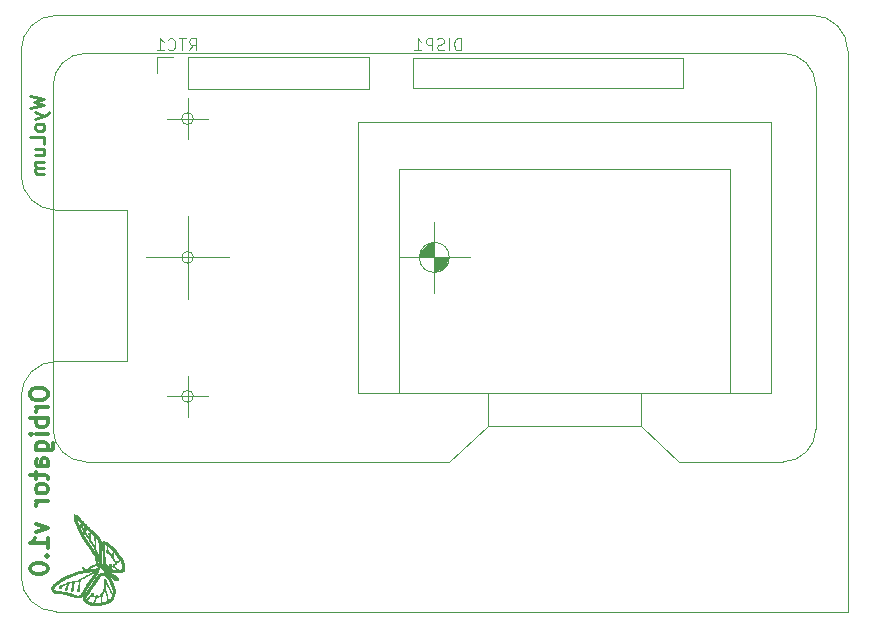
<source format=gbr>
%TF.GenerationSoftware,KiCad,Pcbnew,9.0.3-9.0.3-0~ubuntu24.04.1*%
%TF.CreationDate,2026-01-17T20:15:46+05:30*%
%TF.ProjectId,orbigator,6f726269-6761-4746-9f72-2e6b69636164,rev?*%
%TF.SameCoordinates,Original*%
%TF.FileFunction,Legend,Bot*%
%TF.FilePolarity,Positive*%
%FSLAX46Y46*%
G04 Gerber Fmt 4.6, Leading zero omitted, Abs format (unit mm)*
G04 Created by KiCad (PCBNEW 9.0.3-9.0.3-0~ubuntu24.04.1) date 2026-01-17 20:15:46*
%MOMM*%
%LPD*%
G01*
G04 APERTURE LIST*
%ADD10C,0.300000*%
%ADD11C,0.250000*%
%ADD12C,0.100000*%
%ADD13C,0.120000*%
%ADD14C,0.002540*%
%TA.AperFunction,Profile*%
%ADD15C,0.050000*%
%TD*%
G04 APERTURE END LIST*
D10*
X65748328Y-111410000D02*
X65748328Y-111695714D01*
X65748328Y-111695714D02*
X65819757Y-111838571D01*
X65819757Y-111838571D02*
X65962614Y-111981428D01*
X65962614Y-111981428D02*
X66248328Y-112052857D01*
X66248328Y-112052857D02*
X66748328Y-112052857D01*
X66748328Y-112052857D02*
X67034042Y-111981428D01*
X67034042Y-111981428D02*
X67176900Y-111838571D01*
X67176900Y-111838571D02*
X67248328Y-111695714D01*
X67248328Y-111695714D02*
X67248328Y-111410000D01*
X67248328Y-111410000D02*
X67176900Y-111267143D01*
X67176900Y-111267143D02*
X67034042Y-111124285D01*
X67034042Y-111124285D02*
X66748328Y-111052857D01*
X66748328Y-111052857D02*
X66248328Y-111052857D01*
X66248328Y-111052857D02*
X65962614Y-111124285D01*
X65962614Y-111124285D02*
X65819757Y-111267143D01*
X65819757Y-111267143D02*
X65748328Y-111410000D01*
X67248328Y-112695714D02*
X66248328Y-112695714D01*
X66534042Y-112695714D02*
X66391185Y-112767143D01*
X66391185Y-112767143D02*
X66319757Y-112838572D01*
X66319757Y-112838572D02*
X66248328Y-112981429D01*
X66248328Y-112981429D02*
X66248328Y-113124286D01*
X67248328Y-113624285D02*
X65748328Y-113624285D01*
X66319757Y-113624285D02*
X66248328Y-113767143D01*
X66248328Y-113767143D02*
X66248328Y-114052857D01*
X66248328Y-114052857D02*
X66319757Y-114195714D01*
X66319757Y-114195714D02*
X66391185Y-114267143D01*
X66391185Y-114267143D02*
X66534042Y-114338571D01*
X66534042Y-114338571D02*
X66962614Y-114338571D01*
X66962614Y-114338571D02*
X67105471Y-114267143D01*
X67105471Y-114267143D02*
X67176900Y-114195714D01*
X67176900Y-114195714D02*
X67248328Y-114052857D01*
X67248328Y-114052857D02*
X67248328Y-113767143D01*
X67248328Y-113767143D02*
X67176900Y-113624285D01*
X67248328Y-114981428D02*
X66248328Y-114981428D01*
X65748328Y-114981428D02*
X65819757Y-114910000D01*
X65819757Y-114910000D02*
X65891185Y-114981428D01*
X65891185Y-114981428D02*
X65819757Y-115052857D01*
X65819757Y-115052857D02*
X65748328Y-114981428D01*
X65748328Y-114981428D02*
X65891185Y-114981428D01*
X66248328Y-116338572D02*
X67462614Y-116338572D01*
X67462614Y-116338572D02*
X67605471Y-116267143D01*
X67605471Y-116267143D02*
X67676900Y-116195714D01*
X67676900Y-116195714D02*
X67748328Y-116052857D01*
X67748328Y-116052857D02*
X67748328Y-115838572D01*
X67748328Y-115838572D02*
X67676900Y-115695714D01*
X67176900Y-116338572D02*
X67248328Y-116195714D01*
X67248328Y-116195714D02*
X67248328Y-115910000D01*
X67248328Y-115910000D02*
X67176900Y-115767143D01*
X67176900Y-115767143D02*
X67105471Y-115695714D01*
X67105471Y-115695714D02*
X66962614Y-115624286D01*
X66962614Y-115624286D02*
X66534042Y-115624286D01*
X66534042Y-115624286D02*
X66391185Y-115695714D01*
X66391185Y-115695714D02*
X66319757Y-115767143D01*
X66319757Y-115767143D02*
X66248328Y-115910000D01*
X66248328Y-115910000D02*
X66248328Y-116195714D01*
X66248328Y-116195714D02*
X66319757Y-116338572D01*
X67248328Y-117695715D02*
X66462614Y-117695715D01*
X66462614Y-117695715D02*
X66319757Y-117624286D01*
X66319757Y-117624286D02*
X66248328Y-117481429D01*
X66248328Y-117481429D02*
X66248328Y-117195715D01*
X66248328Y-117195715D02*
X66319757Y-117052857D01*
X67176900Y-117695715D02*
X67248328Y-117552857D01*
X67248328Y-117552857D02*
X67248328Y-117195715D01*
X67248328Y-117195715D02*
X67176900Y-117052857D01*
X67176900Y-117052857D02*
X67034042Y-116981429D01*
X67034042Y-116981429D02*
X66891185Y-116981429D01*
X66891185Y-116981429D02*
X66748328Y-117052857D01*
X66748328Y-117052857D02*
X66676900Y-117195715D01*
X66676900Y-117195715D02*
X66676900Y-117552857D01*
X66676900Y-117552857D02*
X66605471Y-117695715D01*
X66248328Y-118195715D02*
X66248328Y-118767143D01*
X65748328Y-118410000D02*
X67034042Y-118410000D01*
X67034042Y-118410000D02*
X67176900Y-118481429D01*
X67176900Y-118481429D02*
X67248328Y-118624286D01*
X67248328Y-118624286D02*
X67248328Y-118767143D01*
X67248328Y-119481429D02*
X67176900Y-119338572D01*
X67176900Y-119338572D02*
X67105471Y-119267143D01*
X67105471Y-119267143D02*
X66962614Y-119195715D01*
X66962614Y-119195715D02*
X66534042Y-119195715D01*
X66534042Y-119195715D02*
X66391185Y-119267143D01*
X66391185Y-119267143D02*
X66319757Y-119338572D01*
X66319757Y-119338572D02*
X66248328Y-119481429D01*
X66248328Y-119481429D02*
X66248328Y-119695715D01*
X66248328Y-119695715D02*
X66319757Y-119838572D01*
X66319757Y-119838572D02*
X66391185Y-119910001D01*
X66391185Y-119910001D02*
X66534042Y-119981429D01*
X66534042Y-119981429D02*
X66962614Y-119981429D01*
X66962614Y-119981429D02*
X67105471Y-119910001D01*
X67105471Y-119910001D02*
X67176900Y-119838572D01*
X67176900Y-119838572D02*
X67248328Y-119695715D01*
X67248328Y-119695715D02*
X67248328Y-119481429D01*
X67248328Y-120624286D02*
X66248328Y-120624286D01*
X66534042Y-120624286D02*
X66391185Y-120695715D01*
X66391185Y-120695715D02*
X66319757Y-120767144D01*
X66319757Y-120767144D02*
X66248328Y-120910001D01*
X66248328Y-120910001D02*
X66248328Y-121052858D01*
X66248328Y-122552857D02*
X67248328Y-122910000D01*
X67248328Y-122910000D02*
X66248328Y-123267143D01*
X67248328Y-124624286D02*
X67248328Y-123767143D01*
X67248328Y-124195714D02*
X65748328Y-124195714D01*
X65748328Y-124195714D02*
X65962614Y-124052857D01*
X65962614Y-124052857D02*
X66105471Y-123910000D01*
X66105471Y-123910000D02*
X66176900Y-123767143D01*
X67105471Y-125267142D02*
X67176900Y-125338571D01*
X67176900Y-125338571D02*
X67248328Y-125267142D01*
X67248328Y-125267142D02*
X67176900Y-125195714D01*
X67176900Y-125195714D02*
X67105471Y-125267142D01*
X67105471Y-125267142D02*
X67248328Y-125267142D01*
X65748328Y-126267143D02*
X65748328Y-126410000D01*
X65748328Y-126410000D02*
X65819757Y-126552857D01*
X65819757Y-126552857D02*
X65891185Y-126624286D01*
X65891185Y-126624286D02*
X66034042Y-126695714D01*
X66034042Y-126695714D02*
X66319757Y-126767143D01*
X66319757Y-126767143D02*
X66676900Y-126767143D01*
X66676900Y-126767143D02*
X66962614Y-126695714D01*
X66962614Y-126695714D02*
X67105471Y-126624286D01*
X67105471Y-126624286D02*
X67176900Y-126552857D01*
X67176900Y-126552857D02*
X67248328Y-126410000D01*
X67248328Y-126410000D02*
X67248328Y-126267143D01*
X67248328Y-126267143D02*
X67176900Y-126124286D01*
X67176900Y-126124286D02*
X67105471Y-126052857D01*
X67105471Y-126052857D02*
X66962614Y-125981428D01*
X66962614Y-125981428D02*
X66676900Y-125910000D01*
X66676900Y-125910000D02*
X66319757Y-125910000D01*
X66319757Y-125910000D02*
X66034042Y-125981428D01*
X66034042Y-125981428D02*
X65891185Y-126052857D01*
X65891185Y-126052857D02*
X65819757Y-126124286D01*
X65819757Y-126124286D02*
X65748328Y-126267143D01*
D11*
X65772142Y-86337142D02*
X66972142Y-86622856D01*
X66972142Y-86622856D02*
X66115000Y-86851428D01*
X66115000Y-86851428D02*
X66972142Y-87079999D01*
X66972142Y-87079999D02*
X65772142Y-87365714D01*
X66172142Y-87708571D02*
X66972142Y-87994285D01*
X66172142Y-88280000D02*
X66972142Y-87994285D01*
X66972142Y-87994285D02*
X67257857Y-87880000D01*
X67257857Y-87880000D02*
X67315000Y-87822857D01*
X67315000Y-87822857D02*
X67372142Y-87708571D01*
X66972142Y-88908571D02*
X66915000Y-88794286D01*
X66915000Y-88794286D02*
X66857857Y-88737143D01*
X66857857Y-88737143D02*
X66743571Y-88680000D01*
X66743571Y-88680000D02*
X66400714Y-88680000D01*
X66400714Y-88680000D02*
X66286428Y-88737143D01*
X66286428Y-88737143D02*
X66229285Y-88794286D01*
X66229285Y-88794286D02*
X66172142Y-88908571D01*
X66172142Y-88908571D02*
X66172142Y-89080000D01*
X66172142Y-89080000D02*
X66229285Y-89194286D01*
X66229285Y-89194286D02*
X66286428Y-89251429D01*
X66286428Y-89251429D02*
X66400714Y-89308571D01*
X66400714Y-89308571D02*
X66743571Y-89308571D01*
X66743571Y-89308571D02*
X66857857Y-89251429D01*
X66857857Y-89251429D02*
X66915000Y-89194286D01*
X66915000Y-89194286D02*
X66972142Y-89080000D01*
X66972142Y-89080000D02*
X66972142Y-88908571D01*
X66972142Y-90394285D02*
X66972142Y-89822857D01*
X66972142Y-89822857D02*
X65772142Y-89822857D01*
X66172142Y-91308572D02*
X66972142Y-91308572D01*
X66172142Y-90794286D02*
X66800714Y-90794286D01*
X66800714Y-90794286D02*
X66915000Y-90851429D01*
X66915000Y-90851429D02*
X66972142Y-90965714D01*
X66972142Y-90965714D02*
X66972142Y-91137143D01*
X66972142Y-91137143D02*
X66915000Y-91251429D01*
X66915000Y-91251429D02*
X66857857Y-91308572D01*
X66972142Y-91880000D02*
X66172142Y-91880000D01*
X66286428Y-91880000D02*
X66229285Y-91937143D01*
X66229285Y-91937143D02*
X66172142Y-92051428D01*
X66172142Y-92051428D02*
X66172142Y-92222857D01*
X66172142Y-92222857D02*
X66229285Y-92337143D01*
X66229285Y-92337143D02*
X66343571Y-92394286D01*
X66343571Y-92394286D02*
X66972142Y-92394286D01*
X66343571Y-92394286D02*
X66229285Y-92451428D01*
X66229285Y-92451428D02*
X66172142Y-92565714D01*
X66172142Y-92565714D02*
X66172142Y-92737143D01*
X66172142Y-92737143D02*
X66229285Y-92851428D01*
X66229285Y-92851428D02*
X66343571Y-92908571D01*
X66343571Y-92908571D02*
X66972142Y-92908571D01*
D12*
X79224687Y-82457419D02*
X79558020Y-81981228D01*
X79796115Y-82457419D02*
X79796115Y-81457419D01*
X79796115Y-81457419D02*
X79415163Y-81457419D01*
X79415163Y-81457419D02*
X79319925Y-81505038D01*
X79319925Y-81505038D02*
X79272306Y-81552657D01*
X79272306Y-81552657D02*
X79224687Y-81647895D01*
X79224687Y-81647895D02*
X79224687Y-81790752D01*
X79224687Y-81790752D02*
X79272306Y-81885990D01*
X79272306Y-81885990D02*
X79319925Y-81933609D01*
X79319925Y-81933609D02*
X79415163Y-81981228D01*
X79415163Y-81981228D02*
X79796115Y-81981228D01*
X78938972Y-81457419D02*
X78367544Y-81457419D01*
X78653258Y-82457419D02*
X78653258Y-81457419D01*
X77462782Y-82362180D02*
X77510401Y-82409800D01*
X77510401Y-82409800D02*
X77653258Y-82457419D01*
X77653258Y-82457419D02*
X77748496Y-82457419D01*
X77748496Y-82457419D02*
X77891353Y-82409800D01*
X77891353Y-82409800D02*
X77986591Y-82314561D01*
X77986591Y-82314561D02*
X78034210Y-82219323D01*
X78034210Y-82219323D02*
X78081829Y-82028847D01*
X78081829Y-82028847D02*
X78081829Y-81885990D01*
X78081829Y-81885990D02*
X78034210Y-81695514D01*
X78034210Y-81695514D02*
X77986591Y-81600276D01*
X77986591Y-81600276D02*
X77891353Y-81505038D01*
X77891353Y-81505038D02*
X77748496Y-81457419D01*
X77748496Y-81457419D02*
X77653258Y-81457419D01*
X77653258Y-81457419D02*
X77510401Y-81505038D01*
X77510401Y-81505038D02*
X77462782Y-81552657D01*
X76510401Y-82457419D02*
X77081829Y-82457419D01*
X76796115Y-82457419D02*
X76796115Y-81457419D01*
X76796115Y-81457419D02*
X76891353Y-81600276D01*
X76891353Y-81600276D02*
X76986591Y-81695514D01*
X76986591Y-81695514D02*
X77081829Y-81743133D01*
X102252380Y-82457419D02*
X102252380Y-81457419D01*
X102252380Y-81457419D02*
X102014285Y-81457419D01*
X102014285Y-81457419D02*
X101871428Y-81505038D01*
X101871428Y-81505038D02*
X101776190Y-81600276D01*
X101776190Y-81600276D02*
X101728571Y-81695514D01*
X101728571Y-81695514D02*
X101680952Y-81885990D01*
X101680952Y-81885990D02*
X101680952Y-82028847D01*
X101680952Y-82028847D02*
X101728571Y-82219323D01*
X101728571Y-82219323D02*
X101776190Y-82314561D01*
X101776190Y-82314561D02*
X101871428Y-82409800D01*
X101871428Y-82409800D02*
X102014285Y-82457419D01*
X102014285Y-82457419D02*
X102252380Y-82457419D01*
X101252380Y-82457419D02*
X101252380Y-81457419D01*
X100823809Y-82409800D02*
X100680952Y-82457419D01*
X100680952Y-82457419D02*
X100442857Y-82457419D01*
X100442857Y-82457419D02*
X100347619Y-82409800D01*
X100347619Y-82409800D02*
X100300000Y-82362180D01*
X100300000Y-82362180D02*
X100252381Y-82266942D01*
X100252381Y-82266942D02*
X100252381Y-82171704D01*
X100252381Y-82171704D02*
X100300000Y-82076466D01*
X100300000Y-82076466D02*
X100347619Y-82028847D01*
X100347619Y-82028847D02*
X100442857Y-81981228D01*
X100442857Y-81981228D02*
X100633333Y-81933609D01*
X100633333Y-81933609D02*
X100728571Y-81885990D01*
X100728571Y-81885990D02*
X100776190Y-81838371D01*
X100776190Y-81838371D02*
X100823809Y-81743133D01*
X100823809Y-81743133D02*
X100823809Y-81647895D01*
X100823809Y-81647895D02*
X100776190Y-81552657D01*
X100776190Y-81552657D02*
X100728571Y-81505038D01*
X100728571Y-81505038D02*
X100633333Y-81457419D01*
X100633333Y-81457419D02*
X100395238Y-81457419D01*
X100395238Y-81457419D02*
X100252381Y-81505038D01*
X99823809Y-82457419D02*
X99823809Y-81457419D01*
X99823809Y-81457419D02*
X99442857Y-81457419D01*
X99442857Y-81457419D02*
X99347619Y-81505038D01*
X99347619Y-81505038D02*
X99300000Y-81552657D01*
X99300000Y-81552657D02*
X99252381Y-81647895D01*
X99252381Y-81647895D02*
X99252381Y-81790752D01*
X99252381Y-81790752D02*
X99300000Y-81885990D01*
X99300000Y-81885990D02*
X99347619Y-81933609D01*
X99347619Y-81933609D02*
X99442857Y-81981228D01*
X99442857Y-81981228D02*
X99823809Y-81981228D01*
X98300000Y-82457419D02*
X98871428Y-82457419D01*
X98585714Y-82457419D02*
X98585714Y-81457419D01*
X98585714Y-81457419D02*
X98680952Y-81600276D01*
X98680952Y-81600276D02*
X98776190Y-81695514D01*
X98776190Y-81695514D02*
X98871428Y-81743133D01*
D13*
%TO.C,RTC1*%
X76500000Y-83020000D02*
X76500000Y-84400000D01*
X77880000Y-83020000D02*
X76500000Y-83020000D01*
X79150000Y-83020000D02*
X94500000Y-83020000D01*
X79150000Y-83020000D02*
X79150000Y-85780000D01*
X94500000Y-83020000D02*
X94500000Y-85780000D01*
X79150000Y-85780000D02*
X94500000Y-85780000D01*
D12*
%TO.C,DISP1*%
X67700000Y-114500000D02*
X67700000Y-85500000D01*
X70500000Y-82700000D02*
X129500000Y-82700000D01*
X79100000Y-88250000D02*
X77394000Y-88250000D01*
X79100000Y-88250000D02*
X79100000Y-86500000D01*
X79100000Y-88250000D02*
X79100000Y-90000000D01*
X79100000Y-88250000D02*
X80850000Y-88250000D01*
X79100000Y-100000000D02*
X75600000Y-100000000D01*
X79100000Y-100000000D02*
X79100000Y-96500000D01*
X79100000Y-100000000D02*
X79100000Y-103500000D01*
X79100000Y-100000000D02*
X82600000Y-100000000D01*
X79100000Y-111750000D02*
X77350000Y-111750000D01*
X79100000Y-111750000D02*
X79100000Y-110000000D01*
X79100000Y-111750000D02*
X79100000Y-113500000D01*
X79100000Y-111750000D02*
X80850000Y-111750000D01*
X93500000Y-88500000D02*
X128500000Y-88500000D01*
X93500000Y-111500000D02*
X93500000Y-88500000D01*
X97000000Y-92500000D02*
X125000000Y-92500000D01*
X97000000Y-111500000D02*
X97000000Y-92500000D01*
X97002800Y-100000000D02*
X100000000Y-100000000D01*
X98230000Y-83130000D02*
X121090000Y-83130000D01*
X98230000Y-85670000D02*
X98230000Y-83130000D01*
X98230000Y-85670000D02*
X98730000Y-85670000D01*
X100000000Y-100000000D02*
X97002800Y-100000000D01*
X100000000Y-100000000D02*
X100000000Y-97002800D01*
X100000000Y-100000000D02*
X100000000Y-102997200D01*
X100000000Y-100000000D02*
X102997200Y-100000000D01*
X101250000Y-117300000D02*
X70500000Y-117300000D01*
X104500000Y-114250000D02*
X101250000Y-117300000D01*
X104500000Y-114250000D02*
X104500000Y-111500000D01*
X117500000Y-114250000D02*
X104500000Y-114250000D01*
X117500000Y-114250000D02*
X117500000Y-111500000D01*
X120700000Y-117300000D02*
X117500000Y-114250000D01*
X121090000Y-83130000D02*
X121090000Y-85670000D01*
X121090000Y-85670000D02*
X98730000Y-85670000D01*
X125000000Y-92500000D02*
X125000000Y-111500000D01*
X125000000Y-111500000D02*
X97000000Y-111500000D01*
X128500000Y-88500000D02*
X128500000Y-111500000D01*
X128500000Y-111500000D02*
X93500000Y-111500000D01*
X129500000Y-117300000D02*
X120700000Y-117300000D01*
X132300000Y-85500001D02*
X132300000Y-114500001D01*
X67700000Y-85500000D02*
G75*
G02*
X70500000Y-82700000I2800000J0D01*
G01*
X70500000Y-117300000D02*
G75*
G02*
X67700000Y-114500000I0J2800000D01*
G01*
X129500000Y-82700000D02*
G75*
G02*
X132300000Y-85500000I0J-2800000D01*
G01*
X132300000Y-114500000D02*
G75*
G02*
X129500000Y-117300000I-2800000J0D01*
G01*
X79600000Y-88250000D02*
G75*
G02*
X78600000Y-88250000I-500000J0D01*
G01*
X78600000Y-88250000D02*
G75*
G02*
X79600000Y-88250000I500000J0D01*
G01*
X79600000Y-100000000D02*
G75*
G02*
X78600000Y-100000000I-500000J0D01*
G01*
X78600000Y-100000000D02*
G75*
G02*
X79600000Y-100000000I500000J0D01*
G01*
X79600000Y-111750000D02*
G75*
G02*
X78600000Y-111750000I-500000J0D01*
G01*
X78600000Y-111750000D02*
G75*
G02*
X79600000Y-111750000I500000J0D01*
G01*
X101270000Y-100000000D02*
G75*
G02*
X98730000Y-100000000I-1270000J0D01*
G01*
X98730000Y-100000000D02*
G75*
G02*
X101270000Y-100000000I1270000J0D01*
G01*
X100000000Y-100000000D02*
X98730000Y-100000000D01*
X98907800Y-99415800D01*
X99415800Y-98907800D01*
X100000000Y-98730000D01*
X100000000Y-100000000D01*
G36*
X100000000Y-100000000D02*
G01*
X98730000Y-100000000D01*
X98907800Y-99415800D01*
X99415800Y-98907800D01*
X100000000Y-98730000D01*
X100000000Y-100000000D01*
G37*
X101092200Y-100584200D02*
X100584200Y-101092200D01*
X100000000Y-101270000D01*
X100000000Y-100000000D01*
X101270000Y-100000000D01*
X101092200Y-100584200D01*
G36*
X101092200Y-100584200D02*
G01*
X100584200Y-101092200D01*
X100000000Y-101270000D01*
X100000000Y-100000000D01*
X101270000Y-100000000D01*
X101092200Y-100584200D01*
G37*
D14*
%TO.C,G1*%
X67599640Y-127965239D02*
X67574240Y-127965239D01*
X67574240Y-127939839D01*
X67599640Y-127939839D01*
X67599640Y-127965239D01*
G36*
X67599640Y-127965239D02*
G01*
X67574240Y-127965239D01*
X67574240Y-127939839D01*
X67599640Y-127939839D01*
X67599640Y-127965239D01*
G37*
X67599640Y-127990639D02*
X67574240Y-127990639D01*
X67574240Y-127965239D01*
X67599640Y-127965239D01*
X67599640Y-127990639D01*
G36*
X67599640Y-127990639D02*
G01*
X67574240Y-127990639D01*
X67574240Y-127965239D01*
X67599640Y-127965239D01*
X67599640Y-127990639D01*
G37*
X67599640Y-128016039D02*
X67574240Y-128016039D01*
X67574240Y-127990639D01*
X67599640Y-127990639D01*
X67599640Y-128016039D01*
G36*
X67599640Y-128016039D02*
G01*
X67574240Y-128016039D01*
X67574240Y-127990639D01*
X67599640Y-127990639D01*
X67599640Y-128016039D01*
G37*
X67599640Y-128041439D02*
X67574240Y-128041439D01*
X67574240Y-128016039D01*
X67599640Y-128016039D01*
X67599640Y-128041439D01*
G36*
X67599640Y-128041439D02*
G01*
X67574240Y-128041439D01*
X67574240Y-128016039D01*
X67599640Y-128016039D01*
X67599640Y-128041439D01*
G37*
X67599640Y-128066839D02*
X67574240Y-128066839D01*
X67574240Y-128041439D01*
X67599640Y-128041439D01*
X67599640Y-128066839D01*
G36*
X67599640Y-128066839D02*
G01*
X67574240Y-128066839D01*
X67574240Y-128041439D01*
X67599640Y-128041439D01*
X67599640Y-128066839D01*
G37*
X67625040Y-127939839D02*
X67599640Y-127939839D01*
X67599640Y-127914439D01*
X67625040Y-127914439D01*
X67625040Y-127939839D01*
G36*
X67625040Y-127939839D02*
G01*
X67599640Y-127939839D01*
X67599640Y-127914439D01*
X67625040Y-127914439D01*
X67625040Y-127939839D01*
G37*
X67625040Y-127965239D02*
X67599640Y-127965239D01*
X67599640Y-127939839D01*
X67625040Y-127939839D01*
X67625040Y-127965239D01*
G36*
X67625040Y-127965239D02*
G01*
X67599640Y-127965239D01*
X67599640Y-127939839D01*
X67625040Y-127939839D01*
X67625040Y-127965239D01*
G37*
X67625040Y-127990639D02*
X67599640Y-127990639D01*
X67599640Y-127965239D01*
X67625040Y-127965239D01*
X67625040Y-127990639D01*
G36*
X67625040Y-127990639D02*
G01*
X67599640Y-127990639D01*
X67599640Y-127965239D01*
X67625040Y-127965239D01*
X67625040Y-127990639D01*
G37*
X67625040Y-128016039D02*
X67599640Y-128016039D01*
X67599640Y-127990639D01*
X67625040Y-127990639D01*
X67625040Y-128016039D01*
G36*
X67625040Y-128016039D02*
G01*
X67599640Y-128016039D01*
X67599640Y-127990639D01*
X67625040Y-127990639D01*
X67625040Y-128016039D01*
G37*
X67625040Y-128041439D02*
X67599640Y-128041439D01*
X67599640Y-128016039D01*
X67625040Y-128016039D01*
X67625040Y-128041439D01*
G36*
X67625040Y-128041439D02*
G01*
X67599640Y-128041439D01*
X67599640Y-128016039D01*
X67625040Y-128016039D01*
X67625040Y-128041439D01*
G37*
X67625040Y-128066839D02*
X67599640Y-128066839D01*
X67599640Y-128041439D01*
X67625040Y-128041439D01*
X67625040Y-128066839D01*
G36*
X67625040Y-128066839D02*
G01*
X67599640Y-128066839D01*
X67599640Y-128041439D01*
X67625040Y-128041439D01*
X67625040Y-128066839D01*
G37*
X67625040Y-128092239D02*
X67599640Y-128092239D01*
X67599640Y-128066839D01*
X67625040Y-128066839D01*
X67625040Y-128092239D01*
G36*
X67625040Y-128092239D02*
G01*
X67599640Y-128092239D01*
X67599640Y-128066839D01*
X67625040Y-128066839D01*
X67625040Y-128092239D01*
G37*
X67625040Y-128117639D02*
X67599640Y-128117639D01*
X67599640Y-128092239D01*
X67625040Y-128092239D01*
X67625040Y-128117639D01*
G36*
X67625040Y-128117639D02*
G01*
X67599640Y-128117639D01*
X67599640Y-128092239D01*
X67625040Y-128092239D01*
X67625040Y-128117639D01*
G37*
X67625040Y-128143039D02*
X67599640Y-128143039D01*
X67599640Y-128117639D01*
X67625040Y-128117639D01*
X67625040Y-128143039D01*
G36*
X67625040Y-128143039D02*
G01*
X67599640Y-128143039D01*
X67599640Y-128117639D01*
X67625040Y-128117639D01*
X67625040Y-128143039D01*
G37*
X67625040Y-128168439D02*
X67599640Y-128168439D01*
X67599640Y-128143039D01*
X67625040Y-128143039D01*
X67625040Y-128168439D01*
G36*
X67625040Y-128168439D02*
G01*
X67599640Y-128168439D01*
X67599640Y-128143039D01*
X67625040Y-128143039D01*
X67625040Y-128168439D01*
G37*
X67650440Y-127889039D02*
X67625040Y-127889039D01*
X67625040Y-127863639D01*
X67650440Y-127863639D01*
X67650440Y-127889039D01*
G36*
X67650440Y-127889039D02*
G01*
X67625040Y-127889039D01*
X67625040Y-127863639D01*
X67650440Y-127863639D01*
X67650440Y-127889039D01*
G37*
X67650440Y-127914439D02*
X67625040Y-127914439D01*
X67625040Y-127889039D01*
X67650440Y-127889039D01*
X67650440Y-127914439D01*
G36*
X67650440Y-127914439D02*
G01*
X67625040Y-127914439D01*
X67625040Y-127889039D01*
X67650440Y-127889039D01*
X67650440Y-127914439D01*
G37*
X67650440Y-127939839D02*
X67625040Y-127939839D01*
X67625040Y-127914439D01*
X67650440Y-127914439D01*
X67650440Y-127939839D01*
G36*
X67650440Y-127939839D02*
G01*
X67625040Y-127939839D01*
X67625040Y-127914439D01*
X67650440Y-127914439D01*
X67650440Y-127939839D01*
G37*
X67650440Y-127965239D02*
X67625040Y-127965239D01*
X67625040Y-127939839D01*
X67650440Y-127939839D01*
X67650440Y-127965239D01*
G36*
X67650440Y-127965239D02*
G01*
X67625040Y-127965239D01*
X67625040Y-127939839D01*
X67650440Y-127939839D01*
X67650440Y-127965239D01*
G37*
X67650440Y-127990639D02*
X67625040Y-127990639D01*
X67625040Y-127965239D01*
X67650440Y-127965239D01*
X67650440Y-127990639D01*
G36*
X67650440Y-127990639D02*
G01*
X67625040Y-127990639D01*
X67625040Y-127965239D01*
X67650440Y-127965239D01*
X67650440Y-127990639D01*
G37*
X67650440Y-128016039D02*
X67625040Y-128016039D01*
X67625040Y-127990639D01*
X67650440Y-127990639D01*
X67650440Y-128016039D01*
G36*
X67650440Y-128016039D02*
G01*
X67625040Y-128016039D01*
X67625040Y-127990639D01*
X67650440Y-127990639D01*
X67650440Y-128016039D01*
G37*
X67650440Y-128041439D02*
X67625040Y-128041439D01*
X67625040Y-128016039D01*
X67650440Y-128016039D01*
X67650440Y-128041439D01*
G36*
X67650440Y-128041439D02*
G01*
X67625040Y-128041439D01*
X67625040Y-128016039D01*
X67650440Y-128016039D01*
X67650440Y-128041439D01*
G37*
X67650440Y-128066839D02*
X67625040Y-128066839D01*
X67625040Y-128041439D01*
X67650440Y-128041439D01*
X67650440Y-128066839D01*
G36*
X67650440Y-128066839D02*
G01*
X67625040Y-128066839D01*
X67625040Y-128041439D01*
X67650440Y-128041439D01*
X67650440Y-128066839D01*
G37*
X67650440Y-128092239D02*
X67625040Y-128092239D01*
X67625040Y-128066839D01*
X67650440Y-128066839D01*
X67650440Y-128092239D01*
G36*
X67650440Y-128092239D02*
G01*
X67625040Y-128092239D01*
X67625040Y-128066839D01*
X67650440Y-128066839D01*
X67650440Y-128092239D01*
G37*
X67650440Y-128117639D02*
X67625040Y-128117639D01*
X67625040Y-128092239D01*
X67650440Y-128092239D01*
X67650440Y-128117639D01*
G36*
X67650440Y-128117639D02*
G01*
X67625040Y-128117639D01*
X67625040Y-128092239D01*
X67650440Y-128092239D01*
X67650440Y-128117639D01*
G37*
X67650440Y-128143039D02*
X67625040Y-128143039D01*
X67625040Y-128117639D01*
X67650440Y-128117639D01*
X67650440Y-128143039D01*
G36*
X67650440Y-128143039D02*
G01*
X67625040Y-128143039D01*
X67625040Y-128117639D01*
X67650440Y-128117639D01*
X67650440Y-128143039D01*
G37*
X67650440Y-128168439D02*
X67625040Y-128168439D01*
X67625040Y-128143039D01*
X67650440Y-128143039D01*
X67650440Y-128168439D01*
G36*
X67650440Y-128168439D02*
G01*
X67625040Y-128168439D01*
X67625040Y-128143039D01*
X67650440Y-128143039D01*
X67650440Y-128168439D01*
G37*
X67650440Y-128193839D02*
X67625040Y-128193839D01*
X67625040Y-128168439D01*
X67650440Y-128168439D01*
X67650440Y-128193839D01*
G36*
X67650440Y-128193839D02*
G01*
X67625040Y-128193839D01*
X67625040Y-128168439D01*
X67650440Y-128168439D01*
X67650440Y-128193839D01*
G37*
X67650440Y-128219239D02*
X67625040Y-128219239D01*
X67625040Y-128193839D01*
X67650440Y-128193839D01*
X67650440Y-128219239D01*
G36*
X67650440Y-128219239D02*
G01*
X67625040Y-128219239D01*
X67625040Y-128193839D01*
X67650440Y-128193839D01*
X67650440Y-128219239D01*
G37*
X67650440Y-128244639D02*
X67625040Y-128244639D01*
X67625040Y-128219239D01*
X67650440Y-128219239D01*
X67650440Y-128244639D01*
G36*
X67650440Y-128244639D02*
G01*
X67625040Y-128244639D01*
X67625040Y-128219239D01*
X67650440Y-128219239D01*
X67650440Y-128244639D01*
G37*
X67675840Y-127838239D02*
X67650440Y-127838239D01*
X67650440Y-127812839D01*
X67675840Y-127812839D01*
X67675840Y-127838239D01*
G36*
X67675840Y-127838239D02*
G01*
X67650440Y-127838239D01*
X67650440Y-127812839D01*
X67675840Y-127812839D01*
X67675840Y-127838239D01*
G37*
X67675840Y-127863639D02*
X67650440Y-127863639D01*
X67650440Y-127838239D01*
X67675840Y-127838239D01*
X67675840Y-127863639D01*
G36*
X67675840Y-127863639D02*
G01*
X67650440Y-127863639D01*
X67650440Y-127838239D01*
X67675840Y-127838239D01*
X67675840Y-127863639D01*
G37*
X67675840Y-127889039D02*
X67650440Y-127889039D01*
X67650440Y-127863639D01*
X67675840Y-127863639D01*
X67675840Y-127889039D01*
G36*
X67675840Y-127889039D02*
G01*
X67650440Y-127889039D01*
X67650440Y-127863639D01*
X67675840Y-127863639D01*
X67675840Y-127889039D01*
G37*
X67675840Y-127914439D02*
X67650440Y-127914439D01*
X67650440Y-127889039D01*
X67675840Y-127889039D01*
X67675840Y-127914439D01*
G36*
X67675840Y-127914439D02*
G01*
X67650440Y-127914439D01*
X67650440Y-127889039D01*
X67675840Y-127889039D01*
X67675840Y-127914439D01*
G37*
X67675840Y-127939839D02*
X67650440Y-127939839D01*
X67650440Y-127914439D01*
X67675840Y-127914439D01*
X67675840Y-127939839D01*
G36*
X67675840Y-127939839D02*
G01*
X67650440Y-127939839D01*
X67650440Y-127914439D01*
X67675840Y-127914439D01*
X67675840Y-127939839D01*
G37*
X67675840Y-127965239D02*
X67650440Y-127965239D01*
X67650440Y-127939839D01*
X67675840Y-127939839D01*
X67675840Y-127965239D01*
G36*
X67675840Y-127965239D02*
G01*
X67650440Y-127965239D01*
X67650440Y-127939839D01*
X67675840Y-127939839D01*
X67675840Y-127965239D01*
G37*
X67675840Y-127990639D02*
X67650440Y-127990639D01*
X67650440Y-127965239D01*
X67675840Y-127965239D01*
X67675840Y-127990639D01*
G36*
X67675840Y-127990639D02*
G01*
X67650440Y-127990639D01*
X67650440Y-127965239D01*
X67675840Y-127965239D01*
X67675840Y-127990639D01*
G37*
X67675840Y-128016039D02*
X67650440Y-128016039D01*
X67650440Y-127990639D01*
X67675840Y-127990639D01*
X67675840Y-128016039D01*
G36*
X67675840Y-128016039D02*
G01*
X67650440Y-128016039D01*
X67650440Y-127990639D01*
X67675840Y-127990639D01*
X67675840Y-128016039D01*
G37*
X67675840Y-128041439D02*
X67650440Y-128041439D01*
X67650440Y-128016039D01*
X67675840Y-128016039D01*
X67675840Y-128041439D01*
G36*
X67675840Y-128041439D02*
G01*
X67650440Y-128041439D01*
X67650440Y-128016039D01*
X67675840Y-128016039D01*
X67675840Y-128041439D01*
G37*
X67675840Y-128066839D02*
X67650440Y-128066839D01*
X67650440Y-128041439D01*
X67675840Y-128041439D01*
X67675840Y-128066839D01*
G36*
X67675840Y-128066839D02*
G01*
X67650440Y-128066839D01*
X67650440Y-128041439D01*
X67675840Y-128041439D01*
X67675840Y-128066839D01*
G37*
X67675840Y-128092239D02*
X67650440Y-128092239D01*
X67650440Y-128066839D01*
X67675840Y-128066839D01*
X67675840Y-128092239D01*
G36*
X67675840Y-128092239D02*
G01*
X67650440Y-128092239D01*
X67650440Y-128066839D01*
X67675840Y-128066839D01*
X67675840Y-128092239D01*
G37*
X67675840Y-128117639D02*
X67650440Y-128117639D01*
X67650440Y-128092239D01*
X67675840Y-128092239D01*
X67675840Y-128117639D01*
G36*
X67675840Y-128117639D02*
G01*
X67650440Y-128117639D01*
X67650440Y-128092239D01*
X67675840Y-128092239D01*
X67675840Y-128117639D01*
G37*
X67675840Y-128143039D02*
X67650440Y-128143039D01*
X67650440Y-128117639D01*
X67675840Y-128117639D01*
X67675840Y-128143039D01*
G36*
X67675840Y-128143039D02*
G01*
X67650440Y-128143039D01*
X67650440Y-128117639D01*
X67675840Y-128117639D01*
X67675840Y-128143039D01*
G37*
X67675840Y-128168439D02*
X67650440Y-128168439D01*
X67650440Y-128143039D01*
X67675840Y-128143039D01*
X67675840Y-128168439D01*
G36*
X67675840Y-128168439D02*
G01*
X67650440Y-128168439D01*
X67650440Y-128143039D01*
X67675840Y-128143039D01*
X67675840Y-128168439D01*
G37*
X67675840Y-128193839D02*
X67650440Y-128193839D01*
X67650440Y-128168439D01*
X67675840Y-128168439D01*
X67675840Y-128193839D01*
G36*
X67675840Y-128193839D02*
G01*
X67650440Y-128193839D01*
X67650440Y-128168439D01*
X67675840Y-128168439D01*
X67675840Y-128193839D01*
G37*
X67675840Y-128219239D02*
X67650440Y-128219239D01*
X67650440Y-128193839D01*
X67675840Y-128193839D01*
X67675840Y-128219239D01*
G36*
X67675840Y-128219239D02*
G01*
X67650440Y-128219239D01*
X67650440Y-128193839D01*
X67675840Y-128193839D01*
X67675840Y-128219239D01*
G37*
X67675840Y-128244639D02*
X67650440Y-128244639D01*
X67650440Y-128219239D01*
X67675840Y-128219239D01*
X67675840Y-128244639D01*
G36*
X67675840Y-128244639D02*
G01*
X67650440Y-128244639D01*
X67650440Y-128219239D01*
X67675840Y-128219239D01*
X67675840Y-128244639D01*
G37*
X67675840Y-128270039D02*
X67650440Y-128270039D01*
X67650440Y-128244639D01*
X67675840Y-128244639D01*
X67675840Y-128270039D01*
G36*
X67675840Y-128270039D02*
G01*
X67650440Y-128270039D01*
X67650440Y-128244639D01*
X67675840Y-128244639D01*
X67675840Y-128270039D01*
G37*
X67701240Y-127812839D02*
X67675840Y-127812839D01*
X67675840Y-127787439D01*
X67701240Y-127787439D01*
X67701240Y-127812839D01*
G36*
X67701240Y-127812839D02*
G01*
X67675840Y-127812839D01*
X67675840Y-127787439D01*
X67701240Y-127787439D01*
X67701240Y-127812839D01*
G37*
X67701240Y-127838239D02*
X67675840Y-127838239D01*
X67675840Y-127812839D01*
X67701240Y-127812839D01*
X67701240Y-127838239D01*
G36*
X67701240Y-127838239D02*
G01*
X67675840Y-127838239D01*
X67675840Y-127812839D01*
X67701240Y-127812839D01*
X67701240Y-127838239D01*
G37*
X67701240Y-127863639D02*
X67675840Y-127863639D01*
X67675840Y-127838239D01*
X67701240Y-127838239D01*
X67701240Y-127863639D01*
G36*
X67701240Y-127863639D02*
G01*
X67675840Y-127863639D01*
X67675840Y-127838239D01*
X67701240Y-127838239D01*
X67701240Y-127863639D01*
G37*
X67701240Y-127889039D02*
X67675840Y-127889039D01*
X67675840Y-127863639D01*
X67701240Y-127863639D01*
X67701240Y-127889039D01*
G36*
X67701240Y-127889039D02*
G01*
X67675840Y-127889039D01*
X67675840Y-127863639D01*
X67701240Y-127863639D01*
X67701240Y-127889039D01*
G37*
X67701240Y-127914439D02*
X67675840Y-127914439D01*
X67675840Y-127889039D01*
X67701240Y-127889039D01*
X67701240Y-127914439D01*
G36*
X67701240Y-127914439D02*
G01*
X67675840Y-127914439D01*
X67675840Y-127889039D01*
X67701240Y-127889039D01*
X67701240Y-127914439D01*
G37*
X67701240Y-127939839D02*
X67675840Y-127939839D01*
X67675840Y-127914439D01*
X67701240Y-127914439D01*
X67701240Y-127939839D01*
G36*
X67701240Y-127939839D02*
G01*
X67675840Y-127939839D01*
X67675840Y-127914439D01*
X67701240Y-127914439D01*
X67701240Y-127939839D01*
G37*
X67701240Y-127965239D02*
X67675840Y-127965239D01*
X67675840Y-127939839D01*
X67701240Y-127939839D01*
X67701240Y-127965239D01*
G36*
X67701240Y-127965239D02*
G01*
X67675840Y-127965239D01*
X67675840Y-127939839D01*
X67701240Y-127939839D01*
X67701240Y-127965239D01*
G37*
X67701240Y-127990639D02*
X67675840Y-127990639D01*
X67675840Y-127965239D01*
X67701240Y-127965239D01*
X67701240Y-127990639D01*
G36*
X67701240Y-127990639D02*
G01*
X67675840Y-127990639D01*
X67675840Y-127965239D01*
X67701240Y-127965239D01*
X67701240Y-127990639D01*
G37*
X67701240Y-128016039D02*
X67675840Y-128016039D01*
X67675840Y-127990639D01*
X67701240Y-127990639D01*
X67701240Y-128016039D01*
G36*
X67701240Y-128016039D02*
G01*
X67675840Y-128016039D01*
X67675840Y-127990639D01*
X67701240Y-127990639D01*
X67701240Y-128016039D01*
G37*
X67701240Y-128041439D02*
X67675840Y-128041439D01*
X67675840Y-128016039D01*
X67701240Y-128016039D01*
X67701240Y-128041439D01*
G36*
X67701240Y-128041439D02*
G01*
X67675840Y-128041439D01*
X67675840Y-128016039D01*
X67701240Y-128016039D01*
X67701240Y-128041439D01*
G37*
X67701240Y-128066839D02*
X67675840Y-128066839D01*
X67675840Y-128041439D01*
X67701240Y-128041439D01*
X67701240Y-128066839D01*
G36*
X67701240Y-128066839D02*
G01*
X67675840Y-128066839D01*
X67675840Y-128041439D01*
X67701240Y-128041439D01*
X67701240Y-128066839D01*
G37*
X67701240Y-128092239D02*
X67675840Y-128092239D01*
X67675840Y-128066839D01*
X67701240Y-128066839D01*
X67701240Y-128092239D01*
G36*
X67701240Y-128092239D02*
G01*
X67675840Y-128092239D01*
X67675840Y-128066839D01*
X67701240Y-128066839D01*
X67701240Y-128092239D01*
G37*
X67701240Y-128117639D02*
X67675840Y-128117639D01*
X67675840Y-128092239D01*
X67701240Y-128092239D01*
X67701240Y-128117639D01*
G36*
X67701240Y-128117639D02*
G01*
X67675840Y-128117639D01*
X67675840Y-128092239D01*
X67701240Y-128092239D01*
X67701240Y-128117639D01*
G37*
X67701240Y-128143039D02*
X67675840Y-128143039D01*
X67675840Y-128117639D01*
X67701240Y-128117639D01*
X67701240Y-128143039D01*
G36*
X67701240Y-128143039D02*
G01*
X67675840Y-128143039D01*
X67675840Y-128117639D01*
X67701240Y-128117639D01*
X67701240Y-128143039D01*
G37*
X67701240Y-128168439D02*
X67675840Y-128168439D01*
X67675840Y-128143039D01*
X67701240Y-128143039D01*
X67701240Y-128168439D01*
G36*
X67701240Y-128168439D02*
G01*
X67675840Y-128168439D01*
X67675840Y-128143039D01*
X67701240Y-128143039D01*
X67701240Y-128168439D01*
G37*
X67701240Y-128193839D02*
X67675840Y-128193839D01*
X67675840Y-128168439D01*
X67701240Y-128168439D01*
X67701240Y-128193839D01*
G36*
X67701240Y-128193839D02*
G01*
X67675840Y-128193839D01*
X67675840Y-128168439D01*
X67701240Y-128168439D01*
X67701240Y-128193839D01*
G37*
X67701240Y-128219239D02*
X67675840Y-128219239D01*
X67675840Y-128193839D01*
X67701240Y-128193839D01*
X67701240Y-128219239D01*
G36*
X67701240Y-128219239D02*
G01*
X67675840Y-128219239D01*
X67675840Y-128193839D01*
X67701240Y-128193839D01*
X67701240Y-128219239D01*
G37*
X67701240Y-128244639D02*
X67675840Y-128244639D01*
X67675840Y-128219239D01*
X67701240Y-128219239D01*
X67701240Y-128244639D01*
G36*
X67701240Y-128244639D02*
G01*
X67675840Y-128244639D01*
X67675840Y-128219239D01*
X67701240Y-128219239D01*
X67701240Y-128244639D01*
G37*
X67701240Y-128270039D02*
X67675840Y-128270039D01*
X67675840Y-128244639D01*
X67701240Y-128244639D01*
X67701240Y-128270039D01*
G36*
X67701240Y-128270039D02*
G01*
X67675840Y-128270039D01*
X67675840Y-128244639D01*
X67701240Y-128244639D01*
X67701240Y-128270039D01*
G37*
X67701240Y-128295439D02*
X67675840Y-128295439D01*
X67675840Y-128270039D01*
X67701240Y-128270039D01*
X67701240Y-128295439D01*
G36*
X67701240Y-128295439D02*
G01*
X67675840Y-128295439D01*
X67675840Y-128270039D01*
X67701240Y-128270039D01*
X67701240Y-128295439D01*
G37*
X67726640Y-127762039D02*
X67701240Y-127762039D01*
X67701240Y-127736639D01*
X67726640Y-127736639D01*
X67726640Y-127762039D01*
G36*
X67726640Y-127762039D02*
G01*
X67701240Y-127762039D01*
X67701240Y-127736639D01*
X67726640Y-127736639D01*
X67726640Y-127762039D01*
G37*
X67726640Y-127787439D02*
X67701240Y-127787439D01*
X67701240Y-127762039D01*
X67726640Y-127762039D01*
X67726640Y-127787439D01*
G36*
X67726640Y-127787439D02*
G01*
X67701240Y-127787439D01*
X67701240Y-127762039D01*
X67726640Y-127762039D01*
X67726640Y-127787439D01*
G37*
X67726640Y-127812839D02*
X67701240Y-127812839D01*
X67701240Y-127787439D01*
X67726640Y-127787439D01*
X67726640Y-127812839D01*
G36*
X67726640Y-127812839D02*
G01*
X67701240Y-127812839D01*
X67701240Y-127787439D01*
X67726640Y-127787439D01*
X67726640Y-127812839D01*
G37*
X67726640Y-127838239D02*
X67701240Y-127838239D01*
X67701240Y-127812839D01*
X67726640Y-127812839D01*
X67726640Y-127838239D01*
G36*
X67726640Y-127838239D02*
G01*
X67701240Y-127838239D01*
X67701240Y-127812839D01*
X67726640Y-127812839D01*
X67726640Y-127838239D01*
G37*
X67726640Y-127863639D02*
X67701240Y-127863639D01*
X67701240Y-127838239D01*
X67726640Y-127838239D01*
X67726640Y-127863639D01*
G36*
X67726640Y-127863639D02*
G01*
X67701240Y-127863639D01*
X67701240Y-127838239D01*
X67726640Y-127838239D01*
X67726640Y-127863639D01*
G37*
X67726640Y-127889039D02*
X67701240Y-127889039D01*
X67701240Y-127863639D01*
X67726640Y-127863639D01*
X67726640Y-127889039D01*
G36*
X67726640Y-127889039D02*
G01*
X67701240Y-127889039D01*
X67701240Y-127863639D01*
X67726640Y-127863639D01*
X67726640Y-127889039D01*
G37*
X67726640Y-127914439D02*
X67701240Y-127914439D01*
X67701240Y-127889039D01*
X67726640Y-127889039D01*
X67726640Y-127914439D01*
G36*
X67726640Y-127914439D02*
G01*
X67701240Y-127914439D01*
X67701240Y-127889039D01*
X67726640Y-127889039D01*
X67726640Y-127914439D01*
G37*
X67726640Y-127939839D02*
X67701240Y-127939839D01*
X67701240Y-127914439D01*
X67726640Y-127914439D01*
X67726640Y-127939839D01*
G36*
X67726640Y-127939839D02*
G01*
X67701240Y-127939839D01*
X67701240Y-127914439D01*
X67726640Y-127914439D01*
X67726640Y-127939839D01*
G37*
X67726640Y-127965239D02*
X67701240Y-127965239D01*
X67701240Y-127939839D01*
X67726640Y-127939839D01*
X67726640Y-127965239D01*
G36*
X67726640Y-127965239D02*
G01*
X67701240Y-127965239D01*
X67701240Y-127939839D01*
X67726640Y-127939839D01*
X67726640Y-127965239D01*
G37*
X67726640Y-127990639D02*
X67701240Y-127990639D01*
X67701240Y-127965239D01*
X67726640Y-127965239D01*
X67726640Y-127990639D01*
G36*
X67726640Y-127990639D02*
G01*
X67701240Y-127990639D01*
X67701240Y-127965239D01*
X67726640Y-127965239D01*
X67726640Y-127990639D01*
G37*
X67726640Y-128016039D02*
X67701240Y-128016039D01*
X67701240Y-127990639D01*
X67726640Y-127990639D01*
X67726640Y-128016039D01*
G36*
X67726640Y-128016039D02*
G01*
X67701240Y-128016039D01*
X67701240Y-127990639D01*
X67726640Y-127990639D01*
X67726640Y-128016039D01*
G37*
X67726640Y-128041439D02*
X67701240Y-128041439D01*
X67701240Y-128016039D01*
X67726640Y-128016039D01*
X67726640Y-128041439D01*
G36*
X67726640Y-128041439D02*
G01*
X67701240Y-128041439D01*
X67701240Y-128016039D01*
X67726640Y-128016039D01*
X67726640Y-128041439D01*
G37*
X67726640Y-128066839D02*
X67701240Y-128066839D01*
X67701240Y-128041439D01*
X67726640Y-128041439D01*
X67726640Y-128066839D01*
G36*
X67726640Y-128066839D02*
G01*
X67701240Y-128066839D01*
X67701240Y-128041439D01*
X67726640Y-128041439D01*
X67726640Y-128066839D01*
G37*
X67726640Y-128092239D02*
X67701240Y-128092239D01*
X67701240Y-128066839D01*
X67726640Y-128066839D01*
X67726640Y-128092239D01*
G36*
X67726640Y-128092239D02*
G01*
X67701240Y-128092239D01*
X67701240Y-128066839D01*
X67726640Y-128066839D01*
X67726640Y-128092239D01*
G37*
X67726640Y-128117639D02*
X67701240Y-128117639D01*
X67701240Y-128092239D01*
X67726640Y-128092239D01*
X67726640Y-128117639D01*
G36*
X67726640Y-128117639D02*
G01*
X67701240Y-128117639D01*
X67701240Y-128092239D01*
X67726640Y-128092239D01*
X67726640Y-128117639D01*
G37*
X67726640Y-128143039D02*
X67701240Y-128143039D01*
X67701240Y-128117639D01*
X67726640Y-128117639D01*
X67726640Y-128143039D01*
G36*
X67726640Y-128143039D02*
G01*
X67701240Y-128143039D01*
X67701240Y-128117639D01*
X67726640Y-128117639D01*
X67726640Y-128143039D01*
G37*
X67726640Y-128168439D02*
X67701240Y-128168439D01*
X67701240Y-128143039D01*
X67726640Y-128143039D01*
X67726640Y-128168439D01*
G36*
X67726640Y-128168439D02*
G01*
X67701240Y-128168439D01*
X67701240Y-128143039D01*
X67726640Y-128143039D01*
X67726640Y-128168439D01*
G37*
X67726640Y-128193839D02*
X67701240Y-128193839D01*
X67701240Y-128168439D01*
X67726640Y-128168439D01*
X67726640Y-128193839D01*
G36*
X67726640Y-128193839D02*
G01*
X67701240Y-128193839D01*
X67701240Y-128168439D01*
X67726640Y-128168439D01*
X67726640Y-128193839D01*
G37*
X67726640Y-128219239D02*
X67701240Y-128219239D01*
X67701240Y-128193839D01*
X67726640Y-128193839D01*
X67726640Y-128219239D01*
G36*
X67726640Y-128219239D02*
G01*
X67701240Y-128219239D01*
X67701240Y-128193839D01*
X67726640Y-128193839D01*
X67726640Y-128219239D01*
G37*
X67726640Y-128244639D02*
X67701240Y-128244639D01*
X67701240Y-128219239D01*
X67726640Y-128219239D01*
X67726640Y-128244639D01*
G36*
X67726640Y-128244639D02*
G01*
X67701240Y-128244639D01*
X67701240Y-128219239D01*
X67726640Y-128219239D01*
X67726640Y-128244639D01*
G37*
X67726640Y-128270039D02*
X67701240Y-128270039D01*
X67701240Y-128244639D01*
X67726640Y-128244639D01*
X67726640Y-128270039D01*
G36*
X67726640Y-128270039D02*
G01*
X67701240Y-128270039D01*
X67701240Y-128244639D01*
X67726640Y-128244639D01*
X67726640Y-128270039D01*
G37*
X67726640Y-128295439D02*
X67701240Y-128295439D01*
X67701240Y-128270039D01*
X67726640Y-128270039D01*
X67726640Y-128295439D01*
G36*
X67726640Y-128295439D02*
G01*
X67701240Y-128295439D01*
X67701240Y-128270039D01*
X67726640Y-128270039D01*
X67726640Y-128295439D01*
G37*
X67752040Y-127736639D02*
X67726640Y-127736639D01*
X67726640Y-127711239D01*
X67752039Y-127711239D01*
X67752040Y-127736639D01*
G36*
X67752040Y-127736639D02*
G01*
X67726640Y-127736639D01*
X67726640Y-127711239D01*
X67752039Y-127711239D01*
X67752040Y-127736639D01*
G37*
X67752039Y-127762039D02*
X67726640Y-127762039D01*
X67726640Y-127736639D01*
X67752040Y-127736639D01*
X67752039Y-127762039D01*
G36*
X67752039Y-127762039D02*
G01*
X67726640Y-127762039D01*
X67726640Y-127736639D01*
X67752040Y-127736639D01*
X67752039Y-127762039D01*
G37*
X67752040Y-127787439D02*
X67726640Y-127787439D01*
X67726640Y-127762039D01*
X67752039Y-127762039D01*
X67752040Y-127787439D01*
G36*
X67752040Y-127787439D02*
G01*
X67726640Y-127787439D01*
X67726640Y-127762039D01*
X67752039Y-127762039D01*
X67752040Y-127787439D01*
G37*
X67752039Y-127812839D02*
X67726640Y-127812839D01*
X67726640Y-127787439D01*
X67752040Y-127787439D01*
X67752039Y-127812839D01*
G36*
X67752039Y-127812839D02*
G01*
X67726640Y-127812839D01*
X67726640Y-127787439D01*
X67752040Y-127787439D01*
X67752039Y-127812839D01*
G37*
X67752040Y-127838239D02*
X67726640Y-127838239D01*
X67726640Y-127812839D01*
X67752039Y-127812839D01*
X67752040Y-127838239D01*
G36*
X67752040Y-127838239D02*
G01*
X67726640Y-127838239D01*
X67726640Y-127812839D01*
X67752039Y-127812839D01*
X67752040Y-127838239D01*
G37*
X67752039Y-127863639D02*
X67726640Y-127863639D01*
X67726640Y-127838239D01*
X67752040Y-127838239D01*
X67752039Y-127863639D01*
G36*
X67752039Y-127863639D02*
G01*
X67726640Y-127863639D01*
X67726640Y-127838239D01*
X67752040Y-127838239D01*
X67752039Y-127863639D01*
G37*
X67752040Y-127889039D02*
X67726640Y-127889039D01*
X67726640Y-127863639D01*
X67752039Y-127863639D01*
X67752040Y-127889039D01*
G36*
X67752040Y-127889039D02*
G01*
X67726640Y-127889039D01*
X67726640Y-127863639D01*
X67752039Y-127863639D01*
X67752040Y-127889039D01*
G37*
X67752039Y-127914439D02*
X67726640Y-127914439D01*
X67726640Y-127889039D01*
X67752040Y-127889039D01*
X67752039Y-127914439D01*
G36*
X67752039Y-127914439D02*
G01*
X67726640Y-127914439D01*
X67726640Y-127889039D01*
X67752040Y-127889039D01*
X67752039Y-127914439D01*
G37*
X67752040Y-127939839D02*
X67726640Y-127939839D01*
X67726640Y-127914439D01*
X67752039Y-127914439D01*
X67752040Y-127939839D01*
G36*
X67752040Y-127939839D02*
G01*
X67726640Y-127939839D01*
X67726640Y-127914439D01*
X67752039Y-127914439D01*
X67752040Y-127939839D01*
G37*
X67752039Y-127965239D02*
X67726640Y-127965239D01*
X67726640Y-127939839D01*
X67752040Y-127939839D01*
X67752039Y-127965239D01*
G36*
X67752039Y-127965239D02*
G01*
X67726640Y-127965239D01*
X67726640Y-127939839D01*
X67752040Y-127939839D01*
X67752039Y-127965239D01*
G37*
X67752040Y-127990639D02*
X67726640Y-127990639D01*
X67726640Y-127965239D01*
X67752039Y-127965239D01*
X67752040Y-127990639D01*
G36*
X67752040Y-127990639D02*
G01*
X67726640Y-127990639D01*
X67726640Y-127965239D01*
X67752039Y-127965239D01*
X67752040Y-127990639D01*
G37*
X67752039Y-128016039D02*
X67726640Y-128016039D01*
X67726640Y-127990639D01*
X67752040Y-127990639D01*
X67752039Y-128016039D01*
G36*
X67752039Y-128016039D02*
G01*
X67726640Y-128016039D01*
X67726640Y-127990639D01*
X67752040Y-127990639D01*
X67752039Y-128016039D01*
G37*
X67752040Y-128041439D02*
X67726640Y-128041439D01*
X67726640Y-128016039D01*
X67752039Y-128016039D01*
X67752040Y-128041439D01*
G36*
X67752040Y-128041439D02*
G01*
X67726640Y-128041439D01*
X67726640Y-128016039D01*
X67752039Y-128016039D01*
X67752040Y-128041439D01*
G37*
X67752039Y-128066839D02*
X67726640Y-128066839D01*
X67726640Y-128041439D01*
X67752040Y-128041439D01*
X67752039Y-128066839D01*
G36*
X67752039Y-128066839D02*
G01*
X67726640Y-128066839D01*
X67726640Y-128041439D01*
X67752040Y-128041439D01*
X67752039Y-128066839D01*
G37*
X67752040Y-128092239D02*
X67726640Y-128092239D01*
X67726640Y-128066839D01*
X67752039Y-128066839D01*
X67752040Y-128092239D01*
G36*
X67752040Y-128092239D02*
G01*
X67726640Y-128092239D01*
X67726640Y-128066839D01*
X67752039Y-128066839D01*
X67752040Y-128092239D01*
G37*
X67752039Y-128117639D02*
X67726640Y-128117639D01*
X67726640Y-128092239D01*
X67752040Y-128092239D01*
X67752039Y-128117639D01*
G36*
X67752039Y-128117639D02*
G01*
X67726640Y-128117639D01*
X67726640Y-128092239D01*
X67752040Y-128092239D01*
X67752039Y-128117639D01*
G37*
X67752040Y-128143039D02*
X67726640Y-128143039D01*
X67726640Y-128117639D01*
X67752039Y-128117639D01*
X67752040Y-128143039D01*
G36*
X67752040Y-128143039D02*
G01*
X67726640Y-128143039D01*
X67726640Y-128117639D01*
X67752039Y-128117639D01*
X67752040Y-128143039D01*
G37*
X67752040Y-128168439D02*
X67726640Y-128168439D01*
X67726640Y-128143039D01*
X67752040Y-128143039D01*
X67752040Y-128168439D01*
G36*
X67752040Y-128168439D02*
G01*
X67726640Y-128168439D01*
X67726640Y-128143039D01*
X67752040Y-128143039D01*
X67752040Y-128168439D01*
G37*
X67752040Y-128193839D02*
X67726640Y-128193839D01*
X67726640Y-128168439D01*
X67752040Y-128168439D01*
X67752040Y-128193839D01*
G36*
X67752040Y-128193839D02*
G01*
X67726640Y-128193839D01*
X67726640Y-128168439D01*
X67752040Y-128168439D01*
X67752040Y-128193839D01*
G37*
X67752040Y-128219239D02*
X67726640Y-128219239D01*
X67726640Y-128193839D01*
X67752040Y-128193839D01*
X67752040Y-128219239D01*
G36*
X67752040Y-128219239D02*
G01*
X67726640Y-128219239D01*
X67726640Y-128193839D01*
X67752040Y-128193839D01*
X67752040Y-128219239D01*
G37*
X67752040Y-128244639D02*
X67726640Y-128244639D01*
X67726640Y-128219239D01*
X67752040Y-128219239D01*
X67752040Y-128244639D01*
G36*
X67752040Y-128244639D02*
G01*
X67726640Y-128244639D01*
X67726640Y-128219239D01*
X67752040Y-128219239D01*
X67752040Y-128244639D01*
G37*
X67752040Y-128270039D02*
X67726640Y-128270039D01*
X67726640Y-128244639D01*
X67752040Y-128244639D01*
X67752040Y-128270039D01*
G36*
X67752040Y-128270039D02*
G01*
X67726640Y-128270039D01*
X67726640Y-128244639D01*
X67752040Y-128244639D01*
X67752040Y-128270039D01*
G37*
X67752040Y-128295439D02*
X67726640Y-128295439D01*
X67726640Y-128270039D01*
X67752040Y-128270039D01*
X67752040Y-128295439D01*
G36*
X67752040Y-128295439D02*
G01*
X67726640Y-128295439D01*
X67726640Y-128270039D01*
X67752040Y-128270039D01*
X67752040Y-128295439D01*
G37*
X67752040Y-128320839D02*
X67726640Y-128320839D01*
X67726640Y-128295439D01*
X67752040Y-128295439D01*
X67752040Y-128320839D01*
G36*
X67752040Y-128320839D02*
G01*
X67726640Y-128320839D01*
X67726640Y-128295439D01*
X67752040Y-128295439D01*
X67752040Y-128320839D01*
G37*
X67777439Y-127685839D02*
X67752040Y-127685839D01*
X67752039Y-127660439D01*
X67777440Y-127660439D01*
X67777439Y-127685839D01*
G36*
X67777439Y-127685839D02*
G01*
X67752040Y-127685839D01*
X67752039Y-127660439D01*
X67777440Y-127660439D01*
X67777439Y-127685839D01*
G37*
X67777439Y-127736639D02*
X67752040Y-127736639D01*
X67752039Y-127711239D01*
X67777440Y-127711239D01*
X67777439Y-127736639D01*
G36*
X67777439Y-127736639D02*
G01*
X67752040Y-127736639D01*
X67752039Y-127711239D01*
X67777440Y-127711239D01*
X67777439Y-127736639D01*
G37*
X67777439Y-127787439D02*
X67752040Y-127787439D01*
X67752039Y-127762039D01*
X67777440Y-127762039D01*
X67777439Y-127787439D01*
G36*
X67777439Y-127787439D02*
G01*
X67752040Y-127787439D01*
X67752039Y-127762039D01*
X67777440Y-127762039D01*
X67777439Y-127787439D01*
G37*
X67777439Y-127838239D02*
X67752040Y-127838239D01*
X67752039Y-127812839D01*
X67777440Y-127812839D01*
X67777439Y-127838239D01*
G36*
X67777439Y-127838239D02*
G01*
X67752040Y-127838239D01*
X67752039Y-127812839D01*
X67777440Y-127812839D01*
X67777439Y-127838239D01*
G37*
X67777439Y-127889039D02*
X67752040Y-127889039D01*
X67752039Y-127863639D01*
X67777440Y-127863639D01*
X67777439Y-127889039D01*
G36*
X67777439Y-127889039D02*
G01*
X67752040Y-127889039D01*
X67752039Y-127863639D01*
X67777440Y-127863639D01*
X67777439Y-127889039D01*
G37*
X67777439Y-127939839D02*
X67752040Y-127939839D01*
X67752039Y-127914439D01*
X67777440Y-127914439D01*
X67777439Y-127939839D01*
G36*
X67777439Y-127939839D02*
G01*
X67752040Y-127939839D01*
X67752039Y-127914439D01*
X67777440Y-127914439D01*
X67777439Y-127939839D01*
G37*
X67777440Y-128143040D02*
X67752040Y-128143039D01*
X67752039Y-128117639D01*
X67777440Y-128117639D01*
X67777440Y-128143040D01*
G36*
X67777440Y-128143040D02*
G01*
X67752040Y-128143039D01*
X67752039Y-128117639D01*
X67777440Y-128117639D01*
X67777440Y-128143040D01*
G37*
X67777440Y-127711239D02*
X67752039Y-127711239D01*
X67752040Y-127685839D01*
X67777439Y-127685839D01*
X67777440Y-127711239D01*
G36*
X67777440Y-127711239D02*
G01*
X67752039Y-127711239D01*
X67752040Y-127685839D01*
X67777439Y-127685839D01*
X67777440Y-127711239D01*
G37*
X67777440Y-127762039D02*
X67752039Y-127762039D01*
X67752040Y-127736639D01*
X67777439Y-127736639D01*
X67777440Y-127762039D01*
G36*
X67777440Y-127762039D02*
G01*
X67752039Y-127762039D01*
X67752040Y-127736639D01*
X67777439Y-127736639D01*
X67777440Y-127762039D01*
G37*
X67777440Y-127812839D02*
X67752039Y-127812839D01*
X67752040Y-127787439D01*
X67777439Y-127787439D01*
X67777440Y-127812839D01*
G36*
X67777440Y-127812839D02*
G01*
X67752039Y-127812839D01*
X67752040Y-127787439D01*
X67777439Y-127787439D01*
X67777440Y-127812839D01*
G37*
X67777440Y-127863639D02*
X67752039Y-127863639D01*
X67752040Y-127838239D01*
X67777439Y-127838239D01*
X67777440Y-127863639D01*
G36*
X67777440Y-127863639D02*
G01*
X67752039Y-127863639D01*
X67752040Y-127838239D01*
X67777439Y-127838239D01*
X67777440Y-127863639D01*
G37*
X67777440Y-127914439D02*
X67752039Y-127914439D01*
X67752040Y-127889039D01*
X67777439Y-127889039D01*
X67777440Y-127914439D01*
G36*
X67777440Y-127914439D02*
G01*
X67752039Y-127914439D01*
X67752040Y-127889039D01*
X67777439Y-127889039D01*
X67777440Y-127914439D01*
G37*
X67777440Y-127965239D02*
X67752039Y-127965239D01*
X67752040Y-127939839D01*
X67777439Y-127939839D01*
X67777440Y-127965239D01*
G36*
X67777440Y-127965239D02*
G01*
X67752039Y-127965239D01*
X67752040Y-127939839D01*
X67777439Y-127939839D01*
X67777440Y-127965239D01*
G37*
X67777440Y-128143040D02*
X67777440Y-128168439D01*
X67752040Y-128168439D01*
X67752040Y-128143039D01*
X67777440Y-128143040D01*
G36*
X67777440Y-128143040D02*
G01*
X67777440Y-128168439D01*
X67752040Y-128168439D01*
X67752040Y-128143039D01*
X67777440Y-128143040D01*
G37*
X67777440Y-128193839D02*
X67752040Y-128193839D01*
X67752040Y-128168439D01*
X67777440Y-128168439D01*
X67777440Y-128193839D01*
G36*
X67777440Y-128193839D02*
G01*
X67752040Y-128193839D01*
X67752040Y-128168439D01*
X67777440Y-128168439D01*
X67777440Y-128193839D01*
G37*
X67777440Y-128219239D02*
X67752040Y-128219239D01*
X67752040Y-128193839D01*
X67777440Y-128193839D01*
X67777440Y-128219239D01*
G36*
X67777440Y-128219239D02*
G01*
X67752040Y-128219239D01*
X67752040Y-128193839D01*
X67777440Y-128193839D01*
X67777440Y-128219239D01*
G37*
X67777440Y-128244639D02*
X67752040Y-128244639D01*
X67752040Y-128219239D01*
X67777440Y-128219239D01*
X67777440Y-128244639D01*
G36*
X67777440Y-128244639D02*
G01*
X67752040Y-128244639D01*
X67752040Y-128219239D01*
X67777440Y-128219239D01*
X67777440Y-128244639D01*
G37*
X67777440Y-128270039D02*
X67752040Y-128270039D01*
X67752040Y-128244639D01*
X67777440Y-128244639D01*
X67777440Y-128270039D01*
G36*
X67777440Y-128270039D02*
G01*
X67752040Y-128270039D01*
X67752040Y-128244639D01*
X67777440Y-128244639D01*
X67777440Y-128270039D01*
G37*
X67777440Y-128295439D02*
X67752040Y-128295439D01*
X67752040Y-128270039D01*
X67777440Y-128270039D01*
X67777440Y-128295439D01*
G36*
X67777440Y-128295439D02*
G01*
X67752040Y-128295439D01*
X67752040Y-128270039D01*
X67777440Y-128270039D01*
X67777440Y-128295439D01*
G37*
X67777440Y-128320839D02*
X67752040Y-128320839D01*
X67752040Y-128295439D01*
X67777440Y-128295439D01*
X67777440Y-128320839D01*
G36*
X67777440Y-128320839D02*
G01*
X67752040Y-128320839D01*
X67752040Y-128295439D01*
X67777440Y-128295439D01*
X67777440Y-128320839D01*
G37*
X67802839Y-127660439D02*
X67777440Y-127660439D01*
X67777439Y-127635039D01*
X67802840Y-127635039D01*
X67802839Y-127660439D01*
G36*
X67802839Y-127660439D02*
G01*
X67777440Y-127660439D01*
X67777439Y-127635039D01*
X67802840Y-127635039D01*
X67802839Y-127660439D01*
G37*
X67802839Y-127711239D02*
X67777440Y-127711239D01*
X67777439Y-127685839D01*
X67802840Y-127685839D01*
X67802839Y-127711239D01*
G36*
X67802839Y-127711239D02*
G01*
X67777440Y-127711239D01*
X67777439Y-127685839D01*
X67802840Y-127685839D01*
X67802839Y-127711239D01*
G37*
X67802839Y-127762039D02*
X67777440Y-127762039D01*
X67777439Y-127736639D01*
X67802840Y-127736639D01*
X67802839Y-127762039D01*
G36*
X67802839Y-127762039D02*
G01*
X67777440Y-127762039D01*
X67777439Y-127736639D01*
X67802840Y-127736639D01*
X67802839Y-127762039D01*
G37*
X67802839Y-127812839D02*
X67777440Y-127812839D01*
X67777439Y-127787439D01*
X67802840Y-127787439D01*
X67802839Y-127812839D01*
G36*
X67802839Y-127812839D02*
G01*
X67777440Y-127812839D01*
X67777439Y-127787439D01*
X67802840Y-127787439D01*
X67802839Y-127812839D01*
G37*
X67802839Y-127863639D02*
X67777440Y-127863639D01*
X67777439Y-127838239D01*
X67802840Y-127838239D01*
X67802839Y-127863639D01*
G36*
X67802839Y-127863639D02*
G01*
X67777440Y-127863639D01*
X67777439Y-127838239D01*
X67802840Y-127838239D01*
X67802839Y-127863639D01*
G37*
X67802839Y-127914439D02*
X67777440Y-127914439D01*
X67777439Y-127889039D01*
X67802840Y-127889039D01*
X67802839Y-127914439D01*
G36*
X67802839Y-127914439D02*
G01*
X67777440Y-127914439D01*
X67777439Y-127889039D01*
X67802840Y-127889039D01*
X67802839Y-127914439D01*
G37*
X67802840Y-127685839D02*
X67777439Y-127685839D01*
X67777440Y-127660439D01*
X67802839Y-127660439D01*
X67802840Y-127685839D01*
G36*
X67802840Y-127685839D02*
G01*
X67777439Y-127685839D01*
X67777440Y-127660439D01*
X67802839Y-127660439D01*
X67802840Y-127685839D01*
G37*
X67802840Y-127736639D02*
X67777439Y-127736639D01*
X67777440Y-127711239D01*
X67802839Y-127711239D01*
X67802840Y-127736639D01*
G36*
X67802840Y-127736639D02*
G01*
X67777439Y-127736639D01*
X67777440Y-127711239D01*
X67802839Y-127711239D01*
X67802840Y-127736639D01*
G37*
X67802840Y-127787439D02*
X67777439Y-127787439D01*
X67777440Y-127762039D01*
X67802839Y-127762039D01*
X67802840Y-127787439D01*
G36*
X67802840Y-127787439D02*
G01*
X67777439Y-127787439D01*
X67777440Y-127762039D01*
X67802839Y-127762039D01*
X67802840Y-127787439D01*
G37*
X67802840Y-127838239D02*
X67777439Y-127838239D01*
X67777440Y-127812839D01*
X67802839Y-127812839D01*
X67802840Y-127838239D01*
G36*
X67802840Y-127838239D02*
G01*
X67777439Y-127838239D01*
X67777440Y-127812839D01*
X67802839Y-127812839D01*
X67802840Y-127838239D01*
G37*
X67802840Y-127889039D02*
X67777439Y-127889039D01*
X67777440Y-127863639D01*
X67802839Y-127863639D01*
X67802840Y-127889039D01*
G36*
X67802840Y-127889039D02*
G01*
X67777439Y-127889039D01*
X67777440Y-127863639D01*
X67802839Y-127863639D01*
X67802840Y-127889039D01*
G37*
X67802840Y-128168439D02*
X67777440Y-128168439D01*
X67777440Y-128143040D01*
X67802840Y-128143039D01*
X67802840Y-128168439D01*
G36*
X67802840Y-128168439D02*
G01*
X67777440Y-128168439D01*
X67777440Y-128143040D01*
X67802840Y-128143039D01*
X67802840Y-128168439D01*
G37*
X67802840Y-128193839D02*
X67777440Y-128193839D01*
X67777440Y-128168439D01*
X67802840Y-128168439D01*
X67802840Y-128193839D01*
G36*
X67802840Y-128193839D02*
G01*
X67777440Y-128193839D01*
X67777440Y-128168439D01*
X67802840Y-128168439D01*
X67802840Y-128193839D01*
G37*
X67802840Y-128219239D02*
X67777440Y-128219239D01*
X67777440Y-128193839D01*
X67802840Y-128193839D01*
X67802840Y-128219239D01*
G36*
X67802840Y-128219239D02*
G01*
X67777440Y-128219239D01*
X67777440Y-128193839D01*
X67802840Y-128193839D01*
X67802840Y-128219239D01*
G37*
X67802840Y-128244639D02*
X67777440Y-128244639D01*
X67777440Y-128219239D01*
X67802840Y-128219239D01*
X67802840Y-128244639D01*
G36*
X67802840Y-128244639D02*
G01*
X67777440Y-128244639D01*
X67777440Y-128219239D01*
X67802840Y-128219239D01*
X67802840Y-128244639D01*
G37*
X67802840Y-128270039D02*
X67777440Y-128270039D01*
X67777440Y-128244639D01*
X67802840Y-128244639D01*
X67802840Y-128270039D01*
G36*
X67802840Y-128270039D02*
G01*
X67777440Y-128270039D01*
X67777440Y-128244639D01*
X67802840Y-128244639D01*
X67802840Y-128270039D01*
G37*
X67802840Y-128295439D02*
X67777440Y-128295439D01*
X67777440Y-128270039D01*
X67802840Y-128270039D01*
X67802840Y-128295439D01*
G36*
X67802840Y-128295439D02*
G01*
X67777440Y-128295439D01*
X67777440Y-128270039D01*
X67802840Y-128270039D01*
X67802840Y-128295439D01*
G37*
X67802840Y-128320839D02*
X67777440Y-128320839D01*
X67777440Y-128295439D01*
X67802840Y-128295439D01*
X67802840Y-128320839D01*
G36*
X67802840Y-128320839D02*
G01*
X67777440Y-128320839D01*
X67777440Y-128295439D01*
X67802840Y-128295439D01*
X67802840Y-128320839D01*
G37*
X67802840Y-128346239D02*
X67777440Y-128346239D01*
X67777440Y-128320839D01*
X67802840Y-128320839D01*
X67802840Y-128346239D01*
G36*
X67802840Y-128346239D02*
G01*
X67777440Y-128346239D01*
X67777440Y-128320839D01*
X67802840Y-128320839D01*
X67802840Y-128346239D01*
G37*
X67828239Y-127685839D02*
X67802840Y-127685839D01*
X67802839Y-127660439D01*
X67828240Y-127660439D01*
X67828239Y-127685839D01*
G36*
X67828239Y-127685839D02*
G01*
X67802840Y-127685839D01*
X67802839Y-127660439D01*
X67828240Y-127660439D01*
X67828239Y-127685839D01*
G37*
X67828239Y-127736639D02*
X67802840Y-127736639D01*
X67802839Y-127711239D01*
X67828240Y-127711239D01*
X67828239Y-127736639D01*
G36*
X67828239Y-127736639D02*
G01*
X67802840Y-127736639D01*
X67802839Y-127711239D01*
X67828240Y-127711239D01*
X67828239Y-127736639D01*
G37*
X67828239Y-127787439D02*
X67802840Y-127787439D01*
X67802839Y-127762039D01*
X67828240Y-127762039D01*
X67828239Y-127787439D01*
G36*
X67828239Y-127787439D02*
G01*
X67802840Y-127787439D01*
X67802839Y-127762039D01*
X67828240Y-127762039D01*
X67828239Y-127787439D01*
G37*
X67828239Y-127838239D02*
X67802840Y-127838239D01*
X67802839Y-127812839D01*
X67828240Y-127812839D01*
X67828239Y-127838239D01*
G36*
X67828239Y-127838239D02*
G01*
X67802840Y-127838239D01*
X67802839Y-127812839D01*
X67828240Y-127812839D01*
X67828239Y-127838239D01*
G37*
X67828239Y-127889039D02*
X67802840Y-127889039D01*
X67802839Y-127863639D01*
X67828240Y-127863639D01*
X67828239Y-127889039D01*
G36*
X67828239Y-127889039D02*
G01*
X67802840Y-127889039D01*
X67802839Y-127863639D01*
X67828240Y-127863639D01*
X67828239Y-127889039D01*
G37*
X67828240Y-127609639D02*
X67828240Y-127635038D01*
X67802840Y-127635039D01*
X67802840Y-127609638D01*
X67828240Y-127609639D01*
G36*
X67828240Y-127609639D02*
G01*
X67828240Y-127635038D01*
X67802840Y-127635039D01*
X67802840Y-127609638D01*
X67828240Y-127609639D01*
G37*
X67828240Y-127660439D02*
X67802839Y-127660439D01*
X67802840Y-127635039D01*
X67828240Y-127635038D01*
X67828240Y-127660439D01*
G36*
X67828240Y-127660439D02*
G01*
X67802839Y-127660439D01*
X67802840Y-127635039D01*
X67828240Y-127635038D01*
X67828240Y-127660439D01*
G37*
X67828240Y-127711239D02*
X67802839Y-127711239D01*
X67802840Y-127685839D01*
X67828239Y-127685839D01*
X67828240Y-127711239D01*
G36*
X67828240Y-127711239D02*
G01*
X67802839Y-127711239D01*
X67802840Y-127685839D01*
X67828239Y-127685839D01*
X67828240Y-127711239D01*
G37*
X67828240Y-127762039D02*
X67802839Y-127762039D01*
X67802840Y-127736639D01*
X67828239Y-127736639D01*
X67828240Y-127762039D01*
G36*
X67828240Y-127762039D02*
G01*
X67802839Y-127762039D01*
X67802840Y-127736639D01*
X67828239Y-127736639D01*
X67828240Y-127762039D01*
G37*
X67828240Y-127812839D02*
X67802839Y-127812839D01*
X67802840Y-127787439D01*
X67828239Y-127787439D01*
X67828240Y-127812839D01*
G36*
X67828240Y-127812839D02*
G01*
X67802839Y-127812839D01*
X67802840Y-127787439D01*
X67828239Y-127787439D01*
X67828240Y-127812839D01*
G37*
X67828240Y-127863639D02*
X67802839Y-127863639D01*
X67802840Y-127838239D01*
X67828239Y-127838239D01*
X67828240Y-127863639D01*
G36*
X67828240Y-127863639D02*
G01*
X67802839Y-127863639D01*
X67802840Y-127838239D01*
X67828239Y-127838239D01*
X67828240Y-127863639D01*
G37*
X67828240Y-128193839D02*
X67802840Y-128193839D01*
X67802840Y-128168439D01*
X67828240Y-128168439D01*
X67828240Y-128193839D01*
G36*
X67828240Y-128193839D02*
G01*
X67802840Y-128193839D01*
X67802840Y-128168439D01*
X67828240Y-128168439D01*
X67828240Y-128193839D01*
G37*
X67828240Y-128219239D02*
X67802840Y-128219239D01*
X67802840Y-128193839D01*
X67828240Y-128193839D01*
X67828240Y-128219239D01*
G36*
X67828240Y-128219239D02*
G01*
X67802840Y-128219239D01*
X67802840Y-128193839D01*
X67828240Y-128193839D01*
X67828240Y-128219239D01*
G37*
X67828240Y-128244639D02*
X67802840Y-128244639D01*
X67802840Y-128219239D01*
X67828240Y-128219239D01*
X67828240Y-128244639D01*
G36*
X67828240Y-128244639D02*
G01*
X67802840Y-128244639D01*
X67802840Y-128219239D01*
X67828240Y-128219239D01*
X67828240Y-128244639D01*
G37*
X67828240Y-128270039D02*
X67802840Y-128270039D01*
X67802840Y-128244639D01*
X67828240Y-128244639D01*
X67828240Y-128270039D01*
G36*
X67828240Y-128270039D02*
G01*
X67802840Y-128270039D01*
X67802840Y-128244639D01*
X67828240Y-128244639D01*
X67828240Y-128270039D01*
G37*
X67828240Y-128295439D02*
X67802840Y-128295439D01*
X67802840Y-128270039D01*
X67828240Y-128270039D01*
X67828240Y-128295439D01*
G36*
X67828240Y-128295439D02*
G01*
X67802840Y-128295439D01*
X67802840Y-128270039D01*
X67828240Y-128270039D01*
X67828240Y-128295439D01*
G37*
X67828240Y-128320839D02*
X67802840Y-128320839D01*
X67802840Y-128295439D01*
X67828240Y-128295439D01*
X67828240Y-128320839D01*
G36*
X67828240Y-128320839D02*
G01*
X67802840Y-128320839D01*
X67802840Y-128295439D01*
X67828240Y-128295439D01*
X67828240Y-128320839D01*
G37*
X67828240Y-128346239D02*
X67802840Y-128346239D01*
X67802840Y-128320839D01*
X67828240Y-128320839D01*
X67828240Y-128346239D01*
G36*
X67828240Y-128346239D02*
G01*
X67802840Y-128346239D01*
X67802840Y-128320839D01*
X67828240Y-128320839D01*
X67828240Y-128346239D01*
G37*
X67828240Y-128371639D02*
X67802840Y-128371639D01*
X67802840Y-128346239D01*
X67828240Y-128346239D01*
X67828240Y-128371639D01*
G36*
X67828240Y-128371639D02*
G01*
X67802840Y-128371639D01*
X67802840Y-128346239D01*
X67828240Y-128346239D01*
X67828240Y-128371639D01*
G37*
X67853639Y-127711239D02*
X67828240Y-127711239D01*
X67828239Y-127685839D01*
X67853640Y-127685839D01*
X67853639Y-127711239D01*
G36*
X67853639Y-127711239D02*
G01*
X67828240Y-127711239D01*
X67828239Y-127685839D01*
X67853640Y-127685839D01*
X67853639Y-127711239D01*
G37*
X67853639Y-127762039D02*
X67828240Y-127762039D01*
X67828239Y-127736639D01*
X67853640Y-127736639D01*
X67853639Y-127762039D01*
G36*
X67853639Y-127762039D02*
G01*
X67828240Y-127762039D01*
X67828239Y-127736639D01*
X67853640Y-127736639D01*
X67853639Y-127762039D01*
G37*
X67853639Y-127812839D02*
X67828240Y-127812839D01*
X67828239Y-127787439D01*
X67853640Y-127787439D01*
X67853639Y-127812839D01*
G36*
X67853639Y-127812839D02*
G01*
X67828240Y-127812839D01*
X67828239Y-127787439D01*
X67853640Y-127787439D01*
X67853639Y-127812839D01*
G37*
X67853640Y-127635039D02*
X67828240Y-127635038D01*
X67828240Y-127609639D01*
X67853640Y-127609638D01*
X67853640Y-127635039D01*
G36*
X67853640Y-127635039D02*
G01*
X67828240Y-127635038D01*
X67828240Y-127609639D01*
X67853640Y-127609638D01*
X67853640Y-127635039D01*
G37*
X67853640Y-127635039D02*
X67853640Y-127660438D01*
X67828240Y-127660439D01*
X67828240Y-127635038D01*
X67853640Y-127635039D01*
G36*
X67853640Y-127635039D02*
G01*
X67853640Y-127660438D01*
X67828240Y-127660439D01*
X67828240Y-127635038D01*
X67853640Y-127635039D01*
G37*
X67853640Y-127685839D02*
X67828239Y-127685839D01*
X67828240Y-127660439D01*
X67853640Y-127660438D01*
X67853640Y-127685839D01*
G36*
X67853640Y-127685839D02*
G01*
X67828239Y-127685839D01*
X67828240Y-127660439D01*
X67853640Y-127660438D01*
X67853640Y-127685839D01*
G37*
X67853640Y-127736639D02*
X67828239Y-127736639D01*
X67828240Y-127711239D01*
X67853639Y-127711239D01*
X67853640Y-127736639D01*
G36*
X67853640Y-127736639D02*
G01*
X67828239Y-127736639D01*
X67828240Y-127711239D01*
X67853639Y-127711239D01*
X67853640Y-127736639D01*
G37*
X67853640Y-127787439D02*
X67828239Y-127787439D01*
X67828240Y-127762039D01*
X67853639Y-127762039D01*
X67853640Y-127787439D01*
G36*
X67853640Y-127787439D02*
G01*
X67828239Y-127787439D01*
X67828240Y-127762039D01*
X67853639Y-127762039D01*
X67853640Y-127787439D01*
G37*
X67853640Y-127838239D02*
X67828239Y-127838239D01*
X67828240Y-127812839D01*
X67853639Y-127812839D01*
X67853640Y-127838239D01*
G36*
X67853640Y-127838239D02*
G01*
X67828239Y-127838239D01*
X67828240Y-127812839D01*
X67853639Y-127812839D01*
X67853640Y-127838239D01*
G37*
X67853640Y-128219239D02*
X67828240Y-128219239D01*
X67828240Y-128193839D01*
X67853640Y-128193839D01*
X67853640Y-128219239D01*
G36*
X67853640Y-128219239D02*
G01*
X67828240Y-128219239D01*
X67828240Y-128193839D01*
X67853640Y-128193839D01*
X67853640Y-128219239D01*
G37*
X67853640Y-128244639D02*
X67828240Y-128244639D01*
X67828240Y-128219239D01*
X67853640Y-128219239D01*
X67853640Y-128244639D01*
G36*
X67853640Y-128244639D02*
G01*
X67828240Y-128244639D01*
X67828240Y-128219239D01*
X67853640Y-128219239D01*
X67853640Y-128244639D01*
G37*
X67853640Y-128270039D02*
X67828240Y-128270039D01*
X67828240Y-128244639D01*
X67853640Y-128244639D01*
X67853640Y-128270039D01*
G36*
X67853640Y-128270039D02*
G01*
X67828240Y-128270039D01*
X67828240Y-128244639D01*
X67853640Y-128244639D01*
X67853640Y-128270039D01*
G37*
X67853640Y-128295439D02*
X67828240Y-128295439D01*
X67828240Y-128270039D01*
X67853640Y-128270039D01*
X67853640Y-128295439D01*
G36*
X67853640Y-128295439D02*
G01*
X67828240Y-128295439D01*
X67828240Y-128270039D01*
X67853640Y-128270039D01*
X67853640Y-128295439D01*
G37*
X67853640Y-128320839D02*
X67828240Y-128320839D01*
X67828240Y-128295439D01*
X67853640Y-128295439D01*
X67853640Y-128320839D01*
G36*
X67853640Y-128320839D02*
G01*
X67828240Y-128320839D01*
X67828240Y-128295439D01*
X67853640Y-128295439D01*
X67853640Y-128320839D01*
G37*
X67853640Y-128346239D02*
X67828240Y-128346239D01*
X67828240Y-128320839D01*
X67853640Y-128320839D01*
X67853640Y-128346239D01*
G36*
X67853640Y-128346239D02*
G01*
X67828240Y-128346239D01*
X67828240Y-128320839D01*
X67853640Y-128320839D01*
X67853640Y-128346239D01*
G37*
X67853640Y-128371639D02*
X67828240Y-128371639D01*
X67828240Y-128346239D01*
X67853640Y-128346239D01*
X67853640Y-128371639D01*
G36*
X67853640Y-128371639D02*
G01*
X67828240Y-128371639D01*
X67828240Y-128346239D01*
X67853640Y-128346239D01*
X67853640Y-128371639D01*
G37*
X67879039Y-127736639D02*
X67853640Y-127736639D01*
X67853639Y-127711239D01*
X67879040Y-127711239D01*
X67879039Y-127736639D01*
G36*
X67879039Y-127736639D02*
G01*
X67853640Y-127736639D01*
X67853639Y-127711239D01*
X67879040Y-127711239D01*
X67879039Y-127736639D01*
G37*
X67879039Y-127787439D02*
X67853640Y-127787439D01*
X67853639Y-127762039D01*
X67879040Y-127762039D01*
X67879039Y-127787439D01*
G36*
X67879039Y-127787439D02*
G01*
X67853640Y-127787439D01*
X67853639Y-127762039D01*
X67879040Y-127762039D01*
X67879039Y-127787439D01*
G37*
X67879040Y-127609639D02*
X67853640Y-127609638D01*
X67853640Y-127584239D01*
X67879040Y-127584238D01*
X67879040Y-127609639D01*
G36*
X67879040Y-127609639D02*
G01*
X67853640Y-127609638D01*
X67853640Y-127584239D01*
X67879040Y-127584238D01*
X67879040Y-127609639D01*
G37*
X67879040Y-127609639D02*
X67879040Y-127635038D01*
X67853640Y-127635039D01*
X67853640Y-127609638D01*
X67879040Y-127609639D01*
G36*
X67879040Y-127609639D02*
G01*
X67879040Y-127635038D01*
X67853640Y-127635039D01*
X67853640Y-127609638D01*
X67879040Y-127609639D01*
G37*
X67879040Y-127660439D02*
X67853640Y-127660438D01*
X67853640Y-127635039D01*
X67879040Y-127635038D01*
X67879040Y-127660439D01*
G36*
X67879040Y-127660439D02*
G01*
X67853640Y-127660438D01*
X67853640Y-127635039D01*
X67879040Y-127635038D01*
X67879040Y-127660439D01*
G37*
X67879040Y-127660439D02*
X67879040Y-127685838D01*
X67853640Y-127685839D01*
X67853640Y-127660438D01*
X67879040Y-127660439D01*
G36*
X67879040Y-127660439D02*
G01*
X67879040Y-127685838D01*
X67853640Y-127685839D01*
X67853640Y-127660438D01*
X67879040Y-127660439D01*
G37*
X67879040Y-127711239D02*
X67853639Y-127711239D01*
X67853640Y-127685839D01*
X67879040Y-127685838D01*
X67879040Y-127711239D01*
G36*
X67879040Y-127711239D02*
G01*
X67853639Y-127711239D01*
X67853640Y-127685839D01*
X67879040Y-127685838D01*
X67879040Y-127711239D01*
G37*
X67879040Y-127762039D02*
X67853639Y-127762039D01*
X67853640Y-127736639D01*
X67879039Y-127736639D01*
X67879040Y-127762039D01*
G36*
X67879040Y-127762039D02*
G01*
X67853639Y-127762039D01*
X67853640Y-127736639D01*
X67879039Y-127736639D01*
X67879040Y-127762039D01*
G37*
X67879040Y-127812839D02*
X67853639Y-127812839D01*
X67853640Y-127787439D01*
X67879039Y-127787439D01*
X67879040Y-127812839D01*
G36*
X67879040Y-127812839D02*
G01*
X67853639Y-127812839D01*
X67853640Y-127787439D01*
X67879039Y-127787439D01*
X67879040Y-127812839D01*
G37*
X67879040Y-128244639D02*
X67853640Y-128244639D01*
X67853640Y-128219239D01*
X67879040Y-128219239D01*
X67879040Y-128244639D01*
G36*
X67879040Y-128244639D02*
G01*
X67853640Y-128244639D01*
X67853640Y-128219239D01*
X67879040Y-128219239D01*
X67879040Y-128244639D01*
G37*
X67879040Y-128270039D02*
X67853640Y-128270039D01*
X67853640Y-128244639D01*
X67879040Y-128244639D01*
X67879040Y-128270039D01*
G36*
X67879040Y-128270039D02*
G01*
X67853640Y-128270039D01*
X67853640Y-128244639D01*
X67879040Y-128244639D01*
X67879040Y-128270039D01*
G37*
X67879040Y-128295439D02*
X67853640Y-128295439D01*
X67853640Y-128270039D01*
X67879040Y-128270039D01*
X67879040Y-128295439D01*
G36*
X67879040Y-128295439D02*
G01*
X67853640Y-128295439D01*
X67853640Y-128270039D01*
X67879040Y-128270039D01*
X67879040Y-128295439D01*
G37*
X67879040Y-128320839D02*
X67853640Y-128320839D01*
X67853640Y-128295439D01*
X67879040Y-128295439D01*
X67879040Y-128320839D01*
G36*
X67879040Y-128320839D02*
G01*
X67853640Y-128320839D01*
X67853640Y-128295439D01*
X67879040Y-128295439D01*
X67879040Y-128320839D01*
G37*
X67879040Y-128346239D02*
X67853640Y-128346239D01*
X67853640Y-128320839D01*
X67879040Y-128320839D01*
X67879040Y-128346239D01*
G36*
X67879040Y-128346239D02*
G01*
X67853640Y-128346239D01*
X67853640Y-128320839D01*
X67879040Y-128320839D01*
X67879040Y-128346239D01*
G37*
X67879040Y-128371639D02*
X67853640Y-128371639D01*
X67853640Y-128346239D01*
X67879040Y-128346239D01*
X67879040Y-128371639D01*
G36*
X67879040Y-128371639D02*
G01*
X67853640Y-128371639D01*
X67853640Y-128346239D01*
X67879040Y-128346239D01*
X67879040Y-128371639D01*
G37*
X67879040Y-128397039D02*
X67853640Y-128397039D01*
X67853640Y-128371639D01*
X67879040Y-128371639D01*
X67879040Y-128397039D01*
G36*
X67879040Y-128397039D02*
G01*
X67853640Y-128397039D01*
X67853640Y-128371639D01*
X67879040Y-128371639D01*
X67879040Y-128397039D01*
G37*
X67904439Y-127762039D02*
X67879040Y-127762039D01*
X67879039Y-127736639D01*
X67904440Y-127736639D01*
X67904439Y-127762039D01*
G36*
X67904439Y-127762039D02*
G01*
X67879040Y-127762039D01*
X67879039Y-127736639D01*
X67904440Y-127736639D01*
X67904439Y-127762039D01*
G37*
X67904440Y-127584239D02*
X67879040Y-127584238D01*
X67879040Y-127558839D01*
X67904440Y-127558838D01*
X67904440Y-127584239D01*
G36*
X67904440Y-127584239D02*
G01*
X67879040Y-127584238D01*
X67879040Y-127558839D01*
X67904440Y-127558838D01*
X67904440Y-127584239D01*
G37*
X67904440Y-127584239D02*
X67904440Y-127609638D01*
X67879040Y-127609639D01*
X67879040Y-127584238D01*
X67904440Y-127584239D01*
G36*
X67904440Y-127584239D02*
G01*
X67904440Y-127609638D01*
X67879040Y-127609639D01*
X67879040Y-127584238D01*
X67904440Y-127584239D01*
G37*
X67904440Y-127635039D02*
X67879040Y-127635038D01*
X67879040Y-127609639D01*
X67904440Y-127609638D01*
X67904440Y-127635039D01*
G36*
X67904440Y-127635039D02*
G01*
X67879040Y-127635038D01*
X67879040Y-127609639D01*
X67904440Y-127609638D01*
X67904440Y-127635039D01*
G37*
X67904440Y-127635039D02*
X67904440Y-127660438D01*
X67879040Y-127660439D01*
X67879040Y-127635038D01*
X67904440Y-127635039D01*
G36*
X67904440Y-127635039D02*
G01*
X67904440Y-127660438D01*
X67879040Y-127660439D01*
X67879040Y-127635038D01*
X67904440Y-127635039D01*
G37*
X67904440Y-127685839D02*
X67879040Y-127685838D01*
X67879040Y-127660439D01*
X67904440Y-127660438D01*
X67904440Y-127685839D01*
G36*
X67904440Y-127685839D02*
G01*
X67879040Y-127685838D01*
X67879040Y-127660439D01*
X67904440Y-127660438D01*
X67904440Y-127685839D01*
G37*
X67904440Y-127685839D02*
X67904440Y-127711238D01*
X67879040Y-127711239D01*
X67879040Y-127685838D01*
X67904440Y-127685839D01*
G36*
X67904440Y-127685839D02*
G01*
X67904440Y-127711238D01*
X67879040Y-127711239D01*
X67879040Y-127685838D01*
X67904440Y-127685839D01*
G37*
X67904440Y-127736639D02*
X67879039Y-127736639D01*
X67879040Y-127711239D01*
X67904440Y-127711238D01*
X67904440Y-127736639D01*
G36*
X67904440Y-127736639D02*
G01*
X67879039Y-127736639D01*
X67879040Y-127711239D01*
X67904440Y-127711238D01*
X67904440Y-127736639D01*
G37*
X67904440Y-127787439D02*
X67879039Y-127787439D01*
X67879040Y-127762039D01*
X67904439Y-127762039D01*
X67904440Y-127787439D01*
G36*
X67904440Y-127787439D02*
G01*
X67879039Y-127787439D01*
X67879040Y-127762039D01*
X67904439Y-127762039D01*
X67904440Y-127787439D01*
G37*
X67904440Y-128244639D02*
X67879040Y-128244639D01*
X67879040Y-128219239D01*
X67904440Y-128219239D01*
X67904440Y-128244639D01*
G36*
X67904440Y-128244639D02*
G01*
X67879040Y-128244639D01*
X67879040Y-128219239D01*
X67904440Y-128219239D01*
X67904440Y-128244639D01*
G37*
X67904440Y-128270039D02*
X67879040Y-128270039D01*
X67879040Y-128244639D01*
X67904440Y-128244639D01*
X67904440Y-128270039D01*
G36*
X67904440Y-128270039D02*
G01*
X67879040Y-128270039D01*
X67879040Y-128244639D01*
X67904440Y-128244639D01*
X67904440Y-128270039D01*
G37*
X67904440Y-128295439D02*
X67879040Y-128295439D01*
X67879040Y-128270039D01*
X67904440Y-128270039D01*
X67904440Y-128295439D01*
G36*
X67904440Y-128295439D02*
G01*
X67879040Y-128295439D01*
X67879040Y-128270039D01*
X67904440Y-128270039D01*
X67904440Y-128295439D01*
G37*
X67904440Y-128320839D02*
X67879040Y-128320839D01*
X67879040Y-128295439D01*
X67904440Y-128295439D01*
X67904440Y-128320839D01*
G36*
X67904440Y-128320839D02*
G01*
X67879040Y-128320839D01*
X67879040Y-128295439D01*
X67904440Y-128295439D01*
X67904440Y-128320839D01*
G37*
X67904440Y-128346239D02*
X67879040Y-128346239D01*
X67879040Y-128320839D01*
X67904440Y-128320839D01*
X67904440Y-128346239D01*
G36*
X67904440Y-128346239D02*
G01*
X67879040Y-128346239D01*
X67879040Y-128320839D01*
X67904440Y-128320839D01*
X67904440Y-128346239D01*
G37*
X67904440Y-128371639D02*
X67879040Y-128371639D01*
X67879040Y-128346239D01*
X67904440Y-128346239D01*
X67904440Y-128371639D01*
G36*
X67904440Y-128371639D02*
G01*
X67879040Y-128371639D01*
X67879040Y-128346239D01*
X67904440Y-128346239D01*
X67904440Y-128371639D01*
G37*
X67904440Y-128397039D02*
X67879040Y-128397039D01*
X67879040Y-128371639D01*
X67904440Y-128371639D01*
X67904440Y-128397039D01*
G36*
X67904440Y-128397039D02*
G01*
X67879040Y-128397039D01*
X67879040Y-128371639D01*
X67904440Y-128371639D01*
X67904440Y-128397039D01*
G37*
X67929840Y-127558839D02*
X67929840Y-127584238D01*
X67904440Y-127584239D01*
X67904440Y-127558838D01*
X67929840Y-127558839D01*
G36*
X67929840Y-127558839D02*
G01*
X67929840Y-127584238D01*
X67904440Y-127584239D01*
X67904440Y-127558838D01*
X67929840Y-127558839D01*
G37*
X67929840Y-127609639D02*
X67904440Y-127609638D01*
X67904440Y-127584239D01*
X67929840Y-127584238D01*
X67929840Y-127609639D01*
G36*
X67929840Y-127609639D02*
G01*
X67904440Y-127609638D01*
X67904440Y-127584239D01*
X67929840Y-127584238D01*
X67929840Y-127609639D01*
G37*
X67929840Y-127609639D02*
X67929840Y-127635038D01*
X67904440Y-127635039D01*
X67904440Y-127609638D01*
X67929840Y-127609639D01*
G36*
X67929840Y-127609639D02*
G01*
X67929840Y-127635038D01*
X67904440Y-127635039D01*
X67904440Y-127609638D01*
X67929840Y-127609639D01*
G37*
X67929840Y-127660439D02*
X67904440Y-127660438D01*
X67904440Y-127635039D01*
X67929840Y-127635038D01*
X67929840Y-127660439D01*
G36*
X67929840Y-127660439D02*
G01*
X67904440Y-127660438D01*
X67904440Y-127635039D01*
X67929840Y-127635038D01*
X67929840Y-127660439D01*
G37*
X67929840Y-127660439D02*
X67929840Y-127685838D01*
X67904440Y-127685839D01*
X67904440Y-127660438D01*
X67929840Y-127660439D01*
G36*
X67929840Y-127660439D02*
G01*
X67929840Y-127685838D01*
X67904440Y-127685839D01*
X67904440Y-127660438D01*
X67929840Y-127660439D01*
G37*
X67929840Y-127711239D02*
X67904440Y-127711238D01*
X67904440Y-127685839D01*
X67929840Y-127685838D01*
X67929840Y-127711239D01*
G36*
X67929840Y-127711239D02*
G01*
X67904440Y-127711238D01*
X67904440Y-127685839D01*
X67929840Y-127685838D01*
X67929840Y-127711239D01*
G37*
X67929840Y-127711239D02*
X67929840Y-127736638D01*
X67904440Y-127736639D01*
X67904440Y-127711238D01*
X67929840Y-127711239D01*
G36*
X67929840Y-127711239D02*
G01*
X67929840Y-127736638D01*
X67904440Y-127736639D01*
X67904440Y-127711238D01*
X67929840Y-127711239D01*
G37*
X67929840Y-127762039D02*
X67904439Y-127762039D01*
X67904440Y-127736639D01*
X67929840Y-127736638D01*
X67929840Y-127762039D01*
G36*
X67929840Y-127762039D02*
G01*
X67904439Y-127762039D01*
X67904440Y-127736639D01*
X67929840Y-127736638D01*
X67929840Y-127762039D01*
G37*
X67929840Y-128270039D02*
X67904440Y-128270039D01*
X67904440Y-128244639D01*
X67929840Y-128244639D01*
X67929840Y-128270039D01*
G36*
X67929840Y-128270039D02*
G01*
X67904440Y-128270039D01*
X67904440Y-128244639D01*
X67929840Y-128244639D01*
X67929840Y-128270039D01*
G37*
X67929840Y-128295439D02*
X67904440Y-128295439D01*
X67904440Y-128270039D01*
X67929840Y-128270039D01*
X67929840Y-128295439D01*
G36*
X67929840Y-128295439D02*
G01*
X67904440Y-128295439D01*
X67904440Y-128270039D01*
X67929840Y-128270039D01*
X67929840Y-128295439D01*
G37*
X67929840Y-128320839D02*
X67904440Y-128320839D01*
X67904440Y-128295439D01*
X67929840Y-128295439D01*
X67929840Y-128320839D01*
G36*
X67929840Y-128320839D02*
G01*
X67904440Y-128320839D01*
X67904440Y-128295439D01*
X67929840Y-128295439D01*
X67929840Y-128320839D01*
G37*
X67929840Y-128346239D02*
X67904440Y-128346239D01*
X67904440Y-128320839D01*
X67929840Y-128320839D01*
X67929840Y-128346239D01*
G36*
X67929840Y-128346239D02*
G01*
X67904440Y-128346239D01*
X67904440Y-128320839D01*
X67929840Y-128320839D01*
X67929840Y-128346239D01*
G37*
X67929840Y-128371639D02*
X67904440Y-128371639D01*
X67904440Y-128346239D01*
X67929840Y-128346239D01*
X67929840Y-128371639D01*
G36*
X67929840Y-128371639D02*
G01*
X67904440Y-128371639D01*
X67904440Y-128346239D01*
X67929840Y-128346239D01*
X67929840Y-128371639D01*
G37*
X67929840Y-128397039D02*
X67904440Y-128397039D01*
X67904440Y-128371639D01*
X67929840Y-128371639D01*
X67929840Y-128397039D01*
G36*
X67929840Y-128397039D02*
G01*
X67904440Y-128397039D01*
X67904440Y-128371639D01*
X67929840Y-128371639D01*
X67929840Y-128397039D01*
G37*
X67929840Y-128422439D02*
X67904440Y-128422439D01*
X67904440Y-128397039D01*
X67929840Y-128397039D01*
X67929840Y-128422439D01*
G36*
X67929840Y-128422439D02*
G01*
X67904440Y-128422439D01*
X67904440Y-128397039D01*
X67929840Y-128397039D01*
X67929840Y-128422439D01*
G37*
X67955240Y-127558838D02*
X67929840Y-127558839D01*
X67929840Y-127533439D01*
X67955240Y-127533439D01*
X67955240Y-127558838D01*
G36*
X67955240Y-127558838D02*
G01*
X67929840Y-127558839D01*
X67929840Y-127533439D01*
X67955240Y-127533439D01*
X67955240Y-127558838D01*
G37*
X67955240Y-127584239D02*
X67929840Y-127584238D01*
X67929840Y-127558839D01*
X67955240Y-127558838D01*
X67955240Y-127584239D01*
G36*
X67955240Y-127584239D02*
G01*
X67929840Y-127584238D01*
X67929840Y-127558839D01*
X67955240Y-127558838D01*
X67955240Y-127584239D01*
G37*
X67955240Y-127584239D02*
X67955240Y-127609638D01*
X67929840Y-127609639D01*
X67929840Y-127584238D01*
X67955240Y-127584239D01*
G36*
X67955240Y-127584239D02*
G01*
X67955240Y-127609638D01*
X67929840Y-127609639D01*
X67929840Y-127584238D01*
X67955240Y-127584239D01*
G37*
X67955240Y-127635039D02*
X67929840Y-127635038D01*
X67929840Y-127609639D01*
X67955240Y-127609638D01*
X67955240Y-127635039D01*
G36*
X67955240Y-127635039D02*
G01*
X67929840Y-127635038D01*
X67929840Y-127609639D01*
X67955240Y-127609638D01*
X67955240Y-127635039D01*
G37*
X67955240Y-127635039D02*
X67955240Y-127660438D01*
X67929840Y-127660439D01*
X67929840Y-127635038D01*
X67955240Y-127635039D01*
G36*
X67955240Y-127635039D02*
G01*
X67955240Y-127660438D01*
X67929840Y-127660439D01*
X67929840Y-127635038D01*
X67955240Y-127635039D01*
G37*
X67955240Y-127685839D02*
X67929840Y-127685838D01*
X67929840Y-127660439D01*
X67955240Y-127660438D01*
X67955240Y-127685839D01*
G36*
X67955240Y-127685839D02*
G01*
X67929840Y-127685838D01*
X67929840Y-127660439D01*
X67955240Y-127660438D01*
X67955240Y-127685839D01*
G37*
X67955240Y-127685839D02*
X67955240Y-127711238D01*
X67929840Y-127711239D01*
X67929840Y-127685838D01*
X67955240Y-127685839D01*
G36*
X67955240Y-127685839D02*
G01*
X67955240Y-127711238D01*
X67929840Y-127711239D01*
X67929840Y-127685838D01*
X67955240Y-127685839D01*
G37*
X67955240Y-127736639D02*
X67929840Y-127736638D01*
X67929840Y-127711239D01*
X67955240Y-127711238D01*
X67955240Y-127736639D01*
G36*
X67955240Y-127736639D02*
G01*
X67929840Y-127736638D01*
X67929840Y-127711239D01*
X67955240Y-127711238D01*
X67955240Y-127736639D01*
G37*
X67955240Y-128270039D02*
X67929840Y-128270039D01*
X67929840Y-128244639D01*
X67955240Y-128244639D01*
X67955240Y-128270039D01*
G36*
X67955240Y-128270039D02*
G01*
X67929840Y-128270039D01*
X67929840Y-128244639D01*
X67955240Y-128244639D01*
X67955240Y-128270039D01*
G37*
X67955240Y-128295439D02*
X67929840Y-128295439D01*
X67929840Y-128270039D01*
X67955240Y-128270039D01*
X67955240Y-128295439D01*
G36*
X67955240Y-128295439D02*
G01*
X67929840Y-128295439D01*
X67929840Y-128270039D01*
X67955240Y-128270039D01*
X67955240Y-128295439D01*
G37*
X67955240Y-128320839D02*
X67929840Y-128320839D01*
X67929840Y-128295439D01*
X67955240Y-128295439D01*
X67955240Y-128320839D01*
G36*
X67955240Y-128320839D02*
G01*
X67929840Y-128320839D01*
X67929840Y-128295439D01*
X67955240Y-128295439D01*
X67955240Y-128320839D01*
G37*
X67955240Y-128346239D02*
X67929840Y-128346239D01*
X67929840Y-128320839D01*
X67955240Y-128320839D01*
X67955240Y-128346239D01*
G36*
X67955240Y-128346239D02*
G01*
X67929840Y-128346239D01*
X67929840Y-128320839D01*
X67955240Y-128320839D01*
X67955240Y-128346239D01*
G37*
X67955240Y-128371639D02*
X67929840Y-128371639D01*
X67929840Y-128346239D01*
X67955240Y-128346239D01*
X67955240Y-128371639D01*
G36*
X67955240Y-128371639D02*
G01*
X67929840Y-128371639D01*
X67929840Y-128346239D01*
X67955240Y-128346239D01*
X67955240Y-128371639D01*
G37*
X67955240Y-128397039D02*
X67929840Y-128397039D01*
X67929840Y-128371639D01*
X67955240Y-128371639D01*
X67955240Y-128397039D01*
G36*
X67955240Y-128397039D02*
G01*
X67929840Y-128397039D01*
X67929840Y-128371639D01*
X67955240Y-128371639D01*
X67955240Y-128397039D01*
G37*
X67955240Y-128422439D02*
X67929840Y-128422439D01*
X67929840Y-128397039D01*
X67955240Y-128397039D01*
X67955240Y-128422439D01*
G36*
X67955240Y-128422439D02*
G01*
X67929840Y-128422439D01*
X67929840Y-128397039D01*
X67955240Y-128397039D01*
X67955240Y-128422439D01*
G37*
X67980640Y-127533439D02*
X67955240Y-127533439D01*
X67955240Y-127508039D01*
X67980640Y-127508039D01*
X67980640Y-127533439D01*
G36*
X67980640Y-127533439D02*
G01*
X67955240Y-127533439D01*
X67955240Y-127508039D01*
X67980640Y-127508039D01*
X67980640Y-127533439D01*
G37*
X67980640Y-127558839D02*
X67955240Y-127558838D01*
X67955240Y-127533439D01*
X67980640Y-127533439D01*
X67980640Y-127558839D01*
G36*
X67980640Y-127558839D02*
G01*
X67955240Y-127558838D01*
X67955240Y-127533439D01*
X67980640Y-127533439D01*
X67980640Y-127558839D01*
G37*
X67980640Y-127558839D02*
X67980640Y-127584238D01*
X67955240Y-127584239D01*
X67955240Y-127558838D01*
X67980640Y-127558839D01*
G36*
X67980640Y-127558839D02*
G01*
X67980640Y-127584238D01*
X67955240Y-127584239D01*
X67955240Y-127558838D01*
X67980640Y-127558839D01*
G37*
X67980640Y-127609639D02*
X67955240Y-127609638D01*
X67955240Y-127584239D01*
X67980640Y-127584238D01*
X67980640Y-127609639D01*
G36*
X67980640Y-127609639D02*
G01*
X67955240Y-127609638D01*
X67955240Y-127584239D01*
X67980640Y-127584238D01*
X67980640Y-127609639D01*
G37*
X67980640Y-127609639D02*
X67980640Y-127635038D01*
X67955240Y-127635039D01*
X67955240Y-127609638D01*
X67980640Y-127609639D01*
G36*
X67980640Y-127609639D02*
G01*
X67980640Y-127635038D01*
X67955240Y-127635039D01*
X67955240Y-127609638D01*
X67980640Y-127609639D01*
G37*
X67980640Y-127660439D02*
X67955240Y-127660438D01*
X67955240Y-127635039D01*
X67980640Y-127635038D01*
X67980640Y-127660439D01*
G36*
X67980640Y-127660439D02*
G01*
X67955240Y-127660438D01*
X67955240Y-127635039D01*
X67980640Y-127635038D01*
X67980640Y-127660439D01*
G37*
X67980640Y-127660439D02*
X67980640Y-127685838D01*
X67955240Y-127685839D01*
X67955240Y-127660438D01*
X67980640Y-127660439D01*
G36*
X67980640Y-127660439D02*
G01*
X67980640Y-127685838D01*
X67955240Y-127685839D01*
X67955240Y-127660438D01*
X67980640Y-127660439D01*
G37*
X67980640Y-127711239D02*
X67955240Y-127711238D01*
X67955240Y-127685839D01*
X67980640Y-127685838D01*
X67980640Y-127711239D01*
G36*
X67980640Y-127711239D02*
G01*
X67955240Y-127711238D01*
X67955240Y-127685839D01*
X67980640Y-127685838D01*
X67980640Y-127711239D01*
G37*
X67980640Y-128270039D02*
X67955240Y-128270039D01*
X67955240Y-128244639D01*
X67980640Y-128244639D01*
X67980640Y-128270039D01*
G36*
X67980640Y-128270039D02*
G01*
X67955240Y-128270039D01*
X67955240Y-128244639D01*
X67980640Y-128244639D01*
X67980640Y-128270039D01*
G37*
X67980640Y-128295439D02*
X67955240Y-128295439D01*
X67955240Y-128270039D01*
X67980640Y-128270039D01*
X67980640Y-128295439D01*
G36*
X67980640Y-128295439D02*
G01*
X67955240Y-128295439D01*
X67955240Y-128270039D01*
X67980640Y-128270039D01*
X67980640Y-128295439D01*
G37*
X67980640Y-128320839D02*
X67955240Y-128320839D01*
X67955240Y-128295439D01*
X67980640Y-128295439D01*
X67980640Y-128320839D01*
G36*
X67980640Y-128320839D02*
G01*
X67955240Y-128320839D01*
X67955240Y-128295439D01*
X67980640Y-128295439D01*
X67980640Y-128320839D01*
G37*
X67980640Y-128346239D02*
X67955240Y-128346239D01*
X67955240Y-128320839D01*
X67980640Y-128320839D01*
X67980640Y-128346239D01*
G36*
X67980640Y-128346239D02*
G01*
X67955240Y-128346239D01*
X67955240Y-128320839D01*
X67980640Y-128320839D01*
X67980640Y-128346239D01*
G37*
X67980640Y-128371639D02*
X67955240Y-128371639D01*
X67955240Y-128346239D01*
X67980640Y-128346239D01*
X67980640Y-128371639D01*
G36*
X67980640Y-128371639D02*
G01*
X67955240Y-128371639D01*
X67955240Y-128346239D01*
X67980640Y-128346239D01*
X67980640Y-128371639D01*
G37*
X67980640Y-128397039D02*
X67955240Y-128397039D01*
X67955240Y-128371639D01*
X67980640Y-128371639D01*
X67980640Y-128397039D01*
G36*
X67980640Y-128397039D02*
G01*
X67955240Y-128397039D01*
X67955240Y-128371639D01*
X67980640Y-128371639D01*
X67980640Y-128397039D01*
G37*
X67980640Y-128422439D02*
X67955240Y-128422439D01*
X67955240Y-128397039D01*
X67980640Y-128397039D01*
X67980640Y-128422439D01*
G36*
X67980640Y-128422439D02*
G01*
X67955240Y-128422439D01*
X67955240Y-128397039D01*
X67980640Y-128397039D01*
X67980640Y-128422439D01*
G37*
X68006040Y-127508039D02*
X67980640Y-127508039D01*
X67980640Y-127482639D01*
X68006040Y-127482639D01*
X68006040Y-127508039D01*
G36*
X68006040Y-127508039D02*
G01*
X67980640Y-127508039D01*
X67980640Y-127482639D01*
X68006040Y-127482639D01*
X68006040Y-127508039D01*
G37*
X68006040Y-127533439D02*
X67980640Y-127533439D01*
X67980640Y-127508039D01*
X68006040Y-127508039D01*
X68006040Y-127533439D01*
G36*
X68006040Y-127533439D02*
G01*
X67980640Y-127533439D01*
X67980640Y-127508039D01*
X68006040Y-127508039D01*
X68006040Y-127533439D01*
G37*
X68006040Y-127558838D02*
X67980640Y-127558839D01*
X67980640Y-127533439D01*
X68006040Y-127533439D01*
X68006040Y-127558838D01*
G36*
X68006040Y-127558838D02*
G01*
X67980640Y-127558839D01*
X67980640Y-127533439D01*
X68006040Y-127533439D01*
X68006040Y-127558838D01*
G37*
X68006040Y-127584239D02*
X67980640Y-127584238D01*
X67980640Y-127558839D01*
X68006040Y-127558838D01*
X68006040Y-127584239D01*
G36*
X68006040Y-127584239D02*
G01*
X67980640Y-127584238D01*
X67980640Y-127558839D01*
X68006040Y-127558838D01*
X68006040Y-127584239D01*
G37*
X68006040Y-127584239D02*
X68006040Y-127609638D01*
X67980640Y-127609639D01*
X67980640Y-127584238D01*
X68006040Y-127584239D01*
G36*
X68006040Y-127584239D02*
G01*
X68006040Y-127609638D01*
X67980640Y-127609639D01*
X67980640Y-127584238D01*
X68006040Y-127584239D01*
G37*
X68006040Y-127635039D02*
X67980640Y-127635038D01*
X67980640Y-127609639D01*
X68006040Y-127609638D01*
X68006040Y-127635039D01*
G36*
X68006040Y-127635039D02*
G01*
X67980640Y-127635038D01*
X67980640Y-127609639D01*
X68006040Y-127609638D01*
X68006040Y-127635039D01*
G37*
X68006040Y-127635039D02*
X68006040Y-127660438D01*
X67980640Y-127660439D01*
X67980640Y-127635038D01*
X68006040Y-127635039D01*
G36*
X68006040Y-127635039D02*
G01*
X68006040Y-127660438D01*
X67980640Y-127660439D01*
X67980640Y-127635038D01*
X68006040Y-127635039D01*
G37*
X68006040Y-127685839D02*
X67980640Y-127685838D01*
X67980640Y-127660439D01*
X68006040Y-127660438D01*
X68006040Y-127685839D01*
G36*
X68006040Y-127685839D02*
G01*
X67980640Y-127685838D01*
X67980640Y-127660439D01*
X68006040Y-127660438D01*
X68006040Y-127685839D01*
G37*
X68006040Y-128270039D02*
X67980640Y-128270039D01*
X67980640Y-128244639D01*
X68006040Y-128244639D01*
X68006040Y-128270039D01*
G36*
X68006040Y-128270039D02*
G01*
X67980640Y-128270039D01*
X67980640Y-128244639D01*
X68006040Y-128244639D01*
X68006040Y-128270039D01*
G37*
X68006040Y-128295439D02*
X67980640Y-128295439D01*
X67980640Y-128270039D01*
X68006040Y-128270039D01*
X68006040Y-128295439D01*
G36*
X68006040Y-128295439D02*
G01*
X67980640Y-128295439D01*
X67980640Y-128270039D01*
X68006040Y-128270039D01*
X68006040Y-128295439D01*
G37*
X68006040Y-128320839D02*
X67980640Y-128320839D01*
X67980640Y-128295439D01*
X68006040Y-128295439D01*
X68006040Y-128320839D01*
G36*
X68006040Y-128320839D02*
G01*
X67980640Y-128320839D01*
X67980640Y-128295439D01*
X68006040Y-128295439D01*
X68006040Y-128320839D01*
G37*
X68006040Y-128346239D02*
X67980640Y-128346239D01*
X67980640Y-128320839D01*
X68006040Y-128320839D01*
X68006040Y-128346239D01*
G36*
X68006040Y-128346239D02*
G01*
X67980640Y-128346239D01*
X67980640Y-128320839D01*
X68006040Y-128320839D01*
X68006040Y-128346239D01*
G37*
X68006040Y-128371639D02*
X67980640Y-128371639D01*
X67980640Y-128346239D01*
X68006040Y-128346239D01*
X68006040Y-128371639D01*
G36*
X68006040Y-128371639D02*
G01*
X67980640Y-128371639D01*
X67980640Y-128346239D01*
X68006040Y-128346239D01*
X68006040Y-128371639D01*
G37*
X68006040Y-128397039D02*
X67980640Y-128397039D01*
X67980640Y-128371639D01*
X68006040Y-128371639D01*
X68006040Y-128397039D01*
G36*
X68006040Y-128397039D02*
G01*
X67980640Y-128397039D01*
X67980640Y-128371639D01*
X68006040Y-128371639D01*
X68006040Y-128397039D01*
G37*
X68006040Y-128422439D02*
X67980640Y-128422439D01*
X67980640Y-128397039D01*
X68006040Y-128397039D01*
X68006040Y-128422439D01*
G36*
X68006040Y-128422439D02*
G01*
X67980640Y-128422439D01*
X67980640Y-128397039D01*
X68006040Y-128397039D01*
X68006040Y-128422439D01*
G37*
X68031440Y-127508039D02*
X68006040Y-127508039D01*
X68006040Y-127482639D01*
X68031440Y-127482639D01*
X68031440Y-127508039D01*
G36*
X68031440Y-127508039D02*
G01*
X68006040Y-127508039D01*
X68006040Y-127482639D01*
X68031440Y-127482639D01*
X68031440Y-127508039D01*
G37*
X68031440Y-127533439D02*
X68006040Y-127533439D01*
X68006040Y-127508039D01*
X68031440Y-127508039D01*
X68031440Y-127533439D01*
G36*
X68031440Y-127533439D02*
G01*
X68006040Y-127533439D01*
X68006040Y-127508039D01*
X68031440Y-127508039D01*
X68031440Y-127533439D01*
G37*
X68031440Y-127558839D02*
X68006040Y-127558838D01*
X68006040Y-127533439D01*
X68031440Y-127533439D01*
X68031440Y-127558839D01*
G36*
X68031440Y-127558839D02*
G01*
X68006040Y-127558838D01*
X68006040Y-127533439D01*
X68031440Y-127533439D01*
X68031440Y-127558839D01*
G37*
X68031440Y-127558839D02*
X68031440Y-127584238D01*
X68006040Y-127584239D01*
X68006040Y-127558838D01*
X68031440Y-127558839D01*
G36*
X68031440Y-127558839D02*
G01*
X68031440Y-127584238D01*
X68006040Y-127584239D01*
X68006040Y-127558838D01*
X68031440Y-127558839D01*
G37*
X68031440Y-127609639D02*
X68006040Y-127609638D01*
X68006040Y-127584239D01*
X68031440Y-127584238D01*
X68031440Y-127609639D01*
G36*
X68031440Y-127609639D02*
G01*
X68006040Y-127609638D01*
X68006040Y-127584239D01*
X68031440Y-127584238D01*
X68031440Y-127609639D01*
G37*
X68031440Y-127609639D02*
X68031440Y-127635038D01*
X68006040Y-127635039D01*
X68006040Y-127609638D01*
X68031440Y-127609639D01*
G36*
X68031440Y-127609639D02*
G01*
X68031440Y-127635038D01*
X68006040Y-127635039D01*
X68006040Y-127609638D01*
X68031440Y-127609639D01*
G37*
X68031440Y-127660439D02*
X68006040Y-127660438D01*
X68006040Y-127635039D01*
X68031440Y-127635038D01*
X68031440Y-127660439D01*
G36*
X68031440Y-127660439D02*
G01*
X68006040Y-127660438D01*
X68006040Y-127635039D01*
X68031440Y-127635038D01*
X68031440Y-127660439D01*
G37*
X68031440Y-127660439D02*
X68031440Y-127685838D01*
X68006040Y-127685839D01*
X68006040Y-127660438D01*
X68031440Y-127660439D01*
G36*
X68031440Y-127660439D02*
G01*
X68031440Y-127685838D01*
X68006040Y-127685839D01*
X68006040Y-127660438D01*
X68031440Y-127660439D01*
G37*
X68031440Y-128270039D02*
X68006040Y-128270039D01*
X68006040Y-128244639D01*
X68031440Y-128244639D01*
X68031440Y-128270039D01*
G36*
X68031440Y-128270039D02*
G01*
X68006040Y-128270039D01*
X68006040Y-128244639D01*
X68031440Y-128244639D01*
X68031440Y-128270039D01*
G37*
X68031440Y-128295439D02*
X68006040Y-128295439D01*
X68006040Y-128270039D01*
X68031440Y-128270039D01*
X68031440Y-128295439D01*
G36*
X68031440Y-128295439D02*
G01*
X68006040Y-128295439D01*
X68006040Y-128270039D01*
X68031440Y-128270039D01*
X68031440Y-128295439D01*
G37*
X68031440Y-128320839D02*
X68006040Y-128320839D01*
X68006040Y-128295439D01*
X68031440Y-128295439D01*
X68031440Y-128320839D01*
G36*
X68031440Y-128320839D02*
G01*
X68006040Y-128320839D01*
X68006040Y-128295439D01*
X68031440Y-128295439D01*
X68031440Y-128320839D01*
G37*
X68031440Y-128346239D02*
X68006040Y-128346239D01*
X68006040Y-128320839D01*
X68031440Y-128320839D01*
X68031440Y-128346239D01*
G36*
X68031440Y-128346239D02*
G01*
X68006040Y-128346239D01*
X68006040Y-128320839D01*
X68031440Y-128320839D01*
X68031440Y-128346239D01*
G37*
X68031440Y-128371639D02*
X68006040Y-128371639D01*
X68006040Y-128346239D01*
X68031440Y-128346239D01*
X68031440Y-128371639D01*
G36*
X68031440Y-128371639D02*
G01*
X68006040Y-128371639D01*
X68006040Y-128346239D01*
X68031440Y-128346239D01*
X68031440Y-128371639D01*
G37*
X68031440Y-128397039D02*
X68006040Y-128397039D01*
X68006040Y-128371639D01*
X68031440Y-128371639D01*
X68031440Y-128397039D01*
G36*
X68031440Y-128397039D02*
G01*
X68006040Y-128397039D01*
X68006040Y-128371639D01*
X68031440Y-128371639D01*
X68031440Y-128397039D01*
G37*
X68031440Y-128422439D02*
X68006040Y-128422439D01*
X68006040Y-128397039D01*
X68031440Y-128397039D01*
X68031440Y-128422439D01*
G36*
X68031440Y-128422439D02*
G01*
X68006040Y-128422439D01*
X68006040Y-128397039D01*
X68031440Y-128397039D01*
X68031440Y-128422439D01*
G37*
X68056840Y-127482639D02*
X68031440Y-127482639D01*
X68031440Y-127457239D01*
X68056840Y-127457239D01*
X68056840Y-127482639D01*
G36*
X68056840Y-127482639D02*
G01*
X68031440Y-127482639D01*
X68031440Y-127457239D01*
X68056840Y-127457239D01*
X68056840Y-127482639D01*
G37*
X68056840Y-127508039D02*
X68031440Y-127508039D01*
X68031440Y-127482639D01*
X68056840Y-127482639D01*
X68056840Y-127508039D01*
G36*
X68056840Y-127508039D02*
G01*
X68031440Y-127508039D01*
X68031440Y-127482639D01*
X68056840Y-127482639D01*
X68056840Y-127508039D01*
G37*
X68056840Y-127533439D02*
X68031440Y-127533439D01*
X68031440Y-127508039D01*
X68056840Y-127508039D01*
X68056840Y-127533439D01*
G36*
X68056840Y-127533439D02*
G01*
X68031440Y-127533439D01*
X68031440Y-127508039D01*
X68056840Y-127508039D01*
X68056840Y-127533439D01*
G37*
X68056840Y-127558838D02*
X68031440Y-127558839D01*
X68031440Y-127533439D01*
X68056840Y-127533439D01*
X68056840Y-127558838D01*
G36*
X68056840Y-127558838D02*
G01*
X68031440Y-127558839D01*
X68031440Y-127533439D01*
X68056840Y-127533439D01*
X68056840Y-127558838D01*
G37*
X68056840Y-127584239D02*
X68031440Y-127584238D01*
X68031440Y-127558839D01*
X68056840Y-127558838D01*
X68056840Y-127584239D01*
G36*
X68056840Y-127584239D02*
G01*
X68031440Y-127584238D01*
X68031440Y-127558839D01*
X68056840Y-127558838D01*
X68056840Y-127584239D01*
G37*
X68056840Y-127584239D02*
X68056840Y-127609638D01*
X68031440Y-127609639D01*
X68031440Y-127584238D01*
X68056840Y-127584239D01*
G36*
X68056840Y-127584239D02*
G01*
X68056840Y-127609638D01*
X68031440Y-127609639D01*
X68031440Y-127584238D01*
X68056840Y-127584239D01*
G37*
X68056840Y-127635039D02*
X68031440Y-127635038D01*
X68031440Y-127609639D01*
X68056840Y-127609638D01*
X68056840Y-127635039D01*
G36*
X68056840Y-127635039D02*
G01*
X68031440Y-127635038D01*
X68031440Y-127609639D01*
X68056840Y-127609638D01*
X68056840Y-127635039D01*
G37*
X68056840Y-127635039D02*
X68056840Y-127660438D01*
X68031440Y-127660439D01*
X68031440Y-127635038D01*
X68056840Y-127635039D01*
G36*
X68056840Y-127635039D02*
G01*
X68056840Y-127660438D01*
X68031440Y-127660439D01*
X68031440Y-127635038D01*
X68056840Y-127635039D01*
G37*
X68056840Y-128295439D02*
X68031440Y-128295439D01*
X68031440Y-128270039D01*
X68056840Y-128270039D01*
X68056840Y-128295439D01*
G36*
X68056840Y-128295439D02*
G01*
X68031440Y-128295439D01*
X68031440Y-128270039D01*
X68056840Y-128270039D01*
X68056840Y-128295439D01*
G37*
X68056840Y-128320839D02*
X68031440Y-128320839D01*
X68031440Y-128295439D01*
X68056840Y-128295439D01*
X68056840Y-128320839D01*
G36*
X68056840Y-128320839D02*
G01*
X68031440Y-128320839D01*
X68031440Y-128295439D01*
X68056840Y-128295439D01*
X68056840Y-128320839D01*
G37*
X68056840Y-128346239D02*
X68031440Y-128346239D01*
X68031440Y-128320839D01*
X68056840Y-128320839D01*
X68056840Y-128346239D01*
G36*
X68056840Y-128346239D02*
G01*
X68031440Y-128346239D01*
X68031440Y-128320839D01*
X68056840Y-128320839D01*
X68056840Y-128346239D01*
G37*
X68056840Y-128371639D02*
X68031440Y-128371639D01*
X68031440Y-128346239D01*
X68056840Y-128346239D01*
X68056840Y-128371639D01*
G36*
X68056840Y-128371639D02*
G01*
X68031440Y-128371639D01*
X68031440Y-128346239D01*
X68056840Y-128346239D01*
X68056840Y-128371639D01*
G37*
X68056840Y-128397039D02*
X68031440Y-128397039D01*
X68031440Y-128371639D01*
X68056840Y-128371639D01*
X68056840Y-128397039D01*
G36*
X68056840Y-128397039D02*
G01*
X68031440Y-128397039D01*
X68031440Y-128371639D01*
X68056840Y-128371639D01*
X68056840Y-128397039D01*
G37*
X68056840Y-128422439D02*
X68031440Y-128422439D01*
X68031440Y-128397039D01*
X68056840Y-128397039D01*
X68056840Y-128422439D01*
G36*
X68056840Y-128422439D02*
G01*
X68031440Y-128422439D01*
X68031440Y-128397039D01*
X68056840Y-128397039D01*
X68056840Y-128422439D01*
G37*
X68082240Y-127457239D02*
X68056840Y-127457239D01*
X68056840Y-127431839D01*
X68082240Y-127431839D01*
X68082240Y-127457239D01*
G36*
X68082240Y-127457239D02*
G01*
X68056840Y-127457239D01*
X68056840Y-127431839D01*
X68082240Y-127431839D01*
X68082240Y-127457239D01*
G37*
X68082240Y-127482639D02*
X68056840Y-127482639D01*
X68056840Y-127457239D01*
X68082240Y-127457239D01*
X68082240Y-127482639D01*
G36*
X68082240Y-127482639D02*
G01*
X68056840Y-127482639D01*
X68056840Y-127457239D01*
X68082240Y-127457239D01*
X68082240Y-127482639D01*
G37*
X68082240Y-127508039D02*
X68056840Y-127508039D01*
X68056840Y-127482639D01*
X68082240Y-127482639D01*
X68082240Y-127508039D01*
G36*
X68082240Y-127508039D02*
G01*
X68056840Y-127508039D01*
X68056840Y-127482639D01*
X68082240Y-127482639D01*
X68082240Y-127508039D01*
G37*
X68082240Y-127533439D02*
X68056840Y-127533439D01*
X68056840Y-127508039D01*
X68082240Y-127508039D01*
X68082240Y-127533439D01*
G36*
X68082240Y-127533439D02*
G01*
X68056840Y-127533439D01*
X68056840Y-127508039D01*
X68082240Y-127508039D01*
X68082240Y-127533439D01*
G37*
X68082240Y-127558839D02*
X68056840Y-127558838D01*
X68056840Y-127533439D01*
X68082240Y-127533439D01*
X68082240Y-127558839D01*
G36*
X68082240Y-127558839D02*
G01*
X68056840Y-127558838D01*
X68056840Y-127533439D01*
X68082240Y-127533439D01*
X68082240Y-127558839D01*
G37*
X68082240Y-127558839D02*
X68082240Y-127584238D01*
X68056840Y-127584239D01*
X68056840Y-127558838D01*
X68082240Y-127558839D01*
G36*
X68082240Y-127558839D02*
G01*
X68082240Y-127584238D01*
X68056840Y-127584239D01*
X68056840Y-127558838D01*
X68082240Y-127558839D01*
G37*
X68082240Y-127609639D02*
X68056840Y-127609638D01*
X68056840Y-127584239D01*
X68082240Y-127584238D01*
X68082240Y-127609639D01*
G36*
X68082240Y-127609639D02*
G01*
X68056840Y-127609638D01*
X68056840Y-127584239D01*
X68082240Y-127584238D01*
X68082240Y-127609639D01*
G37*
X68082240Y-127609639D02*
X68082240Y-127635038D01*
X68056840Y-127635039D01*
X68056840Y-127609638D01*
X68082240Y-127609639D01*
G36*
X68082240Y-127609639D02*
G01*
X68082240Y-127635038D01*
X68056840Y-127635039D01*
X68056840Y-127609638D01*
X68082240Y-127609639D01*
G37*
X68082240Y-128295439D02*
X68056840Y-128295439D01*
X68056840Y-128270039D01*
X68082240Y-128270039D01*
X68082240Y-128295439D01*
G36*
X68082240Y-128295439D02*
G01*
X68056840Y-128295439D01*
X68056840Y-128270039D01*
X68082240Y-128270039D01*
X68082240Y-128295439D01*
G37*
X68082240Y-128320839D02*
X68056840Y-128320839D01*
X68056840Y-128295439D01*
X68082240Y-128295439D01*
X68082240Y-128320839D01*
G36*
X68082240Y-128320839D02*
G01*
X68056840Y-128320839D01*
X68056840Y-128295439D01*
X68082240Y-128295439D01*
X68082240Y-128320839D01*
G37*
X68082240Y-128346239D02*
X68056840Y-128346239D01*
X68056840Y-128320839D01*
X68082240Y-128320839D01*
X68082240Y-128346239D01*
G36*
X68082240Y-128346239D02*
G01*
X68056840Y-128346239D01*
X68056840Y-128320839D01*
X68082240Y-128320839D01*
X68082240Y-128346239D01*
G37*
X68082240Y-128371639D02*
X68056840Y-128371639D01*
X68056840Y-128346239D01*
X68082240Y-128346239D01*
X68082240Y-128371639D01*
G36*
X68082240Y-128371639D02*
G01*
X68056840Y-128371639D01*
X68056840Y-128346239D01*
X68082240Y-128346239D01*
X68082240Y-128371639D01*
G37*
X68082240Y-128397039D02*
X68056840Y-128397039D01*
X68056840Y-128371639D01*
X68082240Y-128371639D01*
X68082240Y-128397039D01*
G36*
X68082240Y-128397039D02*
G01*
X68056840Y-128397039D01*
X68056840Y-128371639D01*
X68082240Y-128371639D01*
X68082240Y-128397039D01*
G37*
X68082240Y-128422439D02*
X68056840Y-128422439D01*
X68056840Y-128397039D01*
X68082240Y-128397039D01*
X68082240Y-128422439D01*
G36*
X68082240Y-128422439D02*
G01*
X68056840Y-128422439D01*
X68056840Y-128397039D01*
X68082240Y-128397039D01*
X68082240Y-128422439D01*
G37*
X68107640Y-127457239D02*
X68082240Y-127457239D01*
X68082240Y-127431839D01*
X68107640Y-127431839D01*
X68107640Y-127457239D01*
G36*
X68107640Y-127457239D02*
G01*
X68082240Y-127457239D01*
X68082240Y-127431839D01*
X68107640Y-127431839D01*
X68107640Y-127457239D01*
G37*
X68107640Y-127482639D02*
X68082240Y-127482639D01*
X68082240Y-127457239D01*
X68107640Y-127457239D01*
X68107640Y-127482639D01*
G36*
X68107640Y-127482639D02*
G01*
X68082240Y-127482639D01*
X68082240Y-127457239D01*
X68107640Y-127457239D01*
X68107640Y-127482639D01*
G37*
X68107640Y-127508039D02*
X68082240Y-127508039D01*
X68082240Y-127482639D01*
X68107640Y-127482639D01*
X68107640Y-127508039D01*
G36*
X68107640Y-127508039D02*
G01*
X68082240Y-127508039D01*
X68082240Y-127482639D01*
X68107640Y-127482639D01*
X68107640Y-127508039D01*
G37*
X68107640Y-127533439D02*
X68082240Y-127533439D01*
X68082240Y-127508039D01*
X68107640Y-127508039D01*
X68107640Y-127533439D01*
G36*
X68107640Y-127533439D02*
G01*
X68082240Y-127533439D01*
X68082240Y-127508039D01*
X68107640Y-127508039D01*
X68107640Y-127533439D01*
G37*
X68107640Y-127558838D02*
X68082240Y-127558839D01*
X68082240Y-127533439D01*
X68107640Y-127533439D01*
X68107640Y-127558838D01*
G36*
X68107640Y-127558838D02*
G01*
X68082240Y-127558839D01*
X68082240Y-127533439D01*
X68107640Y-127533439D01*
X68107640Y-127558838D01*
G37*
X68107640Y-127584239D02*
X68082240Y-127584238D01*
X68082240Y-127558839D01*
X68107640Y-127558838D01*
X68107640Y-127584239D01*
G36*
X68107640Y-127584239D02*
G01*
X68082240Y-127584238D01*
X68082240Y-127558839D01*
X68107640Y-127558838D01*
X68107640Y-127584239D01*
G37*
X68107640Y-127584239D02*
X68107640Y-127609638D01*
X68082240Y-127609639D01*
X68082240Y-127584238D01*
X68107640Y-127584239D01*
G36*
X68107640Y-127584239D02*
G01*
X68107640Y-127609638D01*
X68082240Y-127609639D01*
X68082240Y-127584238D01*
X68107640Y-127584239D01*
G37*
X68107640Y-127635039D02*
X68082240Y-127635038D01*
X68082240Y-127609639D01*
X68107640Y-127609638D01*
X68107640Y-127635039D01*
G36*
X68107640Y-127635039D02*
G01*
X68082240Y-127635038D01*
X68082240Y-127609639D01*
X68107640Y-127609638D01*
X68107640Y-127635039D01*
G37*
X68107640Y-128295439D02*
X68082240Y-128295439D01*
X68082240Y-128270039D01*
X68107640Y-128270039D01*
X68107640Y-128295439D01*
G36*
X68107640Y-128295439D02*
G01*
X68082240Y-128295439D01*
X68082240Y-128270039D01*
X68107640Y-128270039D01*
X68107640Y-128295439D01*
G37*
X68107640Y-128320839D02*
X68082240Y-128320839D01*
X68082240Y-128295439D01*
X68107640Y-128295439D01*
X68107640Y-128320839D01*
G36*
X68107640Y-128320839D02*
G01*
X68082240Y-128320839D01*
X68082240Y-128295439D01*
X68107640Y-128295439D01*
X68107640Y-128320839D01*
G37*
X68107640Y-128346239D02*
X68082240Y-128346239D01*
X68082240Y-128320839D01*
X68107640Y-128320839D01*
X68107640Y-128346239D01*
G36*
X68107640Y-128346239D02*
G01*
X68082240Y-128346239D01*
X68082240Y-128320839D01*
X68107640Y-128320839D01*
X68107640Y-128346239D01*
G37*
X68107640Y-128371639D02*
X68082240Y-128371639D01*
X68082240Y-128346239D01*
X68107640Y-128346239D01*
X68107640Y-128371639D01*
G36*
X68107640Y-128371639D02*
G01*
X68082240Y-128371639D01*
X68082240Y-128346239D01*
X68107640Y-128346239D01*
X68107640Y-128371639D01*
G37*
X68107640Y-128397039D02*
X68082240Y-128397039D01*
X68082240Y-128371639D01*
X68107640Y-128371639D01*
X68107640Y-128397039D01*
G36*
X68107640Y-128397039D02*
G01*
X68082240Y-128397039D01*
X68082240Y-128371639D01*
X68107640Y-128371639D01*
X68107640Y-128397039D01*
G37*
X68107640Y-128422439D02*
X68082240Y-128422439D01*
X68082240Y-128397039D01*
X68107640Y-128397039D01*
X68107640Y-128422439D01*
G36*
X68107640Y-128422439D02*
G01*
X68082240Y-128422439D01*
X68082240Y-128397039D01*
X68107640Y-128397039D01*
X68107640Y-128422439D01*
G37*
X68133040Y-127431839D02*
X68107640Y-127431839D01*
X68107640Y-127406439D01*
X68133040Y-127406439D01*
X68133040Y-127431839D01*
G36*
X68133040Y-127431839D02*
G01*
X68107640Y-127431839D01*
X68107640Y-127406439D01*
X68133040Y-127406439D01*
X68133040Y-127431839D01*
G37*
X68133040Y-127457239D02*
X68107640Y-127457239D01*
X68107640Y-127431839D01*
X68133040Y-127431839D01*
X68133040Y-127457239D01*
G36*
X68133040Y-127457239D02*
G01*
X68107640Y-127457239D01*
X68107640Y-127431839D01*
X68133040Y-127431839D01*
X68133040Y-127457239D01*
G37*
X68133040Y-127482639D02*
X68107640Y-127482639D01*
X68107640Y-127457239D01*
X68133040Y-127457239D01*
X68133040Y-127482639D01*
G36*
X68133040Y-127482639D02*
G01*
X68107640Y-127482639D01*
X68107640Y-127457239D01*
X68133040Y-127457239D01*
X68133040Y-127482639D01*
G37*
X68133040Y-127508039D02*
X68107640Y-127508039D01*
X68107640Y-127482639D01*
X68133040Y-127482639D01*
X68133040Y-127508039D01*
G36*
X68133040Y-127508039D02*
G01*
X68107640Y-127508039D01*
X68107640Y-127482639D01*
X68133040Y-127482639D01*
X68133040Y-127508039D01*
G37*
X68133040Y-127533439D02*
X68107640Y-127533439D01*
X68107640Y-127508039D01*
X68133040Y-127508039D01*
X68133040Y-127533439D01*
G36*
X68133040Y-127533439D02*
G01*
X68107640Y-127533439D01*
X68107640Y-127508039D01*
X68133040Y-127508039D01*
X68133040Y-127533439D01*
G37*
X68133040Y-127558839D02*
X68107640Y-127558838D01*
X68107640Y-127533439D01*
X68133040Y-127533439D01*
X68133040Y-127558839D01*
G36*
X68133040Y-127558839D02*
G01*
X68107640Y-127558838D01*
X68107640Y-127533439D01*
X68133040Y-127533439D01*
X68133040Y-127558839D01*
G37*
X68133040Y-127558839D02*
X68133040Y-127584238D01*
X68107640Y-127584239D01*
X68107640Y-127558838D01*
X68133040Y-127558839D01*
G36*
X68133040Y-127558839D02*
G01*
X68133040Y-127584238D01*
X68107640Y-127584239D01*
X68107640Y-127558838D01*
X68133040Y-127558839D01*
G37*
X68133040Y-127609639D02*
X68107640Y-127609638D01*
X68107640Y-127584239D01*
X68133040Y-127584238D01*
X68133040Y-127609639D01*
G36*
X68133040Y-127609639D02*
G01*
X68107640Y-127609638D01*
X68107640Y-127584239D01*
X68133040Y-127584238D01*
X68133040Y-127609639D01*
G37*
X68133040Y-128295439D02*
X68107640Y-128295439D01*
X68107640Y-128270039D01*
X68133040Y-128270039D01*
X68133040Y-128295439D01*
G36*
X68133040Y-128295439D02*
G01*
X68107640Y-128295439D01*
X68107640Y-128270039D01*
X68133040Y-128270039D01*
X68133040Y-128295439D01*
G37*
X68133040Y-128320839D02*
X68107640Y-128320839D01*
X68107640Y-128295439D01*
X68133040Y-128295439D01*
X68133040Y-128320839D01*
G36*
X68133040Y-128320839D02*
G01*
X68107640Y-128320839D01*
X68107640Y-128295439D01*
X68133040Y-128295439D01*
X68133040Y-128320839D01*
G37*
X68133040Y-128346239D02*
X68107640Y-128346239D01*
X68107640Y-128320839D01*
X68133040Y-128320839D01*
X68133040Y-128346239D01*
G36*
X68133040Y-128346239D02*
G01*
X68107640Y-128346239D01*
X68107640Y-128320839D01*
X68133040Y-128320839D01*
X68133040Y-128346239D01*
G37*
X68133040Y-128371639D02*
X68107640Y-128371639D01*
X68107640Y-128346239D01*
X68133040Y-128346239D01*
X68133040Y-128371639D01*
G36*
X68133040Y-128371639D02*
G01*
X68107640Y-128371639D01*
X68107640Y-128346239D01*
X68133040Y-128346239D01*
X68133040Y-128371639D01*
G37*
X68133040Y-128397039D02*
X68107640Y-128397039D01*
X68107640Y-128371639D01*
X68133040Y-128371639D01*
X68133040Y-128397039D01*
G36*
X68133040Y-128397039D02*
G01*
X68107640Y-128397039D01*
X68107640Y-128371639D01*
X68133040Y-128371639D01*
X68133040Y-128397039D01*
G37*
X68133040Y-128422439D02*
X68107640Y-128422439D01*
X68107640Y-128397039D01*
X68133040Y-128397039D01*
X68133040Y-128422439D01*
G36*
X68133040Y-128422439D02*
G01*
X68107640Y-128422439D01*
X68107640Y-128397039D01*
X68133040Y-128397039D01*
X68133040Y-128422439D01*
G37*
X68158440Y-127406439D02*
X68133040Y-127406439D01*
X68133040Y-127381039D01*
X68158440Y-127381039D01*
X68158440Y-127406439D01*
G36*
X68158440Y-127406439D02*
G01*
X68133040Y-127406439D01*
X68133040Y-127381039D01*
X68158440Y-127381039D01*
X68158440Y-127406439D01*
G37*
X68158440Y-127431839D02*
X68133040Y-127431839D01*
X68133040Y-127406439D01*
X68158440Y-127406439D01*
X68158440Y-127431839D01*
G36*
X68158440Y-127431839D02*
G01*
X68133040Y-127431839D01*
X68133040Y-127406439D01*
X68158440Y-127406439D01*
X68158440Y-127431839D01*
G37*
X68158440Y-127457239D02*
X68133040Y-127457239D01*
X68133040Y-127431839D01*
X68158440Y-127431839D01*
X68158440Y-127457239D01*
G36*
X68158440Y-127457239D02*
G01*
X68133040Y-127457239D01*
X68133040Y-127431839D01*
X68158440Y-127431839D01*
X68158440Y-127457239D01*
G37*
X68158440Y-127482639D02*
X68133040Y-127482639D01*
X68133040Y-127457239D01*
X68158440Y-127457239D01*
X68158440Y-127482639D01*
G36*
X68158440Y-127482639D02*
G01*
X68133040Y-127482639D01*
X68133040Y-127457239D01*
X68158440Y-127457239D01*
X68158440Y-127482639D01*
G37*
X68158440Y-127508039D02*
X68133040Y-127508039D01*
X68133040Y-127482639D01*
X68158440Y-127482639D01*
X68158440Y-127508039D01*
G36*
X68158440Y-127508039D02*
G01*
X68133040Y-127508039D01*
X68133040Y-127482639D01*
X68158440Y-127482639D01*
X68158440Y-127508039D01*
G37*
X68158440Y-127533439D02*
X68133040Y-127533439D01*
X68133040Y-127508039D01*
X68158440Y-127508039D01*
X68158440Y-127533439D01*
G36*
X68158440Y-127533439D02*
G01*
X68133040Y-127533439D01*
X68133040Y-127508039D01*
X68158440Y-127508039D01*
X68158440Y-127533439D01*
G37*
X68158440Y-127558838D02*
X68133040Y-127558839D01*
X68133040Y-127533439D01*
X68158440Y-127533439D01*
X68158440Y-127558838D01*
G36*
X68158440Y-127558838D02*
G01*
X68133040Y-127558839D01*
X68133040Y-127533439D01*
X68158440Y-127533439D01*
X68158440Y-127558838D01*
G37*
X68158440Y-127584239D02*
X68133040Y-127584238D01*
X68133040Y-127558839D01*
X68158440Y-127558838D01*
X68158440Y-127584239D01*
G36*
X68158440Y-127584239D02*
G01*
X68133040Y-127584238D01*
X68133040Y-127558839D01*
X68158440Y-127558838D01*
X68158440Y-127584239D01*
G37*
X68158440Y-128295439D02*
X68133040Y-128295439D01*
X68133040Y-128270039D01*
X68158440Y-128270039D01*
X68158440Y-128295439D01*
G36*
X68158440Y-128295439D02*
G01*
X68133040Y-128295439D01*
X68133040Y-128270039D01*
X68158440Y-128270039D01*
X68158440Y-128295439D01*
G37*
X68158440Y-128320839D02*
X68133040Y-128320839D01*
X68133040Y-128295439D01*
X68158440Y-128295439D01*
X68158440Y-128320839D01*
G36*
X68158440Y-128320839D02*
G01*
X68133040Y-128320839D01*
X68133040Y-128295439D01*
X68158440Y-128295439D01*
X68158440Y-128320839D01*
G37*
X68158440Y-128346239D02*
X68133040Y-128346239D01*
X68133040Y-128320839D01*
X68158440Y-128320839D01*
X68158440Y-128346239D01*
G36*
X68158440Y-128346239D02*
G01*
X68133040Y-128346239D01*
X68133040Y-128320839D01*
X68158440Y-128320839D01*
X68158440Y-128346239D01*
G37*
X68158440Y-128371639D02*
X68133040Y-128371639D01*
X68133040Y-128346239D01*
X68158440Y-128346239D01*
X68158440Y-128371639D01*
G36*
X68158440Y-128371639D02*
G01*
X68133040Y-128371639D01*
X68133040Y-128346239D01*
X68158440Y-128346239D01*
X68158440Y-128371639D01*
G37*
X68158440Y-128397039D02*
X68133040Y-128397039D01*
X68133040Y-128371639D01*
X68158440Y-128371639D01*
X68158440Y-128397039D01*
G36*
X68158440Y-128397039D02*
G01*
X68133040Y-128397039D01*
X68133040Y-128371639D01*
X68158440Y-128371639D01*
X68158440Y-128397039D01*
G37*
X68158440Y-128422439D02*
X68133040Y-128422439D01*
X68133040Y-128397039D01*
X68158440Y-128397039D01*
X68158440Y-128422439D01*
G36*
X68158440Y-128422439D02*
G01*
X68133040Y-128422439D01*
X68133040Y-128397039D01*
X68158440Y-128397039D01*
X68158440Y-128422439D01*
G37*
X68183840Y-127406439D02*
X68158440Y-127406439D01*
X68158440Y-127381039D01*
X68183840Y-127381039D01*
X68183840Y-127406439D01*
G36*
X68183840Y-127406439D02*
G01*
X68158440Y-127406439D01*
X68158440Y-127381039D01*
X68183840Y-127381039D01*
X68183840Y-127406439D01*
G37*
X68183840Y-127431839D02*
X68158440Y-127431839D01*
X68158440Y-127406439D01*
X68183840Y-127406439D01*
X68183840Y-127431839D01*
G36*
X68183840Y-127431839D02*
G01*
X68158440Y-127431839D01*
X68158440Y-127406439D01*
X68183840Y-127406439D01*
X68183840Y-127431839D01*
G37*
X68183840Y-127457239D02*
X68158440Y-127457239D01*
X68158440Y-127431839D01*
X68183840Y-127431839D01*
X68183840Y-127457239D01*
G36*
X68183840Y-127457239D02*
G01*
X68158440Y-127457239D01*
X68158440Y-127431839D01*
X68183840Y-127431839D01*
X68183840Y-127457239D01*
G37*
X68183840Y-127482639D02*
X68158440Y-127482639D01*
X68158440Y-127457239D01*
X68183840Y-127457239D01*
X68183840Y-127482639D01*
G36*
X68183840Y-127482639D02*
G01*
X68158440Y-127482639D01*
X68158440Y-127457239D01*
X68183840Y-127457239D01*
X68183840Y-127482639D01*
G37*
X68183840Y-127508039D02*
X68158440Y-127508039D01*
X68158440Y-127482639D01*
X68183840Y-127482639D01*
X68183840Y-127508039D01*
G36*
X68183840Y-127508039D02*
G01*
X68158440Y-127508039D01*
X68158440Y-127482639D01*
X68183840Y-127482639D01*
X68183840Y-127508039D01*
G37*
X68183840Y-127533439D02*
X68158440Y-127533439D01*
X68158440Y-127508039D01*
X68183840Y-127508039D01*
X68183840Y-127533439D01*
G36*
X68183840Y-127533439D02*
G01*
X68158440Y-127533439D01*
X68158440Y-127508039D01*
X68183840Y-127508039D01*
X68183840Y-127533439D01*
G37*
X68183840Y-127558839D02*
X68158440Y-127558838D01*
X68158440Y-127533439D01*
X68183840Y-127533439D01*
X68183840Y-127558839D01*
G36*
X68183840Y-127558839D02*
G01*
X68158440Y-127558838D01*
X68158440Y-127533439D01*
X68183840Y-127533439D01*
X68183840Y-127558839D01*
G37*
X68183840Y-128295439D02*
X68158440Y-128295439D01*
X68158440Y-128270039D01*
X68183840Y-128270039D01*
X68183840Y-128295439D01*
G36*
X68183840Y-128295439D02*
G01*
X68158440Y-128295439D01*
X68158440Y-128270039D01*
X68183840Y-128270039D01*
X68183840Y-128295439D01*
G37*
X68183840Y-128320839D02*
X68158440Y-128320839D01*
X68158440Y-128295439D01*
X68183840Y-128295439D01*
X68183840Y-128320839D01*
G36*
X68183840Y-128320839D02*
G01*
X68158440Y-128320839D01*
X68158440Y-128295439D01*
X68183840Y-128295439D01*
X68183840Y-128320839D01*
G37*
X68183840Y-128346239D02*
X68158440Y-128346239D01*
X68158440Y-128320839D01*
X68183840Y-128320839D01*
X68183840Y-128346239D01*
G36*
X68183840Y-128346239D02*
G01*
X68158440Y-128346239D01*
X68158440Y-128320839D01*
X68183840Y-128320839D01*
X68183840Y-128346239D01*
G37*
X68183840Y-128371639D02*
X68158440Y-128371639D01*
X68158440Y-128346239D01*
X68183840Y-128346239D01*
X68183840Y-128371639D01*
G36*
X68183840Y-128371639D02*
G01*
X68158440Y-128371639D01*
X68158440Y-128346239D01*
X68183840Y-128346239D01*
X68183840Y-128371639D01*
G37*
X68183840Y-128397039D02*
X68158440Y-128397039D01*
X68158440Y-128371639D01*
X68183840Y-128371639D01*
X68183840Y-128397039D01*
G36*
X68183840Y-128397039D02*
G01*
X68158440Y-128397039D01*
X68158440Y-128371639D01*
X68183840Y-128371639D01*
X68183840Y-128397039D01*
G37*
X68183840Y-128422439D02*
X68158440Y-128422439D01*
X68158440Y-128397039D01*
X68183840Y-128397039D01*
X68183840Y-128422439D01*
G36*
X68183840Y-128422439D02*
G01*
X68158440Y-128422439D01*
X68158440Y-128397039D01*
X68183840Y-128397039D01*
X68183840Y-128422439D01*
G37*
X68209240Y-127381039D02*
X68183840Y-127381039D01*
X68183840Y-127355639D01*
X68209240Y-127355639D01*
X68209240Y-127381039D01*
G36*
X68209240Y-127381039D02*
G01*
X68183840Y-127381039D01*
X68183840Y-127355639D01*
X68209240Y-127355639D01*
X68209240Y-127381039D01*
G37*
X68209240Y-127406439D02*
X68183840Y-127406439D01*
X68183840Y-127381039D01*
X68209240Y-127381039D01*
X68209240Y-127406439D01*
G36*
X68209240Y-127406439D02*
G01*
X68183840Y-127406439D01*
X68183840Y-127381039D01*
X68209240Y-127381039D01*
X68209240Y-127406439D01*
G37*
X68209240Y-127431839D02*
X68183840Y-127431839D01*
X68183840Y-127406439D01*
X68209240Y-127406439D01*
X68209240Y-127431839D01*
G36*
X68209240Y-127431839D02*
G01*
X68183840Y-127431839D01*
X68183840Y-127406439D01*
X68209240Y-127406439D01*
X68209240Y-127431839D01*
G37*
X68209240Y-127457239D02*
X68183840Y-127457239D01*
X68183840Y-127431839D01*
X68209240Y-127431839D01*
X68209240Y-127457239D01*
G36*
X68209240Y-127457239D02*
G01*
X68183840Y-127457239D01*
X68183840Y-127431839D01*
X68209240Y-127431839D01*
X68209240Y-127457239D01*
G37*
X68209240Y-127482639D02*
X68183840Y-127482639D01*
X68183840Y-127457239D01*
X68209240Y-127457239D01*
X68209240Y-127482639D01*
G36*
X68209240Y-127482639D02*
G01*
X68183840Y-127482639D01*
X68183840Y-127457239D01*
X68209240Y-127457239D01*
X68209240Y-127482639D01*
G37*
X68209240Y-127508039D02*
X68183840Y-127508039D01*
X68183840Y-127482639D01*
X68209240Y-127482639D01*
X68209240Y-127508039D01*
G36*
X68209240Y-127508039D02*
G01*
X68183840Y-127508039D01*
X68183840Y-127482639D01*
X68209240Y-127482639D01*
X68209240Y-127508039D01*
G37*
X68209240Y-127533439D02*
X68183840Y-127533439D01*
X68183840Y-127508039D01*
X68209240Y-127508039D01*
X68209240Y-127533439D01*
G36*
X68209240Y-127533439D02*
G01*
X68183840Y-127533439D01*
X68183840Y-127508039D01*
X68209240Y-127508039D01*
X68209240Y-127533439D01*
G37*
X68209240Y-127558838D02*
X68183840Y-127558839D01*
X68183840Y-127533439D01*
X68209240Y-127533439D01*
X68209240Y-127558838D01*
G36*
X68209240Y-127558838D02*
G01*
X68183840Y-127558839D01*
X68183840Y-127533439D01*
X68209240Y-127533439D01*
X68209240Y-127558838D01*
G37*
X68209240Y-128295439D02*
X68183840Y-128295439D01*
X68183840Y-128270039D01*
X68209240Y-128270039D01*
X68209240Y-128295439D01*
G36*
X68209240Y-128295439D02*
G01*
X68183840Y-128295439D01*
X68183840Y-128270039D01*
X68209240Y-128270039D01*
X68209240Y-128295439D01*
G37*
X68209240Y-128320839D02*
X68183840Y-128320839D01*
X68183840Y-128295439D01*
X68209240Y-128295439D01*
X68209240Y-128320839D01*
G36*
X68209240Y-128320839D02*
G01*
X68183840Y-128320839D01*
X68183840Y-128295439D01*
X68209240Y-128295439D01*
X68209240Y-128320839D01*
G37*
X68209240Y-128346239D02*
X68183840Y-128346239D01*
X68183840Y-128320839D01*
X68209240Y-128320839D01*
X68209240Y-128346239D01*
G36*
X68209240Y-128346239D02*
G01*
X68183840Y-128346239D01*
X68183840Y-128320839D01*
X68209240Y-128320839D01*
X68209240Y-128346239D01*
G37*
X68209240Y-128371639D02*
X68183840Y-128371639D01*
X68183840Y-128346239D01*
X68209240Y-128346239D01*
X68209240Y-128371639D01*
G36*
X68209240Y-128371639D02*
G01*
X68183840Y-128371639D01*
X68183840Y-128346239D01*
X68209240Y-128346239D01*
X68209240Y-128371639D01*
G37*
X68209240Y-128397039D02*
X68183840Y-128397039D01*
X68183840Y-128371639D01*
X68209240Y-128371639D01*
X68209240Y-128397039D01*
G36*
X68209240Y-128397039D02*
G01*
X68183840Y-128397039D01*
X68183840Y-128371639D01*
X68209240Y-128371639D01*
X68209240Y-128397039D01*
G37*
X68209240Y-128422439D02*
X68183840Y-128422439D01*
X68183840Y-128397039D01*
X68209240Y-128397039D01*
X68209240Y-128422439D01*
G36*
X68209240Y-128422439D02*
G01*
X68183840Y-128422439D01*
X68183840Y-128397039D01*
X68209240Y-128397039D01*
X68209240Y-128422439D01*
G37*
X68234640Y-127355639D02*
X68209240Y-127355639D01*
X68209240Y-127330239D01*
X68234640Y-127330239D01*
X68234640Y-127355639D01*
G36*
X68234640Y-127355639D02*
G01*
X68209240Y-127355639D01*
X68209240Y-127330239D01*
X68234640Y-127330239D01*
X68234640Y-127355639D01*
G37*
X68234640Y-127381039D02*
X68209240Y-127381039D01*
X68209240Y-127355639D01*
X68234640Y-127355639D01*
X68234640Y-127381039D01*
G36*
X68234640Y-127381039D02*
G01*
X68209240Y-127381039D01*
X68209240Y-127355639D01*
X68234640Y-127355639D01*
X68234640Y-127381039D01*
G37*
X68234640Y-127406439D02*
X68209240Y-127406439D01*
X68209240Y-127381039D01*
X68234640Y-127381039D01*
X68234640Y-127406439D01*
G36*
X68234640Y-127406439D02*
G01*
X68209240Y-127406439D01*
X68209240Y-127381039D01*
X68234640Y-127381039D01*
X68234640Y-127406439D01*
G37*
X68234640Y-127431839D02*
X68209240Y-127431839D01*
X68209240Y-127406439D01*
X68234640Y-127406439D01*
X68234640Y-127431839D01*
G36*
X68234640Y-127431839D02*
G01*
X68209240Y-127431839D01*
X68209240Y-127406439D01*
X68234640Y-127406439D01*
X68234640Y-127431839D01*
G37*
X68234640Y-127457239D02*
X68209240Y-127457239D01*
X68209240Y-127431839D01*
X68234640Y-127431839D01*
X68234640Y-127457239D01*
G36*
X68234640Y-127457239D02*
G01*
X68209240Y-127457239D01*
X68209240Y-127431839D01*
X68234640Y-127431839D01*
X68234640Y-127457239D01*
G37*
X68234640Y-127482639D02*
X68209240Y-127482639D01*
X68209240Y-127457239D01*
X68234640Y-127457239D01*
X68234640Y-127482639D01*
G36*
X68234640Y-127482639D02*
G01*
X68209240Y-127482639D01*
X68209240Y-127457239D01*
X68234640Y-127457239D01*
X68234640Y-127482639D01*
G37*
X68234640Y-127508039D02*
X68209240Y-127508039D01*
X68209240Y-127482639D01*
X68234640Y-127482639D01*
X68234640Y-127508039D01*
G36*
X68234640Y-127508039D02*
G01*
X68209240Y-127508039D01*
X68209240Y-127482639D01*
X68234640Y-127482639D01*
X68234640Y-127508039D01*
G37*
X68234640Y-127533439D02*
X68209240Y-127533439D01*
X68209240Y-127508039D01*
X68234640Y-127508039D01*
X68234640Y-127533439D01*
G36*
X68234640Y-127533439D02*
G01*
X68209240Y-127533439D01*
X68209240Y-127508039D01*
X68234640Y-127508039D01*
X68234640Y-127533439D01*
G37*
X68234640Y-128295439D02*
X68209240Y-128295439D01*
X68209240Y-128270039D01*
X68234640Y-128270039D01*
X68234640Y-128295439D01*
G36*
X68234640Y-128295439D02*
G01*
X68209240Y-128295439D01*
X68209240Y-128270039D01*
X68234640Y-128270039D01*
X68234640Y-128295439D01*
G37*
X68234640Y-128320839D02*
X68209240Y-128320839D01*
X68209240Y-128295439D01*
X68234640Y-128295439D01*
X68234640Y-128320839D01*
G36*
X68234640Y-128320839D02*
G01*
X68209240Y-128320839D01*
X68209240Y-128295439D01*
X68234640Y-128295439D01*
X68234640Y-128320839D01*
G37*
X68234640Y-128346239D02*
X68209240Y-128346239D01*
X68209240Y-128320839D01*
X68234640Y-128320839D01*
X68234640Y-128346239D01*
G36*
X68234640Y-128346239D02*
G01*
X68209240Y-128346239D01*
X68209240Y-128320839D01*
X68234640Y-128320839D01*
X68234640Y-128346239D01*
G37*
X68234640Y-128371639D02*
X68209240Y-128371639D01*
X68209240Y-128346239D01*
X68234640Y-128346239D01*
X68234640Y-128371639D01*
G36*
X68234640Y-128371639D02*
G01*
X68209240Y-128371639D01*
X68209240Y-128346239D01*
X68234640Y-128346239D01*
X68234640Y-128371639D01*
G37*
X68234640Y-128397039D02*
X68209240Y-128397039D01*
X68209240Y-128371639D01*
X68234640Y-128371639D01*
X68234640Y-128397039D01*
G36*
X68234640Y-128397039D02*
G01*
X68209240Y-128397039D01*
X68209240Y-128371639D01*
X68234640Y-128371639D01*
X68234640Y-128397039D01*
G37*
X68234640Y-128422439D02*
X68209240Y-128422439D01*
X68209240Y-128397039D01*
X68234640Y-128397039D01*
X68234640Y-128422439D01*
G36*
X68234640Y-128422439D02*
G01*
X68209240Y-128422439D01*
X68209240Y-128397039D01*
X68234640Y-128397039D01*
X68234640Y-128422439D01*
G37*
X68260040Y-127330239D02*
X68234640Y-127330239D01*
X68234640Y-127304839D01*
X68260040Y-127304839D01*
X68260040Y-127330239D01*
G36*
X68260040Y-127330239D02*
G01*
X68234640Y-127330239D01*
X68234640Y-127304839D01*
X68260040Y-127304839D01*
X68260040Y-127330239D01*
G37*
X68260040Y-127355639D02*
X68234640Y-127355639D01*
X68234640Y-127330239D01*
X68260040Y-127330239D01*
X68260040Y-127355639D01*
G36*
X68260040Y-127355639D02*
G01*
X68234640Y-127355639D01*
X68234640Y-127330239D01*
X68260040Y-127330239D01*
X68260040Y-127355639D01*
G37*
X68260040Y-127381039D02*
X68234640Y-127381039D01*
X68234640Y-127355639D01*
X68260040Y-127355639D01*
X68260040Y-127381039D01*
G36*
X68260040Y-127381039D02*
G01*
X68234640Y-127381039D01*
X68234640Y-127355639D01*
X68260040Y-127355639D01*
X68260040Y-127381039D01*
G37*
X68260040Y-127406439D02*
X68234640Y-127406439D01*
X68234640Y-127381039D01*
X68260040Y-127381039D01*
X68260040Y-127406439D01*
G36*
X68260040Y-127406439D02*
G01*
X68234640Y-127406439D01*
X68234640Y-127381039D01*
X68260040Y-127381039D01*
X68260040Y-127406439D01*
G37*
X68260040Y-127431839D02*
X68234640Y-127431839D01*
X68234640Y-127406439D01*
X68260040Y-127406439D01*
X68260040Y-127431839D01*
G36*
X68260040Y-127431839D02*
G01*
X68234640Y-127431839D01*
X68234640Y-127406439D01*
X68260040Y-127406439D01*
X68260040Y-127431839D01*
G37*
X68260040Y-127457239D02*
X68234640Y-127457239D01*
X68234640Y-127431839D01*
X68260040Y-127431839D01*
X68260040Y-127457239D01*
G36*
X68260040Y-127457239D02*
G01*
X68234640Y-127457239D01*
X68234640Y-127431839D01*
X68260040Y-127431839D01*
X68260040Y-127457239D01*
G37*
X68260040Y-127482639D02*
X68234640Y-127482639D01*
X68234640Y-127457239D01*
X68260040Y-127457239D01*
X68260040Y-127482639D01*
G36*
X68260040Y-127482639D02*
G01*
X68234640Y-127482639D01*
X68234640Y-127457239D01*
X68260040Y-127457239D01*
X68260040Y-127482639D01*
G37*
X68260040Y-127508039D02*
X68234640Y-127508039D01*
X68234640Y-127482639D01*
X68260040Y-127482639D01*
X68260040Y-127508039D01*
G36*
X68260040Y-127508039D02*
G01*
X68234640Y-127508039D01*
X68234640Y-127482639D01*
X68260040Y-127482639D01*
X68260040Y-127508039D01*
G37*
X68260040Y-127939839D02*
X68234641Y-127939839D01*
X68234640Y-127914439D01*
X68260041Y-127914439D01*
X68260040Y-127939839D01*
G36*
X68260040Y-127939839D02*
G01*
X68234641Y-127939839D01*
X68234640Y-127914439D01*
X68260041Y-127914439D01*
X68260040Y-127939839D01*
G37*
X68260040Y-127990639D02*
X68234641Y-127990639D01*
X68234640Y-127965239D01*
X68260041Y-127965239D01*
X68260040Y-127990639D01*
G36*
X68260040Y-127990639D02*
G01*
X68234641Y-127990639D01*
X68234640Y-127965239D01*
X68260041Y-127965239D01*
X68260040Y-127990639D01*
G37*
X68260040Y-128295439D02*
X68234640Y-128295439D01*
X68234640Y-128270039D01*
X68260040Y-128270039D01*
X68260040Y-128295439D01*
G36*
X68260040Y-128295439D02*
G01*
X68234640Y-128295439D01*
X68234640Y-128270039D01*
X68260040Y-128270039D01*
X68260040Y-128295439D01*
G37*
X68260040Y-128320839D02*
X68234640Y-128320839D01*
X68234640Y-128295439D01*
X68260040Y-128295439D01*
X68260040Y-128320839D01*
G36*
X68260040Y-128320839D02*
G01*
X68234640Y-128320839D01*
X68234640Y-128295439D01*
X68260040Y-128295439D01*
X68260040Y-128320839D01*
G37*
X68260040Y-128346239D02*
X68234640Y-128346239D01*
X68234640Y-128320839D01*
X68260040Y-128320839D01*
X68260040Y-128346239D01*
G36*
X68260040Y-128346239D02*
G01*
X68234640Y-128346239D01*
X68234640Y-128320839D01*
X68260040Y-128320839D01*
X68260040Y-128346239D01*
G37*
X68260040Y-128371639D02*
X68234640Y-128371639D01*
X68234640Y-128346239D01*
X68260040Y-128346239D01*
X68260040Y-128371639D01*
G36*
X68260040Y-128371639D02*
G01*
X68234640Y-128371639D01*
X68234640Y-128346239D01*
X68260040Y-128346239D01*
X68260040Y-128371639D01*
G37*
X68260040Y-128397039D02*
X68234640Y-128397039D01*
X68234640Y-128371639D01*
X68260040Y-128371639D01*
X68260040Y-128397039D01*
G36*
X68260040Y-128397039D02*
G01*
X68234640Y-128397039D01*
X68234640Y-128371639D01*
X68260040Y-128371639D01*
X68260040Y-128397039D01*
G37*
X68260040Y-128422439D02*
X68234640Y-128422439D01*
X68234640Y-128397039D01*
X68260040Y-128397039D01*
X68260040Y-128422439D01*
G36*
X68260040Y-128422439D02*
G01*
X68234640Y-128422439D01*
X68234640Y-128397039D01*
X68260040Y-128397039D01*
X68260040Y-128422439D01*
G37*
X68260041Y-127914439D02*
X68234640Y-127914439D01*
X68234641Y-127889039D01*
X68260040Y-127889039D01*
X68260041Y-127914439D01*
G36*
X68260041Y-127914439D02*
G01*
X68234640Y-127914439D01*
X68234641Y-127889039D01*
X68260040Y-127889039D01*
X68260041Y-127914439D01*
G37*
X68260041Y-127965239D02*
X68234640Y-127965239D01*
X68234641Y-127939839D01*
X68260040Y-127939839D01*
X68260041Y-127965239D01*
G36*
X68260041Y-127965239D02*
G01*
X68234640Y-127965239D01*
X68234641Y-127939839D01*
X68260040Y-127939839D01*
X68260041Y-127965239D01*
G37*
X68285440Y-127330239D02*
X68260040Y-127330239D01*
X68260040Y-127304839D01*
X68285440Y-127304839D01*
X68285440Y-127330239D01*
G36*
X68285440Y-127330239D02*
G01*
X68260040Y-127330239D01*
X68260040Y-127304839D01*
X68285440Y-127304839D01*
X68285440Y-127330239D01*
G37*
X68285440Y-127355639D02*
X68260040Y-127355639D01*
X68260040Y-127330239D01*
X68285440Y-127330239D01*
X68285440Y-127355639D01*
G36*
X68285440Y-127355639D02*
G01*
X68260040Y-127355639D01*
X68260040Y-127330239D01*
X68285440Y-127330239D01*
X68285440Y-127355639D01*
G37*
X68285440Y-127381039D02*
X68260040Y-127381039D01*
X68260040Y-127355639D01*
X68285440Y-127355639D01*
X68285440Y-127381039D01*
G36*
X68285440Y-127381039D02*
G01*
X68260040Y-127381039D01*
X68260040Y-127355639D01*
X68285440Y-127355639D01*
X68285440Y-127381039D01*
G37*
X68285440Y-127406439D02*
X68260040Y-127406439D01*
X68260040Y-127381039D01*
X68285440Y-127381039D01*
X68285440Y-127406439D01*
G36*
X68285440Y-127406439D02*
G01*
X68260040Y-127406439D01*
X68260040Y-127381039D01*
X68285440Y-127381039D01*
X68285440Y-127406439D01*
G37*
X68285440Y-127431839D02*
X68260040Y-127431839D01*
X68260040Y-127406439D01*
X68285440Y-127406439D01*
X68285440Y-127431839D01*
G36*
X68285440Y-127431839D02*
G01*
X68260040Y-127431839D01*
X68260040Y-127406439D01*
X68285440Y-127406439D01*
X68285440Y-127431839D01*
G37*
X68285440Y-127457239D02*
X68260040Y-127457239D01*
X68260040Y-127431839D01*
X68285440Y-127431839D01*
X68285440Y-127457239D01*
G36*
X68285440Y-127457239D02*
G01*
X68260040Y-127457239D01*
X68260040Y-127431839D01*
X68285440Y-127431839D01*
X68285440Y-127457239D01*
G37*
X68285440Y-127482639D02*
X68260040Y-127482639D01*
X68260040Y-127457239D01*
X68285440Y-127457239D01*
X68285440Y-127482639D01*
G36*
X68285440Y-127482639D02*
G01*
X68260040Y-127482639D01*
X68260040Y-127457239D01*
X68285440Y-127457239D01*
X68285440Y-127482639D01*
G37*
X68285440Y-127863639D02*
X68260041Y-127863639D01*
X68260040Y-127838239D01*
X68285441Y-127838239D01*
X68285440Y-127863639D01*
G36*
X68285440Y-127863639D02*
G01*
X68260041Y-127863639D01*
X68260040Y-127838239D01*
X68285441Y-127838239D01*
X68285440Y-127863639D01*
G37*
X68285440Y-127914439D02*
X68260041Y-127914439D01*
X68260040Y-127889039D01*
X68285441Y-127889039D01*
X68285440Y-127914439D01*
G36*
X68285440Y-127914439D02*
G01*
X68260041Y-127914439D01*
X68260040Y-127889039D01*
X68285441Y-127889039D01*
X68285440Y-127914439D01*
G37*
X68285440Y-127965239D02*
X68260041Y-127965239D01*
X68260040Y-127939839D01*
X68285441Y-127939839D01*
X68285440Y-127965239D01*
G36*
X68285440Y-127965239D02*
G01*
X68260041Y-127965239D01*
X68260040Y-127939839D01*
X68285441Y-127939839D01*
X68285440Y-127965239D01*
G37*
X68285440Y-128016039D02*
X68260041Y-128016039D01*
X68260040Y-127990639D01*
X68285441Y-127990639D01*
X68285440Y-128016039D01*
G36*
X68285440Y-128016039D02*
G01*
X68260041Y-128016039D01*
X68260040Y-127990639D01*
X68285441Y-127990639D01*
X68285440Y-128016039D01*
G37*
X68285440Y-128295439D02*
X68260040Y-128295439D01*
X68260040Y-128270039D01*
X68285440Y-128270039D01*
X68285440Y-128295439D01*
G36*
X68285440Y-128295439D02*
G01*
X68260040Y-128295439D01*
X68260040Y-128270039D01*
X68285440Y-128270039D01*
X68285440Y-128295439D01*
G37*
X68285440Y-128320839D02*
X68260040Y-128320839D01*
X68260040Y-128295439D01*
X68285440Y-128295439D01*
X68285440Y-128320839D01*
G36*
X68285440Y-128320839D02*
G01*
X68260040Y-128320839D01*
X68260040Y-128295439D01*
X68285440Y-128295439D01*
X68285440Y-128320839D01*
G37*
X68285440Y-128346239D02*
X68260040Y-128346239D01*
X68260040Y-128320839D01*
X68285440Y-128320839D01*
X68285440Y-128346239D01*
G36*
X68285440Y-128346239D02*
G01*
X68260040Y-128346239D01*
X68260040Y-128320839D01*
X68285440Y-128320839D01*
X68285440Y-128346239D01*
G37*
X68285440Y-128371639D02*
X68260040Y-128371639D01*
X68260040Y-128346239D01*
X68285440Y-128346239D01*
X68285440Y-128371639D01*
G36*
X68285440Y-128371639D02*
G01*
X68260040Y-128371639D01*
X68260040Y-128346239D01*
X68285440Y-128346239D01*
X68285440Y-128371639D01*
G37*
X68285440Y-128397039D02*
X68260040Y-128397039D01*
X68260040Y-128371639D01*
X68285440Y-128371639D01*
X68285440Y-128397039D01*
G36*
X68285440Y-128397039D02*
G01*
X68260040Y-128397039D01*
X68260040Y-128371639D01*
X68285440Y-128371639D01*
X68285440Y-128397039D01*
G37*
X68285440Y-128422439D02*
X68260040Y-128422439D01*
X68260040Y-128397039D01*
X68285440Y-128397039D01*
X68285440Y-128422439D01*
G36*
X68285440Y-128422439D02*
G01*
X68260040Y-128422439D01*
X68260040Y-128397039D01*
X68285440Y-128397039D01*
X68285440Y-128422439D01*
G37*
X68285441Y-127838239D02*
X68260040Y-127838239D01*
X68260041Y-127812839D01*
X68285440Y-127812839D01*
X68285441Y-127838239D01*
G36*
X68285441Y-127838239D02*
G01*
X68260040Y-127838239D01*
X68260041Y-127812839D01*
X68285440Y-127812839D01*
X68285441Y-127838239D01*
G37*
X68285441Y-127889039D02*
X68260040Y-127889039D01*
X68260041Y-127863639D01*
X68285440Y-127863639D01*
X68285441Y-127889039D01*
G36*
X68285441Y-127889039D02*
G01*
X68260040Y-127889039D01*
X68260041Y-127863639D01*
X68285440Y-127863639D01*
X68285441Y-127889039D01*
G37*
X68285441Y-127939839D02*
X68260040Y-127939839D01*
X68260041Y-127914439D01*
X68285440Y-127914439D01*
X68285441Y-127939839D01*
G36*
X68285441Y-127939839D02*
G01*
X68260040Y-127939839D01*
X68260041Y-127914439D01*
X68285440Y-127914439D01*
X68285441Y-127939839D01*
G37*
X68285441Y-127990639D02*
X68260040Y-127990639D01*
X68260041Y-127965239D01*
X68285440Y-127965239D01*
X68285441Y-127990639D01*
G36*
X68285441Y-127990639D02*
G01*
X68260040Y-127990639D01*
X68260041Y-127965239D01*
X68285440Y-127965239D01*
X68285441Y-127990639D01*
G37*
X68310840Y-127304839D02*
X68285440Y-127304839D01*
X68285440Y-127279439D01*
X68310840Y-127279439D01*
X68310840Y-127304839D01*
G36*
X68310840Y-127304839D02*
G01*
X68285440Y-127304839D01*
X68285440Y-127279439D01*
X68310840Y-127279439D01*
X68310840Y-127304839D01*
G37*
X68310840Y-127330239D02*
X68285440Y-127330239D01*
X68285440Y-127304839D01*
X68310840Y-127304839D01*
X68310840Y-127330239D01*
G36*
X68310840Y-127330239D02*
G01*
X68285440Y-127330239D01*
X68285440Y-127304839D01*
X68310840Y-127304839D01*
X68310840Y-127330239D01*
G37*
X68310840Y-127355639D02*
X68285440Y-127355639D01*
X68285440Y-127330239D01*
X68310840Y-127330239D01*
X68310840Y-127355639D01*
G36*
X68310840Y-127355639D02*
G01*
X68285440Y-127355639D01*
X68285440Y-127330239D01*
X68310840Y-127330239D01*
X68310840Y-127355639D01*
G37*
X68310840Y-127381039D02*
X68285440Y-127381039D01*
X68285440Y-127355639D01*
X68310840Y-127355639D01*
X68310840Y-127381039D01*
G36*
X68310840Y-127381039D02*
G01*
X68285440Y-127381039D01*
X68285440Y-127355639D01*
X68310840Y-127355639D01*
X68310840Y-127381039D01*
G37*
X68310840Y-127406439D02*
X68285440Y-127406439D01*
X68285440Y-127381039D01*
X68310840Y-127381039D01*
X68310840Y-127406439D01*
G36*
X68310840Y-127406439D02*
G01*
X68285440Y-127406439D01*
X68285440Y-127381039D01*
X68310840Y-127381039D01*
X68310840Y-127406439D01*
G37*
X68310840Y-127431839D02*
X68285440Y-127431839D01*
X68285440Y-127406439D01*
X68310840Y-127406439D01*
X68310840Y-127431839D01*
G36*
X68310840Y-127431839D02*
G01*
X68285440Y-127431839D01*
X68285440Y-127406439D01*
X68310840Y-127406439D01*
X68310840Y-127431839D01*
G37*
X68310840Y-127457239D02*
X68285440Y-127457239D01*
X68285440Y-127431839D01*
X68310840Y-127431839D01*
X68310840Y-127457239D01*
G36*
X68310840Y-127457239D02*
G01*
X68285440Y-127457239D01*
X68285440Y-127431839D01*
X68310840Y-127431839D01*
X68310840Y-127457239D01*
G37*
X68310840Y-127482639D02*
X68285440Y-127482639D01*
X68285440Y-127457239D01*
X68310840Y-127457239D01*
X68310840Y-127482639D01*
G36*
X68310840Y-127482639D02*
G01*
X68285440Y-127482639D01*
X68285440Y-127457239D01*
X68310840Y-127457239D01*
X68310840Y-127482639D01*
G37*
X68310840Y-127838239D02*
X68285441Y-127838239D01*
X68285440Y-127812839D01*
X68310841Y-127812839D01*
X68310840Y-127838239D01*
G36*
X68310840Y-127838239D02*
G01*
X68285441Y-127838239D01*
X68285440Y-127812839D01*
X68310841Y-127812839D01*
X68310840Y-127838239D01*
G37*
X68310840Y-127990639D02*
X68285441Y-127990639D01*
X68285440Y-127965239D01*
X68310841Y-127965239D01*
X68310840Y-127990639D01*
G36*
X68310840Y-127990639D02*
G01*
X68285441Y-127990639D01*
X68285440Y-127965239D01*
X68310841Y-127965239D01*
X68310840Y-127990639D01*
G37*
X68310840Y-128295439D02*
X68285440Y-128295439D01*
X68285440Y-128270039D01*
X68310840Y-128270039D01*
X68310840Y-128295439D01*
G36*
X68310840Y-128295439D02*
G01*
X68285440Y-128295439D01*
X68285440Y-128270039D01*
X68310840Y-128270039D01*
X68310840Y-128295439D01*
G37*
X68310840Y-128320839D02*
X68285440Y-128320839D01*
X68285440Y-128295439D01*
X68310840Y-128295439D01*
X68310840Y-128320839D01*
G36*
X68310840Y-128320839D02*
G01*
X68285440Y-128320839D01*
X68285440Y-128295439D01*
X68310840Y-128295439D01*
X68310840Y-128320839D01*
G37*
X68310840Y-128346239D02*
X68285440Y-128346239D01*
X68285440Y-128320839D01*
X68310840Y-128320839D01*
X68310840Y-128346239D01*
G36*
X68310840Y-128346239D02*
G01*
X68285440Y-128346239D01*
X68285440Y-128320839D01*
X68310840Y-128320839D01*
X68310840Y-128346239D01*
G37*
X68310840Y-128371639D02*
X68285440Y-128371639D01*
X68285440Y-128346239D01*
X68310840Y-128346239D01*
X68310840Y-128371639D01*
G36*
X68310840Y-128371639D02*
G01*
X68285440Y-128371639D01*
X68285440Y-128346239D01*
X68310840Y-128346239D01*
X68310840Y-128371639D01*
G37*
X68310840Y-128397039D02*
X68285440Y-128397039D01*
X68285440Y-128371639D01*
X68310840Y-128371639D01*
X68310840Y-128397039D01*
G36*
X68310840Y-128397039D02*
G01*
X68285440Y-128397039D01*
X68285440Y-128371639D01*
X68310840Y-128371639D01*
X68310840Y-128397039D01*
G37*
X68310840Y-128422439D02*
X68285440Y-128422439D01*
X68285440Y-128397039D01*
X68310840Y-128397039D01*
X68310840Y-128422439D01*
G36*
X68310840Y-128422439D02*
G01*
X68285440Y-128422439D01*
X68285440Y-128397039D01*
X68310840Y-128397039D01*
X68310840Y-128422439D01*
G37*
X68310841Y-127812839D02*
X68285440Y-127812839D01*
X68285441Y-127787439D01*
X68310840Y-127787439D01*
X68310841Y-127812839D01*
G36*
X68310841Y-127812839D02*
G01*
X68285440Y-127812839D01*
X68285441Y-127787439D01*
X68310840Y-127787439D01*
X68310841Y-127812839D01*
G37*
X68310841Y-127863639D02*
X68285440Y-127863639D01*
X68285441Y-127838239D01*
X68310840Y-127838239D01*
X68310841Y-127863639D01*
G36*
X68310841Y-127863639D02*
G01*
X68285440Y-127863639D01*
X68285441Y-127838239D01*
X68310840Y-127838239D01*
X68310841Y-127863639D01*
G37*
X68310841Y-127965239D02*
X68285440Y-127965239D01*
X68285441Y-127939839D01*
X68310840Y-127939839D01*
X68310841Y-127965239D01*
G36*
X68310841Y-127965239D02*
G01*
X68285440Y-127965239D01*
X68285441Y-127939839D01*
X68310840Y-127939839D01*
X68310841Y-127965239D01*
G37*
X68310841Y-128016039D02*
X68285440Y-128016039D01*
X68285441Y-127990639D01*
X68310840Y-127990639D01*
X68310841Y-128016039D01*
G36*
X68310841Y-128016039D02*
G01*
X68285440Y-128016039D01*
X68285441Y-127990639D01*
X68310840Y-127990639D01*
X68310841Y-128016039D01*
G37*
X68336240Y-127279439D02*
X68310840Y-127279439D01*
X68310840Y-127254039D01*
X68336240Y-127254039D01*
X68336240Y-127279439D01*
G36*
X68336240Y-127279439D02*
G01*
X68310840Y-127279439D01*
X68310840Y-127254039D01*
X68336240Y-127254039D01*
X68336240Y-127279439D01*
G37*
X68336240Y-127304839D02*
X68310840Y-127304839D01*
X68310840Y-127279439D01*
X68336240Y-127279439D01*
X68336240Y-127304839D01*
G36*
X68336240Y-127304839D02*
G01*
X68310840Y-127304839D01*
X68310840Y-127279439D01*
X68336240Y-127279439D01*
X68336240Y-127304839D01*
G37*
X68336240Y-127330239D02*
X68310840Y-127330239D01*
X68310840Y-127304839D01*
X68336240Y-127304839D01*
X68336240Y-127330239D01*
G36*
X68336240Y-127330239D02*
G01*
X68310840Y-127330239D01*
X68310840Y-127304839D01*
X68336240Y-127304839D01*
X68336240Y-127330239D01*
G37*
X68336240Y-127355639D02*
X68310840Y-127355639D01*
X68310840Y-127330239D01*
X68336240Y-127330239D01*
X68336240Y-127355639D01*
G36*
X68336240Y-127355639D02*
G01*
X68310840Y-127355639D01*
X68310840Y-127330239D01*
X68336240Y-127330239D01*
X68336240Y-127355639D01*
G37*
X68336240Y-127381039D02*
X68310840Y-127381039D01*
X68310840Y-127355639D01*
X68336240Y-127355639D01*
X68336240Y-127381039D01*
G36*
X68336240Y-127381039D02*
G01*
X68310840Y-127381039D01*
X68310840Y-127355639D01*
X68336240Y-127355639D01*
X68336240Y-127381039D01*
G37*
X68336240Y-127406439D02*
X68310840Y-127406439D01*
X68310840Y-127381039D01*
X68336240Y-127381039D01*
X68336240Y-127406439D01*
G36*
X68336240Y-127406439D02*
G01*
X68310840Y-127406439D01*
X68310840Y-127381039D01*
X68336240Y-127381039D01*
X68336240Y-127406439D01*
G37*
X68336240Y-127431839D02*
X68310840Y-127431839D01*
X68310840Y-127406439D01*
X68336240Y-127406439D01*
X68336240Y-127431839D01*
G36*
X68336240Y-127431839D02*
G01*
X68310840Y-127431839D01*
X68310840Y-127406439D01*
X68336240Y-127406439D01*
X68336240Y-127431839D01*
G37*
X68336240Y-127457239D02*
X68310840Y-127457239D01*
X68310840Y-127431839D01*
X68336240Y-127431839D01*
X68336240Y-127457239D01*
G36*
X68336240Y-127457239D02*
G01*
X68310840Y-127457239D01*
X68310840Y-127431839D01*
X68336240Y-127431839D01*
X68336240Y-127457239D01*
G37*
X68336240Y-127812839D02*
X68310841Y-127812839D01*
X68310840Y-127787439D01*
X68336241Y-127787439D01*
X68336240Y-127812839D01*
G36*
X68336240Y-127812839D02*
G01*
X68310841Y-127812839D01*
X68310840Y-127787439D01*
X68336241Y-127787439D01*
X68336240Y-127812839D01*
G37*
X68336240Y-127965239D02*
X68310841Y-127965239D01*
X68310840Y-127939839D01*
X68336241Y-127939839D01*
X68336240Y-127965239D01*
G36*
X68336240Y-127965239D02*
G01*
X68310841Y-127965239D01*
X68310840Y-127939839D01*
X68336241Y-127939839D01*
X68336240Y-127965239D01*
G37*
X68336240Y-128016039D02*
X68310841Y-128016039D01*
X68310840Y-127990639D01*
X68336241Y-127990639D01*
X68336240Y-128016039D01*
G36*
X68336240Y-128016039D02*
G01*
X68310841Y-128016039D01*
X68310840Y-127990639D01*
X68336241Y-127990639D01*
X68336240Y-128016039D01*
G37*
X68336240Y-128295439D02*
X68310840Y-128295439D01*
X68310840Y-128270039D01*
X68336240Y-128270039D01*
X68336240Y-128295439D01*
G36*
X68336240Y-128295439D02*
G01*
X68310840Y-128295439D01*
X68310840Y-128270039D01*
X68336240Y-128270039D01*
X68336240Y-128295439D01*
G37*
X68336240Y-128320839D02*
X68310840Y-128320839D01*
X68310840Y-128295439D01*
X68336240Y-128295439D01*
X68336240Y-128320839D01*
G36*
X68336240Y-128320839D02*
G01*
X68310840Y-128320839D01*
X68310840Y-128295439D01*
X68336240Y-128295439D01*
X68336240Y-128320839D01*
G37*
X68336240Y-128346239D02*
X68310840Y-128346239D01*
X68310840Y-128320839D01*
X68336240Y-128320839D01*
X68336240Y-128346239D01*
G36*
X68336240Y-128346239D02*
G01*
X68310840Y-128346239D01*
X68310840Y-128320839D01*
X68336240Y-128320839D01*
X68336240Y-128346239D01*
G37*
X68336240Y-128371639D02*
X68310840Y-128371639D01*
X68310840Y-128346239D01*
X68336240Y-128346239D01*
X68336240Y-128371639D01*
G36*
X68336240Y-128371639D02*
G01*
X68310840Y-128371639D01*
X68310840Y-128346239D01*
X68336240Y-128346239D01*
X68336240Y-128371639D01*
G37*
X68336240Y-128397039D02*
X68310840Y-128397039D01*
X68310840Y-128371639D01*
X68336240Y-128371639D01*
X68336240Y-128397039D01*
G36*
X68336240Y-128397039D02*
G01*
X68310840Y-128397039D01*
X68310840Y-128371639D01*
X68336240Y-128371639D01*
X68336240Y-128397039D01*
G37*
X68336240Y-128422439D02*
X68310840Y-128422439D01*
X68310840Y-128397039D01*
X68336240Y-128397039D01*
X68336240Y-128422439D01*
G36*
X68336240Y-128422439D02*
G01*
X68310840Y-128422439D01*
X68310840Y-128397039D01*
X68336240Y-128397039D01*
X68336240Y-128422439D01*
G37*
X68336241Y-127787439D02*
X68310840Y-127787439D01*
X68310841Y-127762039D01*
X68336240Y-127762039D01*
X68336241Y-127787439D01*
G36*
X68336241Y-127787439D02*
G01*
X68310840Y-127787439D01*
X68310841Y-127762039D01*
X68336240Y-127762039D01*
X68336241Y-127787439D01*
G37*
X68336241Y-127838239D02*
X68310840Y-127838239D01*
X68310841Y-127812839D01*
X68336240Y-127812839D01*
X68336241Y-127838239D01*
G36*
X68336241Y-127838239D02*
G01*
X68310840Y-127838239D01*
X68310841Y-127812839D01*
X68336240Y-127812839D01*
X68336241Y-127838239D01*
G37*
X68336241Y-127990639D02*
X68310840Y-127990639D01*
X68310841Y-127965239D01*
X68336240Y-127965239D01*
X68336241Y-127990639D01*
G36*
X68336241Y-127990639D02*
G01*
X68310840Y-127990639D01*
X68310841Y-127965239D01*
X68336240Y-127965239D01*
X68336241Y-127990639D01*
G37*
X68361640Y-127279439D02*
X68336240Y-127279439D01*
X68336240Y-127254039D01*
X68361640Y-127254039D01*
X68361640Y-127279439D01*
G36*
X68361640Y-127279439D02*
G01*
X68336240Y-127279439D01*
X68336240Y-127254039D01*
X68361640Y-127254039D01*
X68361640Y-127279439D01*
G37*
X68361640Y-127304839D02*
X68336240Y-127304839D01*
X68336240Y-127279439D01*
X68361640Y-127279439D01*
X68361640Y-127304839D01*
G36*
X68361640Y-127304839D02*
G01*
X68336240Y-127304839D01*
X68336240Y-127279439D01*
X68361640Y-127279439D01*
X68361640Y-127304839D01*
G37*
X68361640Y-127330239D02*
X68336240Y-127330239D01*
X68336240Y-127304839D01*
X68361640Y-127304839D01*
X68361640Y-127330239D01*
G36*
X68361640Y-127330239D02*
G01*
X68336240Y-127330239D01*
X68336240Y-127304839D01*
X68361640Y-127304839D01*
X68361640Y-127330239D01*
G37*
X68361640Y-127355639D02*
X68336240Y-127355639D01*
X68336240Y-127330239D01*
X68361640Y-127330239D01*
X68361640Y-127355639D01*
G36*
X68361640Y-127355639D02*
G01*
X68336240Y-127355639D01*
X68336240Y-127330239D01*
X68361640Y-127330239D01*
X68361640Y-127355639D01*
G37*
X68361640Y-127381039D02*
X68336240Y-127381039D01*
X68336240Y-127355639D01*
X68361640Y-127355639D01*
X68361640Y-127381039D01*
G36*
X68361640Y-127381039D02*
G01*
X68336240Y-127381039D01*
X68336240Y-127355639D01*
X68361640Y-127355639D01*
X68361640Y-127381039D01*
G37*
X68361640Y-127406439D02*
X68336240Y-127406439D01*
X68336240Y-127381039D01*
X68361640Y-127381039D01*
X68361640Y-127406439D01*
G36*
X68361640Y-127406439D02*
G01*
X68336240Y-127406439D01*
X68336240Y-127381039D01*
X68361640Y-127381039D01*
X68361640Y-127406439D01*
G37*
X68361640Y-127431839D02*
X68336240Y-127431839D01*
X68336240Y-127406439D01*
X68361640Y-127406439D01*
X68361640Y-127431839D01*
G36*
X68361640Y-127431839D02*
G01*
X68336240Y-127431839D01*
X68336240Y-127406439D01*
X68361640Y-127406439D01*
X68361640Y-127431839D01*
G37*
X68361640Y-127787439D02*
X68336241Y-127787439D01*
X68336240Y-127762039D01*
X68361640Y-127762039D01*
X68361640Y-127787439D01*
G36*
X68361640Y-127787439D02*
G01*
X68336241Y-127787439D01*
X68336240Y-127762039D01*
X68361640Y-127762039D01*
X68361640Y-127787439D01*
G37*
X68361640Y-127838239D02*
X68336241Y-127838239D01*
X68336240Y-127812839D01*
X68361640Y-127812839D01*
X68361640Y-127838239D01*
G36*
X68361640Y-127838239D02*
G01*
X68336241Y-127838239D01*
X68336240Y-127812839D01*
X68361640Y-127812839D01*
X68361640Y-127838239D01*
G37*
X68361640Y-127939839D02*
X68336241Y-127939839D01*
X68336240Y-127914439D01*
X68361640Y-127914439D01*
X68361640Y-127939839D01*
G36*
X68361640Y-127939839D02*
G01*
X68336241Y-127939839D01*
X68336240Y-127914439D01*
X68361640Y-127914439D01*
X68361640Y-127939839D01*
G37*
X68361640Y-127990639D02*
X68336241Y-127990639D01*
X68336240Y-127965239D01*
X68361640Y-127965239D01*
X68361640Y-127990639D01*
G36*
X68361640Y-127990639D02*
G01*
X68336241Y-127990639D01*
X68336240Y-127965239D01*
X68361640Y-127965239D01*
X68361640Y-127990639D01*
G37*
X68361640Y-128295439D02*
X68336240Y-128295439D01*
X68336240Y-128270039D01*
X68361640Y-128270039D01*
X68361640Y-128295439D01*
G36*
X68361640Y-128295439D02*
G01*
X68336240Y-128295439D01*
X68336240Y-128270039D01*
X68361640Y-128270039D01*
X68361640Y-128295439D01*
G37*
X68361640Y-128320839D02*
X68336240Y-128320839D01*
X68336240Y-128295439D01*
X68361640Y-128295439D01*
X68361640Y-128320839D01*
G36*
X68361640Y-128320839D02*
G01*
X68336240Y-128320839D01*
X68336240Y-128295439D01*
X68361640Y-128295439D01*
X68361640Y-128320839D01*
G37*
X68361640Y-128346239D02*
X68336240Y-128346239D01*
X68336240Y-128320839D01*
X68361640Y-128320839D01*
X68361640Y-128346239D01*
G36*
X68361640Y-128346239D02*
G01*
X68336240Y-128346239D01*
X68336240Y-128320839D01*
X68361640Y-128320839D01*
X68361640Y-128346239D01*
G37*
X68361640Y-128371639D02*
X68336240Y-128371639D01*
X68336240Y-128346239D01*
X68361640Y-128346239D01*
X68361640Y-128371639D01*
G36*
X68361640Y-128371639D02*
G01*
X68336240Y-128371639D01*
X68336240Y-128346239D01*
X68361640Y-128346239D01*
X68361640Y-128371639D01*
G37*
X68361640Y-128397039D02*
X68336240Y-128397039D01*
X68336240Y-128371639D01*
X68361640Y-128371639D01*
X68361640Y-128397039D01*
G36*
X68361640Y-128397039D02*
G01*
X68336240Y-128397039D01*
X68336240Y-128371639D01*
X68361640Y-128371639D01*
X68361640Y-128397039D01*
G37*
X68361640Y-128422439D02*
X68336240Y-128422439D01*
X68336240Y-128397039D01*
X68361640Y-128397039D01*
X68361640Y-128422439D01*
G36*
X68361640Y-128422439D02*
G01*
X68336240Y-128422439D01*
X68336240Y-128397039D01*
X68361640Y-128397039D01*
X68361640Y-128422439D01*
G37*
X68361640Y-127812839D02*
X68336240Y-127812839D01*
X68336241Y-127787439D01*
X68361640Y-127787439D01*
X68361640Y-127812839D01*
G36*
X68361640Y-127812839D02*
G01*
X68336240Y-127812839D01*
X68336241Y-127787439D01*
X68361640Y-127787439D01*
X68361640Y-127812839D01*
G37*
X68361640Y-127965239D02*
X68336240Y-127965239D01*
X68336241Y-127939839D01*
X68361640Y-127939839D01*
X68361640Y-127965239D01*
G36*
X68361640Y-127965239D02*
G01*
X68336240Y-127965239D01*
X68336241Y-127939839D01*
X68361640Y-127939839D01*
X68361640Y-127965239D01*
G37*
X68387040Y-127254039D02*
X68361640Y-127254039D01*
X68361640Y-127228639D01*
X68387040Y-127228639D01*
X68387040Y-127254039D01*
G36*
X68387040Y-127254039D02*
G01*
X68361640Y-127254039D01*
X68361640Y-127228639D01*
X68387040Y-127228639D01*
X68387040Y-127254039D01*
G37*
X68387040Y-127279439D02*
X68361640Y-127279439D01*
X68361640Y-127254039D01*
X68387040Y-127254039D01*
X68387040Y-127279439D01*
G36*
X68387040Y-127279439D02*
G01*
X68361640Y-127279439D01*
X68361640Y-127254039D01*
X68387040Y-127254039D01*
X68387040Y-127279439D01*
G37*
X68387040Y-127304839D02*
X68361640Y-127304839D01*
X68361640Y-127279439D01*
X68387040Y-127279439D01*
X68387040Y-127304839D01*
G36*
X68387040Y-127304839D02*
G01*
X68361640Y-127304839D01*
X68361640Y-127279439D01*
X68387040Y-127279439D01*
X68387040Y-127304839D01*
G37*
X68387040Y-127330239D02*
X68361640Y-127330239D01*
X68361640Y-127304839D01*
X68387040Y-127304839D01*
X68387040Y-127330239D01*
G36*
X68387040Y-127330239D02*
G01*
X68361640Y-127330239D01*
X68361640Y-127304839D01*
X68387040Y-127304839D01*
X68387040Y-127330239D01*
G37*
X68387040Y-127355639D02*
X68361640Y-127355639D01*
X68361640Y-127330239D01*
X68387040Y-127330239D01*
X68387040Y-127355639D01*
G36*
X68387040Y-127355639D02*
G01*
X68361640Y-127355639D01*
X68361640Y-127330239D01*
X68387040Y-127330239D01*
X68387040Y-127355639D01*
G37*
X68387040Y-127381039D02*
X68361640Y-127381039D01*
X68361640Y-127355639D01*
X68387040Y-127355639D01*
X68387040Y-127381039D01*
G36*
X68387040Y-127381039D02*
G01*
X68361640Y-127381039D01*
X68361640Y-127355639D01*
X68387040Y-127355639D01*
X68387040Y-127381039D01*
G37*
X68387040Y-127406439D02*
X68361640Y-127406439D01*
X68361640Y-127381039D01*
X68387040Y-127381039D01*
X68387040Y-127406439D01*
G36*
X68387040Y-127406439D02*
G01*
X68361640Y-127406439D01*
X68361640Y-127381039D01*
X68387040Y-127381039D01*
X68387040Y-127406439D01*
G37*
X68387040Y-127431839D02*
X68361640Y-127431839D01*
X68361640Y-127406439D01*
X68387040Y-127406439D01*
X68387040Y-127431839D01*
G36*
X68387040Y-127431839D02*
G01*
X68361640Y-127431839D01*
X68361640Y-127406439D01*
X68387040Y-127406439D01*
X68387040Y-127431839D01*
G37*
X68387040Y-127762039D02*
X68361640Y-127762039D01*
X68361640Y-127736639D01*
X68387040Y-127736639D01*
X68387040Y-127762039D01*
G36*
X68387040Y-127762039D02*
G01*
X68361640Y-127762039D01*
X68361640Y-127736639D01*
X68387040Y-127736639D01*
X68387040Y-127762039D01*
G37*
X68387040Y-127787439D02*
X68361640Y-127787439D01*
X68361640Y-127762039D01*
X68387040Y-127762039D01*
X68387040Y-127787439D01*
G36*
X68387040Y-127787439D02*
G01*
X68361640Y-127787439D01*
X68361640Y-127762039D01*
X68387040Y-127762039D01*
X68387040Y-127787439D01*
G37*
X68387040Y-127812839D02*
X68361640Y-127812839D01*
X68361640Y-127787439D01*
X68387040Y-127787439D01*
X68387040Y-127812839D01*
G36*
X68387040Y-127812839D02*
G01*
X68361640Y-127812839D01*
X68361640Y-127787439D01*
X68387040Y-127787439D01*
X68387040Y-127812839D01*
G37*
X68387040Y-127838239D02*
X68361640Y-127838239D01*
X68361640Y-127812839D01*
X68387040Y-127812839D01*
X68387040Y-127838239D01*
G36*
X68387040Y-127838239D02*
G01*
X68361640Y-127838239D01*
X68361640Y-127812839D01*
X68387040Y-127812839D01*
X68387040Y-127838239D01*
G37*
X68387040Y-127863639D02*
X68361640Y-127863639D01*
X68361640Y-127838239D01*
X68387040Y-127838239D01*
X68387040Y-127863639D01*
G36*
X68387040Y-127863639D02*
G01*
X68361640Y-127863639D01*
X68361640Y-127838239D01*
X68387040Y-127838239D01*
X68387040Y-127863639D01*
G37*
X68387040Y-127889039D02*
X68361640Y-127889039D01*
X68361640Y-127863639D01*
X68387040Y-127863639D01*
X68387040Y-127889039D01*
G36*
X68387040Y-127889039D02*
G01*
X68361640Y-127889039D01*
X68361640Y-127863639D01*
X68387040Y-127863639D01*
X68387040Y-127889039D01*
G37*
X68387040Y-127914439D02*
X68361640Y-127914439D01*
X68361640Y-127889039D01*
X68387040Y-127889039D01*
X68387040Y-127914439D01*
G36*
X68387040Y-127914439D02*
G01*
X68361640Y-127914439D01*
X68361640Y-127889039D01*
X68387040Y-127889039D01*
X68387040Y-127914439D01*
G37*
X68387040Y-127939839D02*
X68361640Y-127939839D01*
X68361640Y-127914439D01*
X68387040Y-127914439D01*
X68387040Y-127939839D01*
G36*
X68387040Y-127939839D02*
G01*
X68361640Y-127939839D01*
X68361640Y-127914439D01*
X68387040Y-127914439D01*
X68387040Y-127939839D01*
G37*
X68387040Y-127965239D02*
X68361640Y-127965239D01*
X68361640Y-127939839D01*
X68387040Y-127939839D01*
X68387040Y-127965239D01*
G36*
X68387040Y-127965239D02*
G01*
X68361640Y-127965239D01*
X68361640Y-127939839D01*
X68387040Y-127939839D01*
X68387040Y-127965239D01*
G37*
X68387040Y-128295439D02*
X68361640Y-128295439D01*
X68361640Y-128270039D01*
X68387040Y-128270039D01*
X68387040Y-128295439D01*
G36*
X68387040Y-128295439D02*
G01*
X68361640Y-128295439D01*
X68361640Y-128270039D01*
X68387040Y-128270039D01*
X68387040Y-128295439D01*
G37*
X68387040Y-128320839D02*
X68361640Y-128320839D01*
X68361640Y-128295439D01*
X68387040Y-128295439D01*
X68387040Y-128320839D01*
G36*
X68387040Y-128320839D02*
G01*
X68361640Y-128320839D01*
X68361640Y-128295439D01*
X68387040Y-128295439D01*
X68387040Y-128320839D01*
G37*
X68387040Y-128346239D02*
X68361640Y-128346239D01*
X68361640Y-128320839D01*
X68387040Y-128320839D01*
X68387040Y-128346239D01*
G36*
X68387040Y-128346239D02*
G01*
X68361640Y-128346239D01*
X68361640Y-128320839D01*
X68387040Y-128320839D01*
X68387040Y-128346239D01*
G37*
X68387040Y-128371639D02*
X68361640Y-128371639D01*
X68361640Y-128346239D01*
X68387040Y-128346239D01*
X68387040Y-128371639D01*
G36*
X68387040Y-128371639D02*
G01*
X68361640Y-128371639D01*
X68361640Y-128346239D01*
X68387040Y-128346239D01*
X68387040Y-128371639D01*
G37*
X68387040Y-128397039D02*
X68361640Y-128397039D01*
X68361640Y-128371639D01*
X68387040Y-128371639D01*
X68387040Y-128397039D01*
G36*
X68387040Y-128397039D02*
G01*
X68361640Y-128397039D01*
X68361640Y-128371639D01*
X68387040Y-128371639D01*
X68387040Y-128397039D01*
G37*
X68387040Y-128422439D02*
X68361640Y-128422439D01*
X68361640Y-128397039D01*
X68387040Y-128397039D01*
X68387040Y-128422439D01*
G36*
X68387040Y-128422439D02*
G01*
X68361640Y-128422439D01*
X68361640Y-128397039D01*
X68387040Y-128397039D01*
X68387040Y-128422439D01*
G37*
X68387040Y-128447839D02*
X68361640Y-128447839D01*
X68361640Y-128422439D01*
X68387040Y-128422439D01*
X68387040Y-128447839D01*
G36*
X68387040Y-128447839D02*
G01*
X68361640Y-128447839D01*
X68361640Y-128422439D01*
X68387040Y-128422439D01*
X68387040Y-128447839D01*
G37*
X68412440Y-127228639D02*
X68387040Y-127228639D01*
X68387040Y-127203239D01*
X68412440Y-127203239D01*
X68412440Y-127228639D01*
G36*
X68412440Y-127228639D02*
G01*
X68387040Y-127228639D01*
X68387040Y-127203239D01*
X68412440Y-127203239D01*
X68412440Y-127228639D01*
G37*
X68412440Y-127254039D02*
X68387040Y-127254039D01*
X68387040Y-127228639D01*
X68412440Y-127228639D01*
X68412440Y-127254039D01*
G36*
X68412440Y-127254039D02*
G01*
X68387040Y-127254039D01*
X68387040Y-127228639D01*
X68412440Y-127228639D01*
X68412440Y-127254039D01*
G37*
X68412440Y-127279439D02*
X68387040Y-127279439D01*
X68387040Y-127254039D01*
X68412440Y-127254039D01*
X68412440Y-127279439D01*
G36*
X68412440Y-127279439D02*
G01*
X68387040Y-127279439D01*
X68387040Y-127254039D01*
X68412440Y-127254039D01*
X68412440Y-127279439D01*
G37*
X68412440Y-127304839D02*
X68387040Y-127304839D01*
X68387040Y-127279439D01*
X68412440Y-127279439D01*
X68412440Y-127304839D01*
G36*
X68412440Y-127304839D02*
G01*
X68387040Y-127304839D01*
X68387040Y-127279439D01*
X68412440Y-127279439D01*
X68412440Y-127304839D01*
G37*
X68412440Y-127330239D02*
X68387040Y-127330239D01*
X68387040Y-127304839D01*
X68412440Y-127304839D01*
X68412440Y-127330239D01*
G36*
X68412440Y-127330239D02*
G01*
X68387040Y-127330239D01*
X68387040Y-127304839D01*
X68412440Y-127304839D01*
X68412440Y-127330239D01*
G37*
X68412440Y-127355639D02*
X68387040Y-127355639D01*
X68387040Y-127330239D01*
X68412440Y-127330239D01*
X68412440Y-127355639D01*
G36*
X68412440Y-127355639D02*
G01*
X68387040Y-127355639D01*
X68387040Y-127330239D01*
X68412440Y-127330239D01*
X68412440Y-127355639D01*
G37*
X68412440Y-127381039D02*
X68387040Y-127381039D01*
X68387040Y-127355639D01*
X68412440Y-127355639D01*
X68412440Y-127381039D01*
G36*
X68412440Y-127381039D02*
G01*
X68387040Y-127381039D01*
X68387040Y-127355639D01*
X68412440Y-127355639D01*
X68412440Y-127381039D01*
G37*
X68412440Y-127406439D02*
X68387040Y-127406439D01*
X68387040Y-127381039D01*
X68412440Y-127381039D01*
X68412440Y-127406439D01*
G36*
X68412440Y-127406439D02*
G01*
X68387040Y-127406439D01*
X68387040Y-127381039D01*
X68412440Y-127381039D01*
X68412440Y-127406439D01*
G37*
X68412440Y-127787439D02*
X68387040Y-127787439D01*
X68387040Y-127762039D01*
X68412440Y-127762039D01*
X68412440Y-127787439D01*
G36*
X68412440Y-127787439D02*
G01*
X68387040Y-127787439D01*
X68387040Y-127762039D01*
X68412440Y-127762039D01*
X68412440Y-127787439D01*
G37*
X68412440Y-127812839D02*
X68387040Y-127812839D01*
X68387040Y-127787439D01*
X68412440Y-127787439D01*
X68412440Y-127812839D01*
G36*
X68412440Y-127812839D02*
G01*
X68387040Y-127812839D01*
X68387040Y-127787439D01*
X68412440Y-127787439D01*
X68412440Y-127812839D01*
G37*
X68412440Y-127838239D02*
X68387040Y-127838239D01*
X68387040Y-127812839D01*
X68412440Y-127812839D01*
X68412440Y-127838239D01*
G36*
X68412440Y-127838239D02*
G01*
X68387040Y-127838239D01*
X68387040Y-127812839D01*
X68412440Y-127812839D01*
X68412440Y-127838239D01*
G37*
X68412440Y-127863639D02*
X68387040Y-127863639D01*
X68387040Y-127838239D01*
X68412440Y-127838239D01*
X68412440Y-127863639D01*
G36*
X68412440Y-127863639D02*
G01*
X68387040Y-127863639D01*
X68387040Y-127838239D01*
X68412440Y-127838239D01*
X68412440Y-127863639D01*
G37*
X68412440Y-127889039D02*
X68387040Y-127889039D01*
X68387040Y-127863639D01*
X68412440Y-127863639D01*
X68412440Y-127889039D01*
G36*
X68412440Y-127889039D02*
G01*
X68387040Y-127889039D01*
X68387040Y-127863639D01*
X68412440Y-127863639D01*
X68412440Y-127889039D01*
G37*
X68412440Y-127914439D02*
X68387040Y-127914439D01*
X68387040Y-127889039D01*
X68412440Y-127889039D01*
X68412440Y-127914439D01*
G36*
X68412440Y-127914439D02*
G01*
X68387040Y-127914439D01*
X68387040Y-127889039D01*
X68412440Y-127889039D01*
X68412440Y-127914439D01*
G37*
X68412440Y-128295439D02*
X68387040Y-128295439D01*
X68387040Y-128270039D01*
X68412440Y-128270039D01*
X68412440Y-128295439D01*
G36*
X68412440Y-128295439D02*
G01*
X68387040Y-128295439D01*
X68387040Y-128270039D01*
X68412440Y-128270039D01*
X68412440Y-128295439D01*
G37*
X68412440Y-128320839D02*
X68387040Y-128320839D01*
X68387040Y-128295439D01*
X68412440Y-128295439D01*
X68412440Y-128320839D01*
G36*
X68412440Y-128320839D02*
G01*
X68387040Y-128320839D01*
X68387040Y-128295439D01*
X68412440Y-128295439D01*
X68412440Y-128320839D01*
G37*
X68412440Y-128346239D02*
X68387040Y-128346239D01*
X68387040Y-128320839D01*
X68412440Y-128320839D01*
X68412440Y-128346239D01*
G36*
X68412440Y-128346239D02*
G01*
X68387040Y-128346239D01*
X68387040Y-128320839D01*
X68412440Y-128320839D01*
X68412440Y-128346239D01*
G37*
X68412440Y-128371639D02*
X68387040Y-128371639D01*
X68387040Y-128346239D01*
X68412440Y-128346239D01*
X68412440Y-128371639D01*
G36*
X68412440Y-128371639D02*
G01*
X68387040Y-128371639D01*
X68387040Y-128346239D01*
X68412440Y-128346239D01*
X68412440Y-128371639D01*
G37*
X68412440Y-128397039D02*
X68387040Y-128397039D01*
X68387040Y-128371639D01*
X68412440Y-128371639D01*
X68412440Y-128397039D01*
G36*
X68412440Y-128397039D02*
G01*
X68387040Y-128397039D01*
X68387040Y-128371639D01*
X68412440Y-128371639D01*
X68412440Y-128397039D01*
G37*
X68412440Y-128422439D02*
X68387040Y-128422439D01*
X68387040Y-128397039D01*
X68412440Y-128397039D01*
X68412440Y-128422439D01*
G36*
X68412440Y-128422439D02*
G01*
X68387040Y-128422439D01*
X68387040Y-128397039D01*
X68412440Y-128397039D01*
X68412440Y-128422439D01*
G37*
X68412440Y-128447839D02*
X68387040Y-128447839D01*
X68387040Y-128422439D01*
X68412440Y-128422439D01*
X68412440Y-128447839D01*
G36*
X68412440Y-128447839D02*
G01*
X68387040Y-128447839D01*
X68387040Y-128422439D01*
X68412440Y-128422439D01*
X68412440Y-128447839D01*
G37*
X68437840Y-127203239D02*
X68412440Y-127203239D01*
X68412440Y-127177839D01*
X68437840Y-127177839D01*
X68437840Y-127203239D01*
G36*
X68437840Y-127203239D02*
G01*
X68412440Y-127203239D01*
X68412440Y-127177839D01*
X68437840Y-127177839D01*
X68437840Y-127203239D01*
G37*
X68437840Y-127228639D02*
X68412440Y-127228639D01*
X68412440Y-127203239D01*
X68437840Y-127203239D01*
X68437840Y-127228639D01*
G36*
X68437840Y-127228639D02*
G01*
X68412440Y-127228639D01*
X68412440Y-127203239D01*
X68437840Y-127203239D01*
X68437840Y-127228639D01*
G37*
X68437840Y-127254039D02*
X68412440Y-127254039D01*
X68412440Y-127228639D01*
X68437840Y-127228639D01*
X68437840Y-127254039D01*
G36*
X68437840Y-127254039D02*
G01*
X68412440Y-127254039D01*
X68412440Y-127228639D01*
X68437840Y-127228639D01*
X68437840Y-127254039D01*
G37*
X68437840Y-127279439D02*
X68412440Y-127279439D01*
X68412440Y-127254039D01*
X68437840Y-127254039D01*
X68437840Y-127279439D01*
G36*
X68437840Y-127279439D02*
G01*
X68412440Y-127279439D01*
X68412440Y-127254039D01*
X68437840Y-127254039D01*
X68437840Y-127279439D01*
G37*
X68437840Y-127304839D02*
X68412440Y-127304839D01*
X68412440Y-127279439D01*
X68437840Y-127279439D01*
X68437840Y-127304839D01*
G36*
X68437840Y-127304839D02*
G01*
X68412440Y-127304839D01*
X68412440Y-127279439D01*
X68437840Y-127279439D01*
X68437840Y-127304839D01*
G37*
X68437840Y-127330239D02*
X68412440Y-127330239D01*
X68412440Y-127304839D01*
X68437840Y-127304839D01*
X68437840Y-127330239D01*
G36*
X68437840Y-127330239D02*
G01*
X68412440Y-127330239D01*
X68412440Y-127304839D01*
X68437840Y-127304839D01*
X68437840Y-127330239D01*
G37*
X68437840Y-127355639D02*
X68412440Y-127355639D01*
X68412440Y-127330239D01*
X68437840Y-127330239D01*
X68437840Y-127355639D01*
G36*
X68437840Y-127355639D02*
G01*
X68412440Y-127355639D01*
X68412440Y-127330239D01*
X68437840Y-127330239D01*
X68437840Y-127355639D01*
G37*
X68437840Y-127381039D02*
X68412440Y-127381039D01*
X68412440Y-127355639D01*
X68437840Y-127355639D01*
X68437840Y-127381039D01*
G36*
X68437840Y-127381039D02*
G01*
X68412440Y-127381039D01*
X68412440Y-127355639D01*
X68437840Y-127355639D01*
X68437840Y-127381039D01*
G37*
X68437840Y-127787439D02*
X68412440Y-127787439D01*
X68412440Y-127762039D01*
X68437840Y-127762039D01*
X68437840Y-127787439D01*
G36*
X68437840Y-127787439D02*
G01*
X68412440Y-127787439D01*
X68412440Y-127762039D01*
X68437840Y-127762039D01*
X68437840Y-127787439D01*
G37*
X68437840Y-127838239D02*
X68412440Y-127838239D01*
X68412440Y-127812839D01*
X68437840Y-127812839D01*
X68437840Y-127838239D01*
G36*
X68437840Y-127838239D02*
G01*
X68412440Y-127838239D01*
X68412440Y-127812839D01*
X68437840Y-127812839D01*
X68437840Y-127838239D01*
G37*
X68437840Y-128320839D02*
X68412440Y-128320839D01*
X68412440Y-128295439D01*
X68437840Y-128295439D01*
X68437840Y-128320839D01*
G36*
X68437840Y-128320839D02*
G01*
X68412440Y-128320839D01*
X68412440Y-128295439D01*
X68437840Y-128295439D01*
X68437840Y-128320839D01*
G37*
X68437840Y-128346239D02*
X68412440Y-128346239D01*
X68412440Y-128320839D01*
X68437840Y-128320839D01*
X68437840Y-128346239D01*
G36*
X68437840Y-128346239D02*
G01*
X68412440Y-128346239D01*
X68412440Y-128320839D01*
X68437840Y-128320839D01*
X68437840Y-128346239D01*
G37*
X68437840Y-128371639D02*
X68412440Y-128371639D01*
X68412440Y-128346239D01*
X68437840Y-128346239D01*
X68437840Y-128371639D01*
G36*
X68437840Y-128371639D02*
G01*
X68412440Y-128371639D01*
X68412440Y-128346239D01*
X68437840Y-128346239D01*
X68437840Y-128371639D01*
G37*
X68437840Y-128397039D02*
X68412440Y-128397039D01*
X68412440Y-128371639D01*
X68437840Y-128371639D01*
X68437840Y-128397039D01*
G36*
X68437840Y-128397039D02*
G01*
X68412440Y-128397039D01*
X68412440Y-128371639D01*
X68437840Y-128371639D01*
X68437840Y-128397039D01*
G37*
X68437840Y-128422439D02*
X68412440Y-128422439D01*
X68412440Y-128397039D01*
X68437840Y-128397039D01*
X68437840Y-128422439D01*
G36*
X68437840Y-128422439D02*
G01*
X68412440Y-128422439D01*
X68412440Y-128397039D01*
X68437840Y-128397039D01*
X68437840Y-128422439D01*
G37*
X68437840Y-128447839D02*
X68412440Y-128447839D01*
X68412440Y-128422439D01*
X68437840Y-128422439D01*
X68437840Y-128447839D01*
G36*
X68437840Y-128447839D02*
G01*
X68412440Y-128447839D01*
X68412440Y-128422439D01*
X68437840Y-128422439D01*
X68437840Y-128447839D01*
G37*
X68463240Y-127203239D02*
X68437840Y-127203239D01*
X68437840Y-127177839D01*
X68463240Y-127177839D01*
X68463240Y-127203239D01*
G36*
X68463240Y-127203239D02*
G01*
X68437840Y-127203239D01*
X68437840Y-127177839D01*
X68463240Y-127177839D01*
X68463240Y-127203239D01*
G37*
X68463240Y-127228639D02*
X68437840Y-127228639D01*
X68437840Y-127203239D01*
X68463240Y-127203239D01*
X68463240Y-127228639D01*
G36*
X68463240Y-127228639D02*
G01*
X68437840Y-127228639D01*
X68437840Y-127203239D01*
X68463240Y-127203239D01*
X68463240Y-127228639D01*
G37*
X68463240Y-127254039D02*
X68437840Y-127254039D01*
X68437840Y-127228639D01*
X68463240Y-127228639D01*
X68463240Y-127254039D01*
G36*
X68463240Y-127254039D02*
G01*
X68437840Y-127254039D01*
X68437840Y-127228639D01*
X68463240Y-127228639D01*
X68463240Y-127254039D01*
G37*
X68463240Y-127279439D02*
X68437840Y-127279439D01*
X68437840Y-127254039D01*
X68463240Y-127254039D01*
X68463240Y-127279439D01*
G36*
X68463240Y-127279439D02*
G01*
X68437840Y-127279439D01*
X68437840Y-127254039D01*
X68463240Y-127254039D01*
X68463240Y-127279439D01*
G37*
X68463240Y-127304839D02*
X68437840Y-127304839D01*
X68437840Y-127279439D01*
X68463240Y-127279439D01*
X68463240Y-127304839D01*
G36*
X68463240Y-127304839D02*
G01*
X68437840Y-127304839D01*
X68437840Y-127279439D01*
X68463240Y-127279439D01*
X68463240Y-127304839D01*
G37*
X68463240Y-127330239D02*
X68437840Y-127330239D01*
X68437840Y-127304839D01*
X68463240Y-127304839D01*
X68463240Y-127330239D01*
G36*
X68463240Y-127330239D02*
G01*
X68437840Y-127330239D01*
X68437840Y-127304839D01*
X68463240Y-127304839D01*
X68463240Y-127330239D01*
G37*
X68463240Y-127355639D02*
X68437840Y-127355639D01*
X68437840Y-127330239D01*
X68463240Y-127330239D01*
X68463240Y-127355639D01*
G36*
X68463240Y-127355639D02*
G01*
X68437840Y-127355639D01*
X68437840Y-127330239D01*
X68463240Y-127330239D01*
X68463240Y-127355639D01*
G37*
X68463240Y-127381039D02*
X68437840Y-127381039D01*
X68437840Y-127355639D01*
X68463240Y-127355639D01*
X68463240Y-127381039D01*
G36*
X68463240Y-127381039D02*
G01*
X68437840Y-127381039D01*
X68437840Y-127355639D01*
X68463240Y-127355639D01*
X68463240Y-127381039D01*
G37*
X68463240Y-127762039D02*
X68437840Y-127762039D01*
X68437840Y-127736639D01*
X68463240Y-127736639D01*
X68463240Y-127762039D01*
G36*
X68463240Y-127762039D02*
G01*
X68437840Y-127762039D01*
X68437840Y-127736639D01*
X68463240Y-127736639D01*
X68463240Y-127762039D01*
G37*
X68463240Y-128320839D02*
X68437840Y-128320839D01*
X68437840Y-128295439D01*
X68463240Y-128295439D01*
X68463240Y-128320839D01*
G36*
X68463240Y-128320839D02*
G01*
X68437840Y-128320839D01*
X68437840Y-128295439D01*
X68463240Y-128295439D01*
X68463240Y-128320839D01*
G37*
X68463240Y-128346239D02*
X68437840Y-128346239D01*
X68437840Y-128320839D01*
X68463240Y-128320839D01*
X68463240Y-128346239D01*
G36*
X68463240Y-128346239D02*
G01*
X68437840Y-128346239D01*
X68437840Y-128320839D01*
X68463240Y-128320839D01*
X68463240Y-128346239D01*
G37*
X68463240Y-128371639D02*
X68437840Y-128371639D01*
X68437840Y-128346239D01*
X68463240Y-128346239D01*
X68463240Y-128371639D01*
G36*
X68463240Y-128371639D02*
G01*
X68437840Y-128371639D01*
X68437840Y-128346239D01*
X68463240Y-128346239D01*
X68463240Y-128371639D01*
G37*
X68463240Y-128397039D02*
X68437840Y-128397039D01*
X68437840Y-128371639D01*
X68463240Y-128371639D01*
X68463240Y-128397039D01*
G36*
X68463240Y-128397039D02*
G01*
X68437840Y-128397039D01*
X68437840Y-128371639D01*
X68463240Y-128371639D01*
X68463240Y-128397039D01*
G37*
X68463240Y-128422439D02*
X68437840Y-128422439D01*
X68437840Y-128397039D01*
X68463240Y-128397039D01*
X68463240Y-128422439D01*
G36*
X68463240Y-128422439D02*
G01*
X68437840Y-128422439D01*
X68437840Y-128397039D01*
X68463240Y-128397039D01*
X68463240Y-128422439D01*
G37*
X68463240Y-128447839D02*
X68437840Y-128447839D01*
X68437840Y-128422439D01*
X68463240Y-128422439D01*
X68463240Y-128447839D01*
G36*
X68463240Y-128447839D02*
G01*
X68437840Y-128447839D01*
X68437840Y-128422439D01*
X68463240Y-128422439D01*
X68463240Y-128447839D01*
G37*
X68488640Y-127177839D02*
X68463240Y-127177839D01*
X68463240Y-127152439D01*
X68488640Y-127152439D01*
X68488640Y-127177839D01*
G36*
X68488640Y-127177839D02*
G01*
X68463240Y-127177839D01*
X68463240Y-127152439D01*
X68488640Y-127152439D01*
X68488640Y-127177839D01*
G37*
X68488640Y-127203239D02*
X68463240Y-127203239D01*
X68463240Y-127177839D01*
X68488640Y-127177839D01*
X68488640Y-127203239D01*
G36*
X68488640Y-127203239D02*
G01*
X68463240Y-127203239D01*
X68463240Y-127177839D01*
X68488640Y-127177839D01*
X68488640Y-127203239D01*
G37*
X68488640Y-127228639D02*
X68463240Y-127228639D01*
X68463240Y-127203239D01*
X68488640Y-127203239D01*
X68488640Y-127228639D01*
G36*
X68488640Y-127228639D02*
G01*
X68463240Y-127228639D01*
X68463240Y-127203239D01*
X68488640Y-127203239D01*
X68488640Y-127228639D01*
G37*
X68488640Y-127254039D02*
X68463240Y-127254039D01*
X68463240Y-127228639D01*
X68488640Y-127228639D01*
X68488640Y-127254039D01*
G36*
X68488640Y-127254039D02*
G01*
X68463240Y-127254039D01*
X68463240Y-127228639D01*
X68488640Y-127228639D01*
X68488640Y-127254039D01*
G37*
X68488640Y-127279439D02*
X68463240Y-127279439D01*
X68463240Y-127254039D01*
X68488640Y-127254039D01*
X68488640Y-127279439D01*
G36*
X68488640Y-127279439D02*
G01*
X68463240Y-127279439D01*
X68463240Y-127254039D01*
X68488640Y-127254039D01*
X68488640Y-127279439D01*
G37*
X68488640Y-127304839D02*
X68463240Y-127304839D01*
X68463240Y-127279439D01*
X68488640Y-127279439D01*
X68488640Y-127304839D01*
G36*
X68488640Y-127304839D02*
G01*
X68463240Y-127304839D01*
X68463240Y-127279439D01*
X68488640Y-127279439D01*
X68488640Y-127304839D01*
G37*
X68488640Y-127330239D02*
X68463240Y-127330239D01*
X68463240Y-127304839D01*
X68488640Y-127304839D01*
X68488640Y-127330239D01*
G36*
X68488640Y-127330239D02*
G01*
X68463240Y-127330239D01*
X68463240Y-127304839D01*
X68488640Y-127304839D01*
X68488640Y-127330239D01*
G37*
X68488640Y-127355639D02*
X68463240Y-127355639D01*
X68463240Y-127330239D01*
X68488640Y-127330239D01*
X68488640Y-127355639D01*
G36*
X68488640Y-127355639D02*
G01*
X68463240Y-127355639D01*
X68463240Y-127330239D01*
X68488640Y-127330239D01*
X68488640Y-127355639D01*
G37*
X68488640Y-127762039D02*
X68463240Y-127762039D01*
X68463240Y-127736639D01*
X68488640Y-127736639D01*
X68488640Y-127762039D01*
G36*
X68488640Y-127762039D02*
G01*
X68463240Y-127762039D01*
X68463240Y-127736639D01*
X68488640Y-127736639D01*
X68488640Y-127762039D01*
G37*
X68488640Y-128320839D02*
X68463240Y-128320839D01*
X68463240Y-128295439D01*
X68488640Y-128295439D01*
X68488640Y-128320839D01*
G36*
X68488640Y-128320839D02*
G01*
X68463240Y-128320839D01*
X68463240Y-128295439D01*
X68488640Y-128295439D01*
X68488640Y-128320839D01*
G37*
X68488640Y-128346239D02*
X68463240Y-128346239D01*
X68463240Y-128320839D01*
X68488640Y-128320839D01*
X68488640Y-128346239D01*
G36*
X68488640Y-128346239D02*
G01*
X68463240Y-128346239D01*
X68463240Y-128320839D01*
X68488640Y-128320839D01*
X68488640Y-128346239D01*
G37*
X68488640Y-128371639D02*
X68463240Y-128371639D01*
X68463240Y-128346239D01*
X68488640Y-128346239D01*
X68488640Y-128371639D01*
G36*
X68488640Y-128371639D02*
G01*
X68463240Y-128371639D01*
X68463240Y-128346239D01*
X68488640Y-128346239D01*
X68488640Y-128371639D01*
G37*
X68488640Y-128397039D02*
X68463240Y-128397039D01*
X68463240Y-128371639D01*
X68488640Y-128371639D01*
X68488640Y-128397039D01*
G36*
X68488640Y-128397039D02*
G01*
X68463240Y-128397039D01*
X68463240Y-128371639D01*
X68488640Y-128371639D01*
X68488640Y-128397039D01*
G37*
X68488640Y-128422439D02*
X68463240Y-128422439D01*
X68463240Y-128397039D01*
X68488640Y-128397039D01*
X68488640Y-128422439D01*
G36*
X68488640Y-128422439D02*
G01*
X68463240Y-128422439D01*
X68463240Y-128397039D01*
X68488640Y-128397039D01*
X68488640Y-128422439D01*
G37*
X68488640Y-128447839D02*
X68463240Y-128447839D01*
X68463240Y-128422439D01*
X68488640Y-128422439D01*
X68488640Y-128447839D01*
G36*
X68488640Y-128447839D02*
G01*
X68463240Y-128447839D01*
X68463240Y-128422439D01*
X68488640Y-128422439D01*
X68488640Y-128447839D01*
G37*
X68514040Y-127152439D02*
X68488640Y-127152439D01*
X68488640Y-127127039D01*
X68514040Y-127127039D01*
X68514040Y-127152439D01*
G36*
X68514040Y-127152439D02*
G01*
X68488640Y-127152439D01*
X68488640Y-127127039D01*
X68514040Y-127127039D01*
X68514040Y-127152439D01*
G37*
X68514040Y-127177839D02*
X68488640Y-127177839D01*
X68488640Y-127152439D01*
X68514040Y-127152439D01*
X68514040Y-127177839D01*
G36*
X68514040Y-127177839D02*
G01*
X68488640Y-127177839D01*
X68488640Y-127152439D01*
X68514040Y-127152439D01*
X68514040Y-127177839D01*
G37*
X68514040Y-127203239D02*
X68488640Y-127203239D01*
X68488640Y-127177839D01*
X68514040Y-127177839D01*
X68514040Y-127203239D01*
G36*
X68514040Y-127203239D02*
G01*
X68488640Y-127203239D01*
X68488640Y-127177839D01*
X68514040Y-127177839D01*
X68514040Y-127203239D01*
G37*
X68514040Y-127228639D02*
X68488640Y-127228639D01*
X68488640Y-127203239D01*
X68514040Y-127203239D01*
X68514040Y-127228639D01*
G36*
X68514040Y-127228639D02*
G01*
X68488640Y-127228639D01*
X68488640Y-127203239D01*
X68514040Y-127203239D01*
X68514040Y-127228639D01*
G37*
X68514040Y-127254039D02*
X68488640Y-127254039D01*
X68488640Y-127228639D01*
X68514040Y-127228639D01*
X68514040Y-127254039D01*
G36*
X68514040Y-127254039D02*
G01*
X68488640Y-127254039D01*
X68488640Y-127228639D01*
X68514040Y-127228639D01*
X68514040Y-127254039D01*
G37*
X68514040Y-127279439D02*
X68488640Y-127279439D01*
X68488640Y-127254039D01*
X68514040Y-127254039D01*
X68514040Y-127279439D01*
G36*
X68514040Y-127279439D02*
G01*
X68488640Y-127279439D01*
X68488640Y-127254039D01*
X68514040Y-127254039D01*
X68514040Y-127279439D01*
G37*
X68514040Y-127304839D02*
X68488640Y-127304839D01*
X68488640Y-127279439D01*
X68514040Y-127279439D01*
X68514040Y-127304839D01*
G36*
X68514040Y-127304839D02*
G01*
X68488640Y-127304839D01*
X68488640Y-127279439D01*
X68514040Y-127279439D01*
X68514040Y-127304839D01*
G37*
X68514040Y-127330239D02*
X68488640Y-127330239D01*
X68488640Y-127304839D01*
X68514040Y-127304839D01*
X68514040Y-127330239D01*
G36*
X68514040Y-127330239D02*
G01*
X68488640Y-127330239D01*
X68488640Y-127304839D01*
X68514040Y-127304839D01*
X68514040Y-127330239D01*
G37*
X68514040Y-127736639D02*
X68488640Y-127736639D01*
X68488640Y-127711239D01*
X68514040Y-127711239D01*
X68514040Y-127736639D01*
G36*
X68514040Y-127736639D02*
G01*
X68488640Y-127736639D01*
X68488640Y-127711239D01*
X68514040Y-127711239D01*
X68514040Y-127736639D01*
G37*
X68514040Y-128320839D02*
X68488640Y-128320839D01*
X68488640Y-128295439D01*
X68514040Y-128295439D01*
X68514040Y-128320839D01*
G36*
X68514040Y-128320839D02*
G01*
X68488640Y-128320839D01*
X68488640Y-128295439D01*
X68514040Y-128295439D01*
X68514040Y-128320839D01*
G37*
X68514040Y-128346239D02*
X68488640Y-128346239D01*
X68488640Y-128320839D01*
X68514040Y-128320839D01*
X68514040Y-128346239D01*
G36*
X68514040Y-128346239D02*
G01*
X68488640Y-128346239D01*
X68488640Y-128320839D01*
X68514040Y-128320839D01*
X68514040Y-128346239D01*
G37*
X68514040Y-128371639D02*
X68488640Y-128371639D01*
X68488640Y-128346239D01*
X68514040Y-128346239D01*
X68514040Y-128371639D01*
G36*
X68514040Y-128371639D02*
G01*
X68488640Y-128371639D01*
X68488640Y-128346239D01*
X68514040Y-128346239D01*
X68514040Y-128371639D01*
G37*
X68514040Y-128397039D02*
X68488640Y-128397039D01*
X68488640Y-128371639D01*
X68514040Y-128371639D01*
X68514040Y-128397039D01*
G36*
X68514040Y-128397039D02*
G01*
X68488640Y-128397039D01*
X68488640Y-128371639D01*
X68514040Y-128371639D01*
X68514040Y-128397039D01*
G37*
X68514040Y-128422439D02*
X68488640Y-128422439D01*
X68488640Y-128397039D01*
X68514040Y-128397039D01*
X68514040Y-128422439D01*
G36*
X68514040Y-128422439D02*
G01*
X68488640Y-128422439D01*
X68488640Y-128397039D01*
X68514040Y-128397039D01*
X68514040Y-128422439D01*
G37*
X68514040Y-128447839D02*
X68488640Y-128447839D01*
X68488640Y-128422439D01*
X68514040Y-128422439D01*
X68514040Y-128447839D01*
G36*
X68514040Y-128447839D02*
G01*
X68488640Y-128447839D01*
X68488640Y-128422439D01*
X68514040Y-128422439D01*
X68514040Y-128447839D01*
G37*
X68539440Y-127152439D02*
X68514040Y-127152439D01*
X68514040Y-127127039D01*
X68539440Y-127127039D01*
X68539440Y-127152439D01*
G36*
X68539440Y-127152439D02*
G01*
X68514040Y-127152439D01*
X68514040Y-127127039D01*
X68539440Y-127127039D01*
X68539440Y-127152439D01*
G37*
X68539440Y-127177839D02*
X68514040Y-127177839D01*
X68514040Y-127152439D01*
X68539440Y-127152439D01*
X68539440Y-127177839D01*
G36*
X68539440Y-127177839D02*
G01*
X68514040Y-127177839D01*
X68514040Y-127152439D01*
X68539440Y-127152439D01*
X68539440Y-127177839D01*
G37*
X68539440Y-127203239D02*
X68514040Y-127203239D01*
X68514040Y-127177839D01*
X68539440Y-127177839D01*
X68539440Y-127203239D01*
G36*
X68539440Y-127203239D02*
G01*
X68514040Y-127203239D01*
X68514040Y-127177839D01*
X68539440Y-127177839D01*
X68539440Y-127203239D01*
G37*
X68539440Y-127228639D02*
X68514040Y-127228639D01*
X68514040Y-127203239D01*
X68539440Y-127203239D01*
X68539440Y-127228639D01*
G36*
X68539440Y-127228639D02*
G01*
X68514040Y-127228639D01*
X68514040Y-127203239D01*
X68539440Y-127203239D01*
X68539440Y-127228639D01*
G37*
X68539440Y-127254039D02*
X68514040Y-127254039D01*
X68514040Y-127228639D01*
X68539440Y-127228639D01*
X68539440Y-127254039D01*
G36*
X68539440Y-127254039D02*
G01*
X68514040Y-127254039D01*
X68514040Y-127228639D01*
X68539440Y-127228639D01*
X68539440Y-127254039D01*
G37*
X68539440Y-127279439D02*
X68514040Y-127279439D01*
X68514040Y-127254039D01*
X68539440Y-127254039D01*
X68539440Y-127279439D01*
G36*
X68539440Y-127279439D02*
G01*
X68514040Y-127279439D01*
X68514040Y-127254039D01*
X68539440Y-127254039D01*
X68539440Y-127279439D01*
G37*
X68539440Y-127304839D02*
X68514040Y-127304839D01*
X68514040Y-127279439D01*
X68539440Y-127279439D01*
X68539440Y-127304839D01*
G36*
X68539440Y-127304839D02*
G01*
X68514040Y-127304839D01*
X68514040Y-127279439D01*
X68539440Y-127279439D01*
X68539440Y-127304839D01*
G37*
X68539440Y-127330239D02*
X68514040Y-127330239D01*
X68514040Y-127304839D01*
X68539440Y-127304839D01*
X68539440Y-127330239D01*
G36*
X68539440Y-127330239D02*
G01*
X68514040Y-127330239D01*
X68514040Y-127304839D01*
X68539440Y-127304839D01*
X68539440Y-127330239D01*
G37*
X68539440Y-127736639D02*
X68514040Y-127736639D01*
X68514040Y-127711239D01*
X68539440Y-127711239D01*
X68539440Y-127736639D01*
G36*
X68539440Y-127736639D02*
G01*
X68514040Y-127736639D01*
X68514040Y-127711239D01*
X68539440Y-127711239D01*
X68539440Y-127736639D01*
G37*
X68539440Y-128320839D02*
X68514040Y-128320839D01*
X68514040Y-128295439D01*
X68539440Y-128295439D01*
X68539440Y-128320839D01*
G36*
X68539440Y-128320839D02*
G01*
X68514040Y-128320839D01*
X68514040Y-128295439D01*
X68539440Y-128295439D01*
X68539440Y-128320839D01*
G37*
X68539440Y-128346239D02*
X68514040Y-128346239D01*
X68514040Y-128320839D01*
X68539440Y-128320839D01*
X68539440Y-128346239D01*
G36*
X68539440Y-128346239D02*
G01*
X68514040Y-128346239D01*
X68514040Y-128320839D01*
X68539440Y-128320839D01*
X68539440Y-128346239D01*
G37*
X68539440Y-128371639D02*
X68514040Y-128371639D01*
X68514040Y-128346239D01*
X68539440Y-128346239D01*
X68539440Y-128371639D01*
G36*
X68539440Y-128371639D02*
G01*
X68514040Y-128371639D01*
X68514040Y-128346239D01*
X68539440Y-128346239D01*
X68539440Y-128371639D01*
G37*
X68539440Y-128397039D02*
X68514040Y-128397039D01*
X68514040Y-128371639D01*
X68539440Y-128371639D01*
X68539440Y-128397039D01*
G36*
X68539440Y-128397039D02*
G01*
X68514040Y-128397039D01*
X68514040Y-128371639D01*
X68539440Y-128371639D01*
X68539440Y-128397039D01*
G37*
X68539440Y-128422439D02*
X68514040Y-128422439D01*
X68514040Y-128397039D01*
X68539440Y-128397039D01*
X68539440Y-128422439D01*
G36*
X68539440Y-128422439D02*
G01*
X68514040Y-128422439D01*
X68514040Y-128397039D01*
X68539440Y-128397039D01*
X68539440Y-128422439D01*
G37*
X68539440Y-128447839D02*
X68514040Y-128447839D01*
X68514040Y-128422439D01*
X68539440Y-128422439D01*
X68539440Y-128447839D01*
G36*
X68539440Y-128447839D02*
G01*
X68514040Y-128447839D01*
X68514040Y-128422439D01*
X68539440Y-128422439D01*
X68539440Y-128447839D01*
G37*
X68564840Y-127127039D02*
X68539440Y-127127039D01*
X68539440Y-127101639D01*
X68564840Y-127101639D01*
X68564840Y-127127039D01*
G36*
X68564840Y-127127039D02*
G01*
X68539440Y-127127039D01*
X68539440Y-127101639D01*
X68564840Y-127101639D01*
X68564840Y-127127039D01*
G37*
X68564840Y-127152439D02*
X68539440Y-127152439D01*
X68539440Y-127127039D01*
X68564840Y-127127039D01*
X68564840Y-127152439D01*
G36*
X68564840Y-127152439D02*
G01*
X68539440Y-127152439D01*
X68539440Y-127127039D01*
X68564840Y-127127039D01*
X68564840Y-127152439D01*
G37*
X68564840Y-127177839D02*
X68539440Y-127177839D01*
X68539440Y-127152439D01*
X68564840Y-127152439D01*
X68564840Y-127177839D01*
G36*
X68564840Y-127177839D02*
G01*
X68539440Y-127177839D01*
X68539440Y-127152439D01*
X68564840Y-127152439D01*
X68564840Y-127177839D01*
G37*
X68564840Y-127203239D02*
X68539440Y-127203239D01*
X68539440Y-127177839D01*
X68564840Y-127177839D01*
X68564840Y-127203239D01*
G36*
X68564840Y-127203239D02*
G01*
X68539440Y-127203239D01*
X68539440Y-127177839D01*
X68564840Y-127177839D01*
X68564840Y-127203239D01*
G37*
X68564840Y-127228639D02*
X68539440Y-127228639D01*
X68539440Y-127203239D01*
X68564840Y-127203239D01*
X68564840Y-127228639D01*
G36*
X68564840Y-127228639D02*
G01*
X68539440Y-127228639D01*
X68539440Y-127203239D01*
X68564840Y-127203239D01*
X68564840Y-127228639D01*
G37*
X68564840Y-127254039D02*
X68539440Y-127254039D01*
X68539440Y-127228639D01*
X68564840Y-127228639D01*
X68564840Y-127254039D01*
G36*
X68564840Y-127254039D02*
G01*
X68539440Y-127254039D01*
X68539440Y-127228639D01*
X68564840Y-127228639D01*
X68564840Y-127254039D01*
G37*
X68564840Y-127279439D02*
X68539440Y-127279439D01*
X68539440Y-127254039D01*
X68564840Y-127254039D01*
X68564840Y-127279439D01*
G36*
X68564840Y-127279439D02*
G01*
X68539440Y-127279439D01*
X68539440Y-127254039D01*
X68564840Y-127254039D01*
X68564840Y-127279439D01*
G37*
X68564840Y-127304839D02*
X68539440Y-127304839D01*
X68539440Y-127279439D01*
X68564840Y-127279439D01*
X68564840Y-127304839D01*
G36*
X68564840Y-127304839D02*
G01*
X68539440Y-127304839D01*
X68539440Y-127279439D01*
X68564840Y-127279439D01*
X68564840Y-127304839D01*
G37*
X68564840Y-127736639D02*
X68539440Y-127736639D01*
X68539440Y-127711239D01*
X68564840Y-127711239D01*
X68564840Y-127736639D01*
G36*
X68564840Y-127736639D02*
G01*
X68539440Y-127736639D01*
X68539440Y-127711239D01*
X68564840Y-127711239D01*
X68564840Y-127736639D01*
G37*
X68564840Y-128320839D02*
X68539440Y-128320839D01*
X68539440Y-128295439D01*
X68564840Y-128295439D01*
X68564840Y-128320839D01*
G36*
X68564840Y-128320839D02*
G01*
X68539440Y-128320839D01*
X68539440Y-128295439D01*
X68564840Y-128295439D01*
X68564840Y-128320839D01*
G37*
X68564840Y-128346239D02*
X68539440Y-128346239D01*
X68539440Y-128320839D01*
X68564840Y-128320839D01*
X68564840Y-128346239D01*
G36*
X68564840Y-128346239D02*
G01*
X68539440Y-128346239D01*
X68539440Y-128320839D01*
X68564840Y-128320839D01*
X68564840Y-128346239D01*
G37*
X68564840Y-128371639D02*
X68539440Y-128371639D01*
X68539440Y-128346239D01*
X68564840Y-128346239D01*
X68564840Y-128371639D01*
G36*
X68564840Y-128371639D02*
G01*
X68539440Y-128371639D01*
X68539440Y-128346239D01*
X68564840Y-128346239D01*
X68564840Y-128371639D01*
G37*
X68564840Y-128397039D02*
X68539440Y-128397039D01*
X68539440Y-128371639D01*
X68564840Y-128371639D01*
X68564840Y-128397039D01*
G36*
X68564840Y-128397039D02*
G01*
X68539440Y-128397039D01*
X68539440Y-128371639D01*
X68564840Y-128371639D01*
X68564840Y-128397039D01*
G37*
X68564840Y-128422439D02*
X68539440Y-128422439D01*
X68539440Y-128397039D01*
X68564840Y-128397039D01*
X68564840Y-128422439D01*
G36*
X68564840Y-128422439D02*
G01*
X68539440Y-128422439D01*
X68539440Y-128397039D01*
X68564840Y-128397039D01*
X68564840Y-128422439D01*
G37*
X68564840Y-128447839D02*
X68539440Y-128447839D01*
X68539440Y-128422439D01*
X68564840Y-128422439D01*
X68564840Y-128447839D01*
G36*
X68564840Y-128447839D02*
G01*
X68539440Y-128447839D01*
X68539440Y-128422439D01*
X68564840Y-128422439D01*
X68564840Y-128447839D01*
G37*
X68590240Y-127101639D02*
X68564840Y-127101639D01*
X68564840Y-127076239D01*
X68590240Y-127076239D01*
X68590240Y-127101639D01*
G36*
X68590240Y-127101639D02*
G01*
X68564840Y-127101639D01*
X68564840Y-127076239D01*
X68590240Y-127076239D01*
X68590240Y-127101639D01*
G37*
X68590240Y-127127039D02*
X68564840Y-127127039D01*
X68564840Y-127101639D01*
X68590240Y-127101639D01*
X68590240Y-127127039D01*
G36*
X68590240Y-127127039D02*
G01*
X68564840Y-127127039D01*
X68564840Y-127101639D01*
X68590240Y-127101639D01*
X68590240Y-127127039D01*
G37*
X68590240Y-127152439D02*
X68564840Y-127152439D01*
X68564840Y-127127039D01*
X68590240Y-127127039D01*
X68590240Y-127152439D01*
G36*
X68590240Y-127152439D02*
G01*
X68564840Y-127152439D01*
X68564840Y-127127039D01*
X68590240Y-127127039D01*
X68590240Y-127152439D01*
G37*
X68590240Y-127177839D02*
X68564840Y-127177839D01*
X68564840Y-127152439D01*
X68590240Y-127152439D01*
X68590240Y-127177839D01*
G36*
X68590240Y-127177839D02*
G01*
X68564840Y-127177839D01*
X68564840Y-127152439D01*
X68590240Y-127152439D01*
X68590240Y-127177839D01*
G37*
X68590240Y-127203239D02*
X68564840Y-127203239D01*
X68564840Y-127177839D01*
X68590240Y-127177839D01*
X68590240Y-127203239D01*
G36*
X68590240Y-127203239D02*
G01*
X68564840Y-127203239D01*
X68564840Y-127177839D01*
X68590240Y-127177839D01*
X68590240Y-127203239D01*
G37*
X68590240Y-127228639D02*
X68564840Y-127228639D01*
X68564840Y-127203239D01*
X68590240Y-127203239D01*
X68590240Y-127228639D01*
G36*
X68590240Y-127228639D02*
G01*
X68564840Y-127228639D01*
X68564840Y-127203239D01*
X68590240Y-127203239D01*
X68590240Y-127228639D01*
G37*
X68590240Y-127254039D02*
X68564840Y-127254039D01*
X68564840Y-127228639D01*
X68590240Y-127228639D01*
X68590240Y-127254039D01*
G36*
X68590240Y-127254039D02*
G01*
X68564840Y-127254039D01*
X68564840Y-127228639D01*
X68590240Y-127228639D01*
X68590240Y-127254039D01*
G37*
X68590240Y-127279439D02*
X68564840Y-127279439D01*
X68564840Y-127254039D01*
X68590240Y-127254039D01*
X68590240Y-127279439D01*
G36*
X68590240Y-127279439D02*
G01*
X68564840Y-127279439D01*
X68564840Y-127254039D01*
X68590240Y-127254039D01*
X68590240Y-127279439D01*
G37*
X68590240Y-127711239D02*
X68564840Y-127711239D01*
X68564840Y-127685839D01*
X68590240Y-127685839D01*
X68590240Y-127711239D01*
G36*
X68590240Y-127711239D02*
G01*
X68564840Y-127711239D01*
X68564840Y-127685839D01*
X68590240Y-127685839D01*
X68590240Y-127711239D01*
G37*
X68590240Y-128320839D02*
X68564840Y-128320839D01*
X68564840Y-128295439D01*
X68590240Y-128295439D01*
X68590240Y-128320839D01*
G36*
X68590240Y-128320839D02*
G01*
X68564840Y-128320839D01*
X68564840Y-128295439D01*
X68590240Y-128295439D01*
X68590240Y-128320839D01*
G37*
X68590240Y-128346239D02*
X68564840Y-128346239D01*
X68564840Y-128320839D01*
X68590240Y-128320839D01*
X68590240Y-128346239D01*
G36*
X68590240Y-128346239D02*
G01*
X68564840Y-128346239D01*
X68564840Y-128320839D01*
X68590240Y-128320839D01*
X68590240Y-128346239D01*
G37*
X68590240Y-128371639D02*
X68564840Y-128371639D01*
X68564840Y-128346239D01*
X68590240Y-128346239D01*
X68590240Y-128371639D01*
G36*
X68590240Y-128371639D02*
G01*
X68564840Y-128371639D01*
X68564840Y-128346239D01*
X68590240Y-128346239D01*
X68590240Y-128371639D01*
G37*
X68590240Y-128397039D02*
X68564840Y-128397039D01*
X68564840Y-128371639D01*
X68590240Y-128371639D01*
X68590240Y-128397039D01*
G36*
X68590240Y-128397039D02*
G01*
X68564840Y-128397039D01*
X68564840Y-128371639D01*
X68590240Y-128371639D01*
X68590240Y-128397039D01*
G37*
X68590240Y-128422439D02*
X68564840Y-128422439D01*
X68564840Y-128397039D01*
X68590240Y-128397039D01*
X68590240Y-128422439D01*
G36*
X68590240Y-128422439D02*
G01*
X68564840Y-128422439D01*
X68564840Y-128397039D01*
X68590240Y-128397039D01*
X68590240Y-128422439D01*
G37*
X68590240Y-128447839D02*
X68564840Y-128447839D01*
X68564840Y-128422439D01*
X68590240Y-128422439D01*
X68590240Y-128447839D01*
G36*
X68590240Y-128447839D02*
G01*
X68564840Y-128447839D01*
X68564840Y-128422439D01*
X68590240Y-128422439D01*
X68590240Y-128447839D01*
G37*
X68615640Y-127076239D02*
X68590240Y-127076239D01*
X68590240Y-127050839D01*
X68615640Y-127050839D01*
X68615640Y-127076239D01*
G36*
X68615640Y-127076239D02*
G01*
X68590240Y-127076239D01*
X68590240Y-127050839D01*
X68615640Y-127050839D01*
X68615640Y-127076239D01*
G37*
X68615640Y-127101639D02*
X68590240Y-127101639D01*
X68590240Y-127076239D01*
X68615640Y-127076239D01*
X68615640Y-127101639D01*
G36*
X68615640Y-127101639D02*
G01*
X68590240Y-127101639D01*
X68590240Y-127076239D01*
X68615640Y-127076239D01*
X68615640Y-127101639D01*
G37*
X68615640Y-127127039D02*
X68590240Y-127127039D01*
X68590240Y-127101639D01*
X68615640Y-127101639D01*
X68615640Y-127127039D01*
G36*
X68615640Y-127127039D02*
G01*
X68590240Y-127127039D01*
X68590240Y-127101639D01*
X68615640Y-127101639D01*
X68615640Y-127127039D01*
G37*
X68615640Y-127152439D02*
X68590240Y-127152439D01*
X68590240Y-127127039D01*
X68615640Y-127127039D01*
X68615640Y-127152439D01*
G36*
X68615640Y-127152439D02*
G01*
X68590240Y-127152439D01*
X68590240Y-127127039D01*
X68615640Y-127127039D01*
X68615640Y-127152439D01*
G37*
X68615640Y-127177839D02*
X68590240Y-127177839D01*
X68590240Y-127152439D01*
X68615640Y-127152439D01*
X68615640Y-127177839D01*
G36*
X68615640Y-127177839D02*
G01*
X68590240Y-127177839D01*
X68590240Y-127152439D01*
X68615640Y-127152439D01*
X68615640Y-127177839D01*
G37*
X68615640Y-127203239D02*
X68590240Y-127203239D01*
X68590240Y-127177839D01*
X68615640Y-127177839D01*
X68615640Y-127203239D01*
G36*
X68615640Y-127203239D02*
G01*
X68590240Y-127203239D01*
X68590240Y-127177839D01*
X68615640Y-127177839D01*
X68615640Y-127203239D01*
G37*
X68615640Y-127228639D02*
X68590240Y-127228639D01*
X68590240Y-127203239D01*
X68615640Y-127203239D01*
X68615640Y-127228639D01*
G36*
X68615640Y-127228639D02*
G01*
X68590240Y-127228639D01*
X68590240Y-127203239D01*
X68615640Y-127203239D01*
X68615640Y-127228639D01*
G37*
X68615640Y-127254039D02*
X68590240Y-127254039D01*
X68590240Y-127228639D01*
X68615640Y-127228639D01*
X68615640Y-127254039D01*
G36*
X68615640Y-127254039D02*
G01*
X68590240Y-127254039D01*
X68590240Y-127228639D01*
X68615640Y-127228639D01*
X68615640Y-127254039D01*
G37*
X68615640Y-127279439D02*
X68590240Y-127279439D01*
X68590240Y-127254039D01*
X68615640Y-127254039D01*
X68615640Y-127279439D01*
G36*
X68615640Y-127279439D02*
G01*
X68590240Y-127279439D01*
X68590240Y-127254039D01*
X68615640Y-127254039D01*
X68615640Y-127279439D01*
G37*
X68615640Y-127711239D02*
X68590240Y-127711239D01*
X68590240Y-127685839D01*
X68615640Y-127685839D01*
X68615640Y-127711239D01*
G36*
X68615640Y-127711239D02*
G01*
X68590240Y-127711239D01*
X68590240Y-127685839D01*
X68615640Y-127685839D01*
X68615640Y-127711239D01*
G37*
X68615640Y-128320839D02*
X68590240Y-128320839D01*
X68590240Y-128295439D01*
X68615640Y-128295439D01*
X68615640Y-128320839D01*
G36*
X68615640Y-128320839D02*
G01*
X68590240Y-128320839D01*
X68590240Y-128295439D01*
X68615640Y-128295439D01*
X68615640Y-128320839D01*
G37*
X68615640Y-128346239D02*
X68590240Y-128346239D01*
X68590240Y-128320839D01*
X68615640Y-128320839D01*
X68615640Y-128346239D01*
G36*
X68615640Y-128346239D02*
G01*
X68590240Y-128346239D01*
X68590240Y-128320839D01*
X68615640Y-128320839D01*
X68615640Y-128346239D01*
G37*
X68615640Y-128371639D02*
X68590240Y-128371639D01*
X68590240Y-128346239D01*
X68615640Y-128346239D01*
X68615640Y-128371639D01*
G36*
X68615640Y-128371639D02*
G01*
X68590240Y-128371639D01*
X68590240Y-128346239D01*
X68615640Y-128346239D01*
X68615640Y-128371639D01*
G37*
X68615640Y-128397039D02*
X68590240Y-128397039D01*
X68590240Y-128371639D01*
X68615640Y-128371639D01*
X68615640Y-128397039D01*
G36*
X68615640Y-128397039D02*
G01*
X68590240Y-128397039D01*
X68590240Y-128371639D01*
X68615640Y-128371639D01*
X68615640Y-128397039D01*
G37*
X68615640Y-128422439D02*
X68590240Y-128422439D01*
X68590240Y-128397039D01*
X68615640Y-128397039D01*
X68615640Y-128422439D01*
G36*
X68615640Y-128422439D02*
G01*
X68590240Y-128422439D01*
X68590240Y-128397039D01*
X68615640Y-128397039D01*
X68615640Y-128422439D01*
G37*
X68615640Y-128447839D02*
X68590240Y-128447839D01*
X68590240Y-128422439D01*
X68615640Y-128422439D01*
X68615640Y-128447839D01*
G36*
X68615640Y-128447839D02*
G01*
X68590240Y-128447839D01*
X68590240Y-128422439D01*
X68615640Y-128422439D01*
X68615640Y-128447839D01*
G37*
X68615640Y-128473239D02*
X68590240Y-128473239D01*
X68590240Y-128447839D01*
X68615640Y-128447839D01*
X68615640Y-128473239D01*
G36*
X68615640Y-128473239D02*
G01*
X68590240Y-128473239D01*
X68590240Y-128447839D01*
X68615640Y-128447839D01*
X68615640Y-128473239D01*
G37*
X68641040Y-127076239D02*
X68615640Y-127076239D01*
X68615640Y-127050839D01*
X68641040Y-127050839D01*
X68641040Y-127076239D01*
G36*
X68641040Y-127076239D02*
G01*
X68615640Y-127076239D01*
X68615640Y-127050839D01*
X68641040Y-127050839D01*
X68641040Y-127076239D01*
G37*
X68641040Y-127101639D02*
X68615640Y-127101639D01*
X68615640Y-127076239D01*
X68641040Y-127076239D01*
X68641040Y-127101639D01*
G36*
X68641040Y-127101639D02*
G01*
X68615640Y-127101639D01*
X68615640Y-127076239D01*
X68641040Y-127076239D01*
X68641040Y-127101639D01*
G37*
X68641040Y-127127039D02*
X68615640Y-127127039D01*
X68615640Y-127101639D01*
X68641040Y-127101639D01*
X68641040Y-127127039D01*
G36*
X68641040Y-127127039D02*
G01*
X68615640Y-127127039D01*
X68615640Y-127101639D01*
X68641040Y-127101639D01*
X68641040Y-127127039D01*
G37*
X68641040Y-127152439D02*
X68615640Y-127152439D01*
X68615640Y-127127039D01*
X68641040Y-127127039D01*
X68641040Y-127152439D01*
G36*
X68641040Y-127152439D02*
G01*
X68615640Y-127152439D01*
X68615640Y-127127039D01*
X68641040Y-127127039D01*
X68641040Y-127152439D01*
G37*
X68641040Y-127177839D02*
X68615640Y-127177839D01*
X68615640Y-127152439D01*
X68641040Y-127152439D01*
X68641040Y-127177839D01*
G36*
X68641040Y-127177839D02*
G01*
X68615640Y-127177839D01*
X68615640Y-127152439D01*
X68641040Y-127152439D01*
X68641040Y-127177839D01*
G37*
X68641040Y-127203239D02*
X68615640Y-127203239D01*
X68615640Y-127177839D01*
X68641040Y-127177839D01*
X68641040Y-127203239D01*
G36*
X68641040Y-127203239D02*
G01*
X68615640Y-127203239D01*
X68615640Y-127177839D01*
X68641040Y-127177839D01*
X68641040Y-127203239D01*
G37*
X68641040Y-127228639D02*
X68615640Y-127228639D01*
X68615640Y-127203239D01*
X68641040Y-127203239D01*
X68641040Y-127228639D01*
G36*
X68641040Y-127228639D02*
G01*
X68615640Y-127228639D01*
X68615640Y-127203239D01*
X68641040Y-127203239D01*
X68641040Y-127228639D01*
G37*
X68641040Y-127254039D02*
X68615640Y-127254039D01*
X68615640Y-127228639D01*
X68641040Y-127228639D01*
X68641040Y-127254039D01*
G36*
X68641040Y-127254039D02*
G01*
X68615640Y-127254039D01*
X68615640Y-127228639D01*
X68641040Y-127228639D01*
X68641040Y-127254039D01*
G37*
X68641040Y-127685839D02*
X68615640Y-127685839D01*
X68615640Y-127660439D01*
X68641040Y-127660439D01*
X68641040Y-127685839D01*
G36*
X68641040Y-127685839D02*
G01*
X68615640Y-127685839D01*
X68615640Y-127660439D01*
X68641040Y-127660439D01*
X68641040Y-127685839D01*
G37*
X68641040Y-128320839D02*
X68615640Y-128320839D01*
X68615640Y-128295439D01*
X68641040Y-128295439D01*
X68641040Y-128320839D01*
G36*
X68641040Y-128320839D02*
G01*
X68615640Y-128320839D01*
X68615640Y-128295439D01*
X68641040Y-128295439D01*
X68641040Y-128320839D01*
G37*
X68641040Y-128346239D02*
X68615640Y-128346239D01*
X68615640Y-128320839D01*
X68641040Y-128320839D01*
X68641040Y-128346239D01*
G36*
X68641040Y-128346239D02*
G01*
X68615640Y-128346239D01*
X68615640Y-128320839D01*
X68641040Y-128320839D01*
X68641040Y-128346239D01*
G37*
X68641040Y-128371639D02*
X68615640Y-128371639D01*
X68615640Y-128346239D01*
X68641040Y-128346239D01*
X68641040Y-128371639D01*
G36*
X68641040Y-128371639D02*
G01*
X68615640Y-128371639D01*
X68615640Y-128346239D01*
X68641040Y-128346239D01*
X68641040Y-128371639D01*
G37*
X68641040Y-128397039D02*
X68615640Y-128397039D01*
X68615640Y-128371639D01*
X68641040Y-128371639D01*
X68641040Y-128397039D01*
G36*
X68641040Y-128397039D02*
G01*
X68615640Y-128397039D01*
X68615640Y-128371639D01*
X68641040Y-128371639D01*
X68641040Y-128397039D01*
G37*
X68641040Y-128422439D02*
X68615640Y-128422439D01*
X68615640Y-128397039D01*
X68641040Y-128397039D01*
X68641040Y-128422439D01*
G36*
X68641040Y-128422439D02*
G01*
X68615640Y-128422439D01*
X68615640Y-128397039D01*
X68641040Y-128397039D01*
X68641040Y-128422439D01*
G37*
X68641040Y-128447839D02*
X68615640Y-128447839D01*
X68615640Y-128422439D01*
X68641040Y-128422439D01*
X68641040Y-128447839D01*
G36*
X68641040Y-128447839D02*
G01*
X68615640Y-128447839D01*
X68615640Y-128422439D01*
X68641040Y-128422439D01*
X68641040Y-128447839D01*
G37*
X68641040Y-128473239D02*
X68615640Y-128473239D01*
X68615640Y-128447839D01*
X68641040Y-128447839D01*
X68641040Y-128473239D01*
G36*
X68641040Y-128473239D02*
G01*
X68615640Y-128473239D01*
X68615640Y-128447839D01*
X68641040Y-128447839D01*
X68641040Y-128473239D01*
G37*
X68666440Y-127050839D02*
X68641040Y-127050839D01*
X68641040Y-127025439D01*
X68666440Y-127025439D01*
X68666440Y-127050839D01*
G36*
X68666440Y-127050839D02*
G01*
X68641040Y-127050839D01*
X68641040Y-127025439D01*
X68666440Y-127025439D01*
X68666440Y-127050839D01*
G37*
X68666440Y-127076239D02*
X68641040Y-127076239D01*
X68641040Y-127050839D01*
X68666440Y-127050839D01*
X68666440Y-127076239D01*
G36*
X68666440Y-127076239D02*
G01*
X68641040Y-127076239D01*
X68641040Y-127050839D01*
X68666440Y-127050839D01*
X68666440Y-127076239D01*
G37*
X68666440Y-127101639D02*
X68641040Y-127101639D01*
X
... [2759913 chars truncated]
</source>
